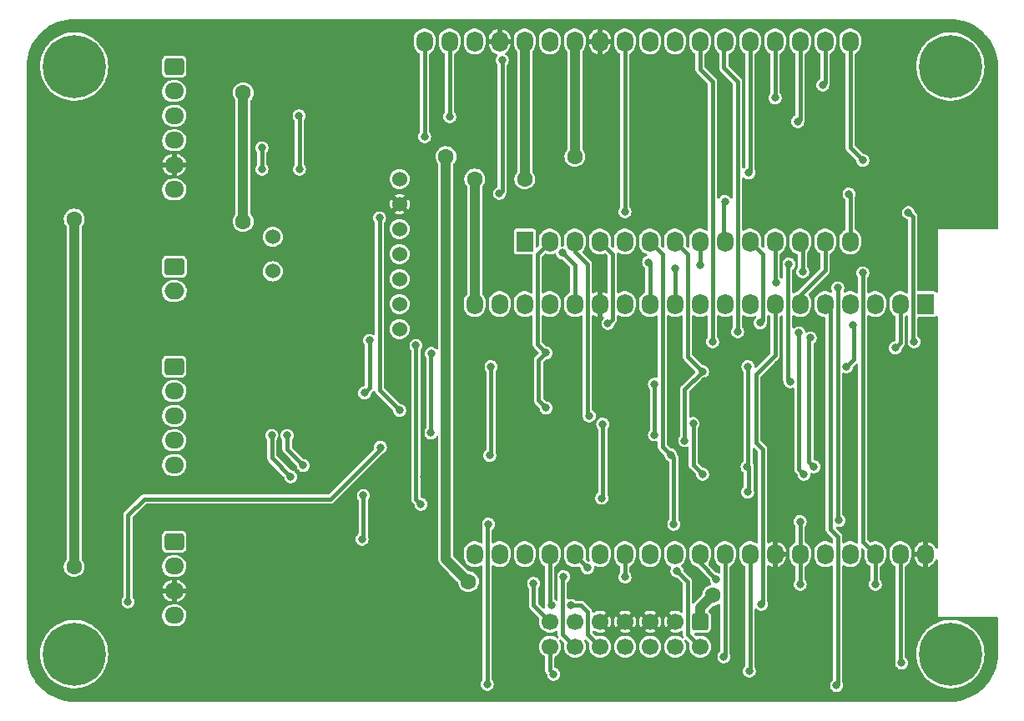
<source format=gbl>
G04 #@! TF.GenerationSoftware,KiCad,Pcbnew,(6.0.9)*
G04 #@! TF.CreationDate,2022-12-10T14:55:33+01:00*
G04 #@! TF.ProjectId,IoT12 Control Board,496f5431-3220-4436-9f6e-74726f6c2042,V2.2*
G04 #@! TF.SameCoordinates,Original*
G04 #@! TF.FileFunction,Copper,L2,Bot*
G04 #@! TF.FilePolarity,Positive*
%FSLAX46Y46*%
G04 Gerber Fmt 4.6, Leading zero omitted, Abs format (unit mm)*
G04 Created by KiCad (PCBNEW (6.0.9)) date 2022-12-10 14:55:33*
%MOMM*%
%LPD*%
G01*
G04 APERTURE LIST*
G04 Aperture macros list*
%AMRoundRect*
0 Rectangle with rounded corners*
0 $1 Rounding radius*
0 $2 $3 $4 $5 $6 $7 $8 $9 X,Y pos of 4 corners*
0 Add a 4 corners polygon primitive as box body*
4,1,4,$2,$3,$4,$5,$6,$7,$8,$9,$2,$3,0*
0 Add four circle primitives for the rounded corners*
1,1,$1+$1,$2,$3*
1,1,$1+$1,$4,$5*
1,1,$1+$1,$6,$7*
1,1,$1+$1,$8,$9*
0 Add four rect primitives between the rounded corners*
20,1,$1+$1,$2,$3,$4,$5,0*
20,1,$1+$1,$4,$5,$6,$7,0*
20,1,$1+$1,$6,$7,$8,$9,0*
20,1,$1+$1,$8,$9,$2,$3,0*%
G04 Aperture macros list end*
G04 #@! TA.AperFunction,ComponentPad*
%ADD10C,1.524000*%
G04 #@! TD*
G04 #@! TA.AperFunction,ComponentPad*
%ADD11C,0.800000*%
G04 #@! TD*
G04 #@! TA.AperFunction,ComponentPad*
%ADD12C,6.400000*%
G04 #@! TD*
G04 #@! TA.AperFunction,ComponentPad*
%ADD13R,1.700000X2.100000*%
G04 #@! TD*
G04 #@! TA.AperFunction,ComponentPad*
%ADD14O,1.700000X2.100000*%
G04 #@! TD*
G04 #@! TA.AperFunction,ComponentPad*
%ADD15RoundRect,0.250000X-0.725000X0.600000X-0.725000X-0.600000X0.725000X-0.600000X0.725000X0.600000X0*%
G04 #@! TD*
G04 #@! TA.AperFunction,ComponentPad*
%ADD16O,1.950000X1.700000*%
G04 #@! TD*
G04 #@! TA.AperFunction,ComponentPad*
%ADD17RoundRect,0.250000X-0.750000X0.600000X-0.750000X-0.600000X0.750000X-0.600000X0.750000X0.600000X0*%
G04 #@! TD*
G04 #@! TA.AperFunction,ComponentPad*
%ADD18O,2.000000X1.700000*%
G04 #@! TD*
G04 #@! TA.AperFunction,ComponentPad*
%ADD19RoundRect,0.250000X-0.600000X0.600000X-0.600000X-0.600000X0.600000X-0.600000X0.600000X0.600000X0*%
G04 #@! TD*
G04 #@! TA.AperFunction,ComponentPad*
%ADD20C,1.700000*%
G04 #@! TD*
G04 #@! TA.AperFunction,ViaPad*
%ADD21C,0.800000*%
G04 #@! TD*
G04 #@! TA.AperFunction,ViaPad*
%ADD22C,1.600000*%
G04 #@! TD*
G04 #@! TA.AperFunction,Conductor*
%ADD23C,0.440000*%
G04 #@! TD*
G04 #@! TA.AperFunction,Conductor*
%ADD24C,1.000000*%
G04 #@! TD*
G04 #@! TA.AperFunction,Conductor*
%ADD25C,0.250000*%
G04 #@! TD*
G04 APERTURE END LIST*
D10*
X134620000Y-93980000D03*
X134620000Y-91440000D03*
X134620000Y-88900000D03*
X134620000Y-86360000D03*
X134620000Y-83820000D03*
X134620000Y-81280000D03*
X134620000Y-78740000D03*
X121750000Y-88110000D03*
X121750000Y-84610000D03*
D11*
X192197056Y-125302944D03*
D12*
X190500000Y-127000000D03*
D11*
X192900000Y-127000000D03*
X188100000Y-127000000D03*
X190500000Y-124600000D03*
X190500000Y-129400000D03*
X188802944Y-125302944D03*
X192197056Y-128697056D03*
X188802944Y-128697056D03*
X192197056Y-69007056D03*
X188802944Y-69007056D03*
X188100000Y-67310000D03*
X190500000Y-64910000D03*
X190500000Y-69710000D03*
X188802944Y-65612944D03*
X192900000Y-67310000D03*
D12*
X190500000Y-67310000D03*
D11*
X192197056Y-65612944D03*
X101600000Y-129400000D03*
X103297056Y-125302944D03*
X99902944Y-128697056D03*
X99902944Y-125302944D03*
X103297056Y-128697056D03*
X99200000Y-127000000D03*
X101600000Y-124600000D03*
D12*
X101600000Y-127000000D03*
D11*
X104000000Y-127000000D03*
X101600000Y-64910000D03*
X103297056Y-69007056D03*
X99200000Y-67310000D03*
X99902944Y-69007056D03*
X104000000Y-67310000D03*
X101600000Y-69710000D03*
D12*
X101600000Y-67310000D03*
D11*
X99902944Y-65612944D03*
X103297056Y-65612944D03*
D13*
X187960000Y-91440000D03*
D14*
X185420000Y-91440000D03*
X182880000Y-91440000D03*
X180340000Y-91440000D03*
X177800000Y-91440000D03*
X175260000Y-91440000D03*
X172720000Y-91440000D03*
X170180000Y-91440000D03*
X167640000Y-91440000D03*
X165100000Y-91440000D03*
X162560000Y-91440000D03*
X160020000Y-91440000D03*
X157480000Y-91440000D03*
X154940000Y-91440000D03*
X152400000Y-91440000D03*
X149860000Y-91440000D03*
X147320000Y-91440000D03*
X144780000Y-91440000D03*
X142240000Y-91440000D03*
X142240000Y-116840000D03*
X144780000Y-116840000D03*
X147320000Y-116840000D03*
X149860000Y-116840000D03*
X152400000Y-116840000D03*
X154940000Y-116840000D03*
X157480000Y-116840000D03*
X160020000Y-116840000D03*
X162560000Y-116840000D03*
X165100000Y-116840000D03*
X167640000Y-116840000D03*
X170180000Y-116840000D03*
X172720000Y-116840000D03*
X175260000Y-116840000D03*
X177800000Y-116840000D03*
X180340000Y-116840000D03*
X182880000Y-116840000D03*
X185420000Y-116840000D03*
X187960000Y-116840000D03*
D15*
X111760000Y-97790000D03*
D16*
X111760000Y-100290000D03*
X111760000Y-102790000D03*
X111760000Y-105290000D03*
X111760000Y-107790000D03*
D17*
X111760000Y-87630000D03*
D18*
X111760000Y-90130000D03*
D13*
X147320000Y-85090000D03*
D14*
X149860000Y-85090000D03*
X152400000Y-85090000D03*
X154940000Y-85090000D03*
X157480000Y-85090000D03*
X160020000Y-85090000D03*
X162560000Y-85090000D03*
X165100000Y-85090000D03*
X167640000Y-85090000D03*
X170180000Y-85090000D03*
X172720000Y-85090000D03*
X175260000Y-85090000D03*
X177800000Y-85090000D03*
X180340000Y-85090000D03*
X180340000Y-64770000D03*
X177800000Y-64770000D03*
X175260000Y-64770000D03*
X172720000Y-64770000D03*
X170180000Y-64770000D03*
X167640000Y-64770000D03*
X165100000Y-64770000D03*
X162560000Y-64770000D03*
X160020000Y-64770000D03*
X157480000Y-64770000D03*
X154940000Y-64770000D03*
X152400000Y-64770000D03*
X149860000Y-64770000D03*
X147320000Y-64770000D03*
X144780000Y-64770000D03*
X142240000Y-64770000D03*
X139700000Y-64770000D03*
X137160000Y-64770000D03*
D15*
X111760000Y-67310000D03*
D16*
X111760000Y-69810000D03*
X111760000Y-72310000D03*
X111760000Y-74810000D03*
X111760000Y-77310000D03*
X111760000Y-79810000D03*
D19*
X165100000Y-123707500D03*
D20*
X165100000Y-126247500D03*
X162560000Y-123707500D03*
X162560000Y-126247500D03*
X160020000Y-123707500D03*
X160020000Y-126247500D03*
X157480000Y-123707500D03*
X157480000Y-126247500D03*
X154940000Y-123707500D03*
X154940000Y-126247500D03*
X152400000Y-123707500D03*
X152400000Y-126247500D03*
X149860000Y-123707500D03*
X149860000Y-126247500D03*
D15*
X111760000Y-115570000D03*
D16*
X111760000Y-118070000D03*
X111760000Y-120570000D03*
X111760000Y-123070000D03*
D21*
X171323000Y-71501000D03*
X145923000Y-72263000D03*
X192659000Y-72898000D03*
X185420000Y-88900000D03*
X184785000Y-69342000D03*
X178181000Y-76835000D03*
X127000000Y-116205000D03*
X165227000Y-110109000D03*
X168910000Y-119253000D03*
X137922000Y-94488000D03*
X162218727Y-101010999D03*
X159131000Y-128397000D03*
X121031000Y-118872000D03*
X149733000Y-106934000D03*
X141351000Y-94488000D03*
X142240000Y-105537000D03*
X140843000Y-80010000D03*
X180467000Y-112268000D03*
X115062000Y-84455000D03*
X116078000Y-68580000D03*
X173455000Y-108331000D03*
X149606000Y-109220000D03*
X162433000Y-103505000D03*
X145415000Y-122809000D03*
X138430000Y-70669500D03*
X173101000Y-121539000D03*
X162504475Y-105338525D03*
X172720000Y-126111000D03*
X176276000Y-93472000D03*
X149098000Y-78994000D03*
X179070000Y-66675000D03*
X158369000Y-106807000D03*
X181991000Y-71628000D03*
X167513000Y-70739000D03*
X156494500Y-95758000D03*
X180213000Y-125857000D03*
X180340000Y-99441000D03*
D22*
X127635000Y-104775000D03*
D21*
X182626000Y-108077000D03*
X128524000Y-70739000D03*
X161544000Y-108839000D03*
X188722000Y-88900000D03*
X184277000Y-77343000D03*
X173990000Y-71501000D03*
X149987000Y-75184000D03*
X172968475Y-97557475D03*
X187833000Y-106426000D03*
X143891000Y-83947000D03*
X117483525Y-73778475D03*
X173101000Y-79121000D03*
D22*
X125857000Y-109855000D03*
X121285000Y-102870000D03*
X136398000Y-115824000D03*
D21*
X125095000Y-113030000D03*
X145796000Y-118999000D03*
X171704000Y-102616000D03*
X188214000Y-76581000D03*
X115189000Y-102489000D03*
X131064000Y-119634000D03*
D22*
X129540000Y-102870000D03*
D21*
X149606000Y-94234000D03*
X183134000Y-94742000D03*
X117094000Y-89662000D03*
X156337000Y-129032000D03*
X117094000Y-86868000D03*
X109728000Y-116713000D03*
X181483000Y-129540000D03*
X188341000Y-94742000D03*
X165327000Y-96139000D03*
X131572000Y-92710000D03*
X134747000Y-96520000D03*
X126111000Y-98425000D03*
X165531238Y-105105999D03*
X155067000Y-70739000D03*
X129032000Y-68129500D03*
X141732000Y-97409000D03*
D22*
X123698000Y-102870000D03*
D21*
X176657000Y-114808000D03*
D22*
X129540000Y-104775000D03*
D21*
X129667000Y-75946000D03*
X172974000Y-114173000D03*
X140843000Y-83820000D03*
X125095000Y-121285000D03*
D22*
X118364000Y-65532000D03*
D21*
X167115328Y-102812500D03*
X172566000Y-100711000D03*
X180594000Y-120396000D03*
X157988000Y-100838000D03*
X147574000Y-94488000D03*
X144907000Y-109220000D03*
X190373000Y-83185000D03*
X177038000Y-73279000D03*
X184785000Y-100076000D03*
X128524000Y-73660000D03*
X131318000Y-122682000D03*
X171704000Y-105283000D03*
D22*
X127635000Y-102870000D03*
D21*
X115316000Y-107950000D03*
X146912000Y-104140000D03*
X170053000Y-114173000D03*
D22*
X131543969Y-109270500D03*
D21*
X126365000Y-119380000D03*
X130355500Y-96774000D03*
X122562975Y-73667975D03*
D22*
X115570000Y-128270000D03*
D21*
X137922000Y-80137000D03*
D22*
X122809000Y-65532000D03*
D21*
X161290000Y-127508000D03*
X137090500Y-108966000D03*
X130302000Y-116332000D03*
X136906000Y-120269000D03*
X124206000Y-84328000D03*
X162179000Y-70739000D03*
X169935744Y-96355871D03*
X136525000Y-84328000D03*
X167594537Y-94312390D03*
X118618000Y-110109000D03*
X168910000Y-125857000D03*
X152527000Y-94234000D03*
X155829000Y-82423000D03*
X186055000Y-80137000D03*
X171450000Y-129032000D03*
X130048000Y-82677000D03*
X165532852Y-99281370D03*
X167640000Y-78867000D03*
X177165000Y-119634000D03*
X142240000Y-75184000D03*
X157480000Y-94361000D03*
X121539000Y-121666000D03*
D22*
X142240000Y-78740000D03*
X147320000Y-78740000D03*
X118745000Y-69977000D03*
X101600000Y-118110000D03*
X118745000Y-83058000D03*
X101600000Y-82804000D03*
D21*
X150241000Y-129032000D03*
X178943000Y-130175000D03*
X171323000Y-121920000D03*
X162538841Y-87826500D03*
X172847000Y-89281000D03*
X175260000Y-119888000D03*
X179070000Y-89789000D03*
X179197000Y-113411000D03*
X175260000Y-113538000D03*
X181610000Y-88265000D03*
X182879999Y-119888001D03*
X175514000Y-88138000D03*
X157480000Y-119164999D03*
X151257000Y-119126000D03*
X151130000Y-86233000D03*
X155126750Y-111145000D03*
X155221000Y-103632000D03*
X157480000Y-82042000D03*
X186817000Y-95250000D03*
X186234757Y-82153624D03*
X130937000Y-110871000D03*
X130810000Y-115316000D03*
X132588000Y-82677000D03*
X134620000Y-102235000D03*
X167640000Y-81026000D03*
X153670000Y-118237000D03*
X162752441Y-118536610D03*
X160470500Y-104718625D03*
X160470500Y-99571275D03*
X121650000Y-104775000D03*
X123571000Y-108966000D03*
X123206000Y-104775000D03*
X143764000Y-106807000D03*
X143891000Y-97790000D03*
X124841000Y-107823000D03*
X165100000Y-87503000D03*
X174244000Y-99314000D03*
X174117000Y-87376000D03*
X149479000Y-101981000D03*
X137841015Y-96450500D03*
X149479000Y-96393000D03*
X137795000Y-104521000D03*
X143637001Y-113791999D03*
X162115500Y-106743500D03*
X162433000Y-113792000D03*
X143510000Y-130048000D03*
X175133000Y-94361000D03*
X168910000Y-94234000D03*
X175641000Y-108712000D03*
X176657000Y-107950000D03*
X166370000Y-95250000D03*
X176276000Y-94869000D03*
X159886620Y-87186999D03*
X153861995Y-102800500D03*
X164400500Y-103574500D03*
X165354000Y-108712000D03*
X165354000Y-98298000D03*
X163540000Y-105319000D03*
X148209000Y-119804500D03*
X166751000Y-119380000D03*
X136271000Y-95631000D03*
X171196000Y-93345000D03*
X136779000Y-111760000D03*
X184912000Y-95885000D03*
X150008750Y-122025250D03*
X152019000Y-122047000D03*
D22*
X141605000Y-119634000D03*
X139319000Y-76454000D03*
D21*
X169953000Y-97790000D03*
D22*
X152400000Y-76454000D03*
D21*
X169868500Y-107969748D03*
X169926255Y-110538202D03*
X139319000Y-98044000D03*
D22*
X166370000Y-121031000D03*
D21*
X179959000Y-97790000D03*
X180594000Y-93599000D03*
X167513000Y-127254000D03*
X170104339Y-128708500D03*
X185547000Y-127889000D03*
X155757525Y-93400525D03*
X131064000Y-100457000D03*
X131572000Y-95123000D03*
X177546000Y-69185500D03*
X139700000Y-72390000D03*
X124413000Y-72310000D03*
X124460000Y-77724000D03*
X120650000Y-75565000D03*
X120650000Y-77724000D03*
X137160000Y-74422000D03*
X132675206Y-105987500D03*
X107061000Y-121666000D03*
X145034000Y-66675000D03*
X144742721Y-80206500D03*
X180213000Y-80264000D03*
X175006000Y-72898000D03*
X172720000Y-70485000D03*
X170053000Y-78105000D03*
X181610889Y-76835000D03*
D23*
X163830000Y-96774000D02*
X165354000Y-98298000D01*
X162560000Y-85090000D02*
X163830000Y-86360000D01*
X163540000Y-100112000D02*
X165354000Y-98298000D01*
X163540000Y-105319000D02*
X163540000Y-100112000D01*
X163830000Y-86360000D02*
X163830000Y-96774000D01*
X164400500Y-107758500D02*
X165354000Y-108712000D01*
X164400500Y-103574500D02*
X164400500Y-107758500D01*
X161290000Y-105918000D02*
X162115500Y-106743500D01*
X162433000Y-113792000D02*
X162433000Y-107061000D01*
X162433000Y-107061000D02*
X162115500Y-106743500D01*
X161290000Y-86360000D02*
X161290000Y-105918000D01*
X160020000Y-85090000D02*
X161290000Y-86360000D01*
D24*
X101600000Y-118110000D02*
X101600000Y-82804000D01*
X142240000Y-91440000D02*
X142240000Y-78740000D01*
X147320000Y-64770000D02*
X147320000Y-78740000D01*
X118745000Y-72517000D02*
X118745000Y-83058000D01*
X118745000Y-72517000D02*
X118745000Y-69977000D01*
D23*
X179070000Y-130048000D02*
X178943000Y-130175000D01*
X149860000Y-126247500D02*
X149860000Y-128651000D01*
X179070000Y-115062000D02*
X179070000Y-130048000D01*
X149860000Y-128651000D02*
X150241000Y-129032000D01*
X178308000Y-91948000D02*
X178308000Y-114300000D01*
X178308000Y-114300000D02*
X179070000Y-115062000D01*
X177800000Y-91440000D02*
X178308000Y-91948000D01*
X171450000Y-106187949D02*
X171450000Y-121793000D01*
X170757500Y-105495449D02*
X171450000Y-106187949D01*
X170757500Y-98609500D02*
X170757500Y-105495449D01*
X171450000Y-121793000D02*
X171323000Y-121920000D01*
X172720000Y-96647000D02*
X170757500Y-98609500D01*
X172720000Y-91440000D02*
X172720000Y-96647000D01*
X175260000Y-91440000D02*
X175260000Y-90551000D01*
X175260000Y-90551000D02*
X177800000Y-88011000D01*
X177800000Y-88011000D02*
X177800000Y-85090000D01*
X162560000Y-87847659D02*
X162538841Y-87826500D01*
X162560000Y-91440000D02*
X162560000Y-87847659D01*
X179070000Y-113284000D02*
X179197000Y-113411000D01*
X175260000Y-113538000D02*
X175260000Y-116840000D01*
X172720000Y-89154000D02*
X172847000Y-89281000D01*
X175260000Y-116840000D02*
X175260000Y-119888000D01*
X172720000Y-85090000D02*
X172720000Y-89154000D01*
X179070000Y-89789000D02*
X179070000Y-113284000D01*
X182880000Y-116840000D02*
X182879999Y-119888001D01*
X181610000Y-115570000D02*
X181610000Y-88265000D01*
X175514000Y-85344000D02*
X175260000Y-85090000D01*
X182880000Y-116840000D02*
X181610000Y-115570000D01*
X175514000Y-88138000D02*
X175514000Y-85344000D01*
X151257000Y-119126000D02*
X151130000Y-119253000D01*
X151130000Y-119253000D02*
X151130000Y-124977500D01*
X151130000Y-124977500D02*
X152400000Y-126247500D01*
X157480000Y-116840000D02*
X157480000Y-119164999D01*
X152400000Y-87503000D02*
X151130000Y-86233000D01*
X152400000Y-91440000D02*
X152400000Y-87503000D01*
X155221000Y-111050750D02*
X155126750Y-111145000D01*
X155221000Y-103632000D02*
X155221000Y-111050750D01*
X186690000Y-95123000D02*
X186690000Y-82608867D01*
X186690000Y-82608867D02*
X186234757Y-82153624D01*
X157480000Y-64770000D02*
X157480000Y-82042000D01*
X186817000Y-95250000D02*
X186690000Y-95123000D01*
X130937000Y-115189000D02*
X130810000Y-115316000D01*
X130937000Y-110871000D02*
X130937000Y-115189000D01*
X167513000Y-82804000D02*
X167513000Y-81153000D01*
X167640000Y-85090000D02*
X167513000Y-84963000D01*
X132588000Y-100203000D02*
X134620000Y-102235000D01*
X167513000Y-84963000D02*
X167513000Y-82804000D01*
X132588000Y-82677000D02*
X132588000Y-100203000D01*
X167513000Y-81153000D02*
X167640000Y-81026000D01*
X165100000Y-126247500D02*
X163830000Y-124977500D01*
X152400000Y-116840000D02*
X152400000Y-116967000D01*
X163830000Y-119614169D02*
X162752441Y-118536610D01*
X152400000Y-116967000D02*
X153670000Y-118237000D01*
X163830000Y-124977500D02*
X163830000Y-119614169D01*
X160470500Y-99571275D02*
X160470500Y-104718625D01*
X121650000Y-104775000D02*
X121650000Y-107045000D01*
X121650000Y-107045000D02*
X123571000Y-108966000D01*
X123206000Y-106188000D02*
X124841000Y-107823000D01*
X123206000Y-104775000D02*
X123206000Y-106188000D01*
X143891000Y-106680000D02*
X143764000Y-106807000D01*
X143891000Y-97790000D02*
X143891000Y-106680000D01*
X173990000Y-99060000D02*
X174244000Y-99314000D01*
X174117000Y-87376000D02*
X173990000Y-87503000D01*
X173990000Y-87503000D02*
X173990000Y-99060000D01*
X165100000Y-85090000D02*
X165100000Y-87503000D01*
X137795000Y-96496515D02*
X137841015Y-96450500D01*
X148717000Y-97155000D02*
X148717000Y-101219000D01*
X148717000Y-101219000D02*
X149479000Y-101981000D01*
X149479000Y-96393000D02*
X148717000Y-97155000D01*
X149860000Y-85090000D02*
X148590000Y-86360000D01*
X137795000Y-104521000D02*
X137795000Y-96496515D01*
X148590000Y-86360000D02*
X148590000Y-95504000D01*
X148590000Y-95504000D02*
X149479000Y-96393000D01*
X143510000Y-113919000D02*
X143637001Y-113791999D01*
X143510000Y-130048000D02*
X143510000Y-113919000D01*
X167513000Y-64897000D02*
X167513000Y-67437000D01*
X175133000Y-108204000D02*
X175641000Y-108712000D01*
X168910000Y-68834000D02*
X168910000Y-94234000D01*
X167513000Y-67437000D02*
X168910000Y-68834000D01*
X167640000Y-64770000D02*
X167513000Y-64897000D01*
X175133000Y-94361000D02*
X175133000Y-108204000D01*
X176657000Y-107950000D02*
X176149000Y-107442000D01*
X165100000Y-64770000D02*
X165100000Y-67564000D01*
X165100000Y-67564000D02*
X166370000Y-68834000D01*
X176149000Y-107442000D02*
X176149000Y-94996000D01*
X176149000Y-94996000D02*
X176276000Y-94869000D01*
X166370000Y-68834000D02*
X166370000Y-95250000D01*
X160020000Y-87320379D02*
X159886620Y-87186999D01*
X160020000Y-91440000D02*
X160020000Y-87320379D01*
X153670000Y-87376000D02*
X153670000Y-102608505D01*
X152400000Y-86106000D02*
X153670000Y-87376000D01*
X153670000Y-102608505D02*
X153861995Y-102800500D01*
X152400000Y-85090000D02*
X152400000Y-86106000D01*
X148209000Y-122056500D02*
X148209000Y-119804500D01*
X149860000Y-123707500D02*
X148209000Y-122056500D01*
X165100000Y-117729000D02*
X166751000Y-119380000D01*
X165100000Y-116840000D02*
X165100000Y-117729000D01*
X171450000Y-93091000D02*
X171196000Y-93345000D01*
X171450000Y-86360000D02*
X171450000Y-93091000D01*
X136271000Y-95631000D02*
X136271000Y-111252000D01*
X170180000Y-85090000D02*
X171450000Y-86360000D01*
X136271000Y-111252000D02*
X136779000Y-111760000D01*
X185420000Y-95377000D02*
X184912000Y-95885000D01*
X185420000Y-91440000D02*
X185420000Y-95377000D01*
X149860000Y-116840000D02*
X149860000Y-121876500D01*
X149860000Y-121876500D02*
X150008750Y-122025250D01*
X153670000Y-124977500D02*
X153670000Y-122682000D01*
X154940000Y-126247500D02*
X153670000Y-124977500D01*
X153035000Y-122047000D02*
X152019000Y-122047000D01*
X153670000Y-122682000D02*
X153035000Y-122047000D01*
D24*
X165100000Y-123707500D02*
X165100000Y-122301000D01*
D25*
X170026000Y-108023000D02*
X169972748Y-107969748D01*
D23*
X180721000Y-97028000D02*
X179959000Y-97790000D01*
X169953000Y-107885248D02*
X169868500Y-107969748D01*
D24*
X139319000Y-98044000D02*
X139319000Y-117348000D01*
X152400000Y-76454000D02*
X152400000Y-64770000D01*
D23*
X170026000Y-108023000D02*
X170026000Y-110438457D01*
D25*
X169972748Y-107969748D02*
X169868500Y-107969748D01*
D24*
X139319000Y-117348000D02*
X141605000Y-119634000D01*
D23*
X169953000Y-97790000D02*
X169953000Y-107885248D01*
X170026000Y-110438457D02*
X169926255Y-110538202D01*
D24*
X139319000Y-76454000D02*
X139319000Y-98044000D01*
D23*
X180594000Y-93599000D02*
X180721000Y-93726000D01*
X180721000Y-93726000D02*
X180721000Y-97028000D01*
D24*
X165100000Y-122301000D02*
X166370000Y-121031000D01*
D23*
X167640000Y-127127000D02*
X167513000Y-127254000D01*
X167640000Y-116840000D02*
X167640000Y-127127000D01*
X170180000Y-128632839D02*
X170104339Y-128708500D01*
X170180000Y-116840000D02*
X170180000Y-128632839D01*
X185420000Y-116840000D02*
X185420000Y-127762000D01*
X185420000Y-127762000D02*
X185547000Y-127889000D01*
X131572000Y-95123000D02*
X131572000Y-99949000D01*
X131572000Y-99949000D02*
X131064000Y-100457000D01*
X154940000Y-85090000D02*
X156210000Y-86360000D01*
X156210000Y-92948050D02*
X155757525Y-93400525D01*
X156210000Y-86360000D02*
X156210000Y-92948050D01*
X177800000Y-68931500D02*
X177800000Y-64770000D01*
X177546000Y-69185500D02*
X177800000Y-68931500D01*
X124460000Y-77724000D02*
X124460000Y-72357000D01*
X124460000Y-72357000D02*
X124413000Y-72310000D01*
X139700000Y-72390000D02*
X139700000Y-64770000D01*
X120650000Y-77724000D02*
X120650000Y-75565000D01*
X137160000Y-64770000D02*
X137160000Y-74422000D01*
X132675206Y-106154294D02*
X132675206Y-105987500D01*
X107061000Y-112903000D02*
X108712000Y-111252000D01*
X127577500Y-111252000D02*
X132675206Y-106154294D01*
X108712000Y-111252000D02*
X127577500Y-111252000D01*
X107061000Y-121666000D02*
X107061000Y-112903000D01*
X180340000Y-80391000D02*
X180340000Y-85090000D01*
X145034000Y-66675000D02*
X145034000Y-79915221D01*
X180213000Y-80264000D02*
X180340000Y-80391000D01*
X145034000Y-79915221D02*
X144742721Y-80206500D01*
X175260000Y-64770000D02*
X175260000Y-72644000D01*
X175260000Y-72644000D02*
X175006000Y-72898000D01*
X172720000Y-70485000D02*
X172720000Y-64770000D01*
X170180000Y-64770000D02*
X170180000Y-77978000D01*
X170180000Y-77978000D02*
X170053000Y-78105000D01*
X180340000Y-75564111D02*
X181610889Y-76835000D01*
X180340000Y-64770000D02*
X180340000Y-75564111D01*
G04 #@! TA.AperFunction,Conductor*
G36*
X190487103Y-62486921D02*
G01*
X190500000Y-62489486D01*
X190512170Y-62487065D01*
X190522599Y-62487065D01*
X190535735Y-62486060D01*
X190858600Y-62500156D01*
X190915075Y-62502622D01*
X190926023Y-62503580D01*
X191332496Y-62557093D01*
X191343301Y-62558999D01*
X191743566Y-62647736D01*
X191754176Y-62650579D01*
X192145175Y-62773860D01*
X192155488Y-62777613D01*
X192534277Y-62934513D01*
X192544221Y-62939151D01*
X192846931Y-63096731D01*
X192907867Y-63128452D01*
X192917387Y-63133948D01*
X193263148Y-63354223D01*
X193272152Y-63360527D01*
X193404135Y-63461801D01*
X193479354Y-63519518D01*
X193597413Y-63610108D01*
X193605830Y-63617172D01*
X193901046Y-63887686D01*
X193908088Y-63894139D01*
X193915857Y-63901908D01*
X194145591Y-64152619D01*
X194192826Y-64204167D01*
X194199889Y-64212584D01*
X194231623Y-64253940D01*
X194449473Y-64537848D01*
X194455777Y-64546852D01*
X194676052Y-64892613D01*
X194681547Y-64902132D01*
X194847624Y-65221162D01*
X194870845Y-65265770D01*
X194875487Y-65275723D01*
X195032384Y-65654504D01*
X195036140Y-65664825D01*
X195156167Y-66045503D01*
X195159421Y-66055823D01*
X195162264Y-66066434D01*
X195251001Y-66466699D01*
X195252907Y-66477504D01*
X195300382Y-66838115D01*
X195306420Y-66883976D01*
X195307378Y-66894926D01*
X195323940Y-67274265D01*
X195322935Y-67287401D01*
X195322935Y-67297830D01*
X195320514Y-67310000D01*
X195322935Y-67322170D01*
X195323079Y-67322894D01*
X195325500Y-67347476D01*
X195325500Y-83694000D01*
X195305498Y-83762121D01*
X195251842Y-83808614D01*
X195199500Y-83820000D01*
X189230000Y-83820000D01*
X189230000Y-90145121D01*
X189209998Y-90213242D01*
X189156342Y-90259735D01*
X189086068Y-90269839D01*
X189021488Y-90240345D01*
X189003485Y-90219940D01*
X189000377Y-90216832D01*
X188993484Y-90206516D01*
X188909301Y-90150266D01*
X188835067Y-90135500D01*
X188756876Y-90135500D01*
X187290500Y-90135501D01*
X187222379Y-90115499D01*
X187175886Y-90061843D01*
X187164500Y-90009501D01*
X187164500Y-82676128D01*
X187165736Y-82665063D01*
X187165134Y-82665015D01*
X187165854Y-82656069D01*
X187167835Y-82647313D01*
X187164742Y-82597457D01*
X187164500Y-82589655D01*
X187164500Y-82574798D01*
X187163164Y-82565466D01*
X187162133Y-82555404D01*
X187159975Y-82520613D01*
X187159975Y-82520611D01*
X187159419Y-82511655D01*
X187156372Y-82503215D01*
X187155063Y-82496894D01*
X187153200Y-82489420D01*
X187151384Y-82483210D01*
X187150111Y-82474321D01*
X187131960Y-82434402D01*
X187128148Y-82425037D01*
X187113266Y-82383813D01*
X187107971Y-82376564D01*
X187104930Y-82370845D01*
X187101040Y-82364189D01*
X187097568Y-82358760D01*
X187093854Y-82350592D01*
X187087998Y-82343796D01*
X187087995Y-82343791D01*
X187065235Y-82317376D01*
X187058950Y-82309461D01*
X187054534Y-82303416D01*
X187054531Y-82303412D01*
X187051658Y-82299480D01*
X187041635Y-82289457D01*
X187035277Y-82282610D01*
X187010993Y-82254427D01*
X187005132Y-82247625D01*
X186997597Y-82242741D01*
X186990835Y-82236842D01*
X186990908Y-82236758D01*
X186980579Y-82228401D01*
X186923213Y-82171035D01*
X186889187Y-82108723D01*
X186887221Y-82097077D01*
X186882690Y-82059634D01*
X186875033Y-81996357D01*
X186819037Y-81848170D01*
X186774466Y-81783319D01*
X186733612Y-81723875D01*
X186733611Y-81723873D01*
X186729310Y-81717616D01*
X186611032Y-81612235D01*
X186603646Y-81608324D01*
X186477745Y-81541663D01*
X186477746Y-81541663D01*
X186471031Y-81538108D01*
X186317390Y-81499516D01*
X186309791Y-81499476D01*
X186309790Y-81499476D01*
X186243938Y-81499131D01*
X186158978Y-81498686D01*
X186151598Y-81500458D01*
X186151596Y-81500458D01*
X186012320Y-81533895D01*
X186012317Y-81533896D01*
X186004941Y-81535667D01*
X185864171Y-81608324D01*
X185744796Y-81712462D01*
X185653707Y-81842068D01*
X185596163Y-81989661D01*
X185595171Y-81997194D01*
X185595171Y-81997195D01*
X185576807Y-82136689D01*
X185575486Y-82146720D01*
X185582751Y-82212524D01*
X185591971Y-82296032D01*
X185592870Y-82304177D01*
X185595480Y-82311308D01*
X185595480Y-82311310D01*
X185626024Y-82394775D01*
X185647310Y-82452943D01*
X185651546Y-82459246D01*
X185651546Y-82459247D01*
X185728865Y-82574309D01*
X185735665Y-82584429D01*
X185741284Y-82589542D01*
X185741285Y-82589543D01*
X185837400Y-82677000D01*
X185852833Y-82691043D01*
X185992050Y-82766632D01*
X186054750Y-82783081D01*
X186121474Y-82800586D01*
X186182289Y-82837220D01*
X186213644Y-82900917D01*
X186215500Y-82922462D01*
X186215500Y-90205730D01*
X186195498Y-90273851D01*
X186141842Y-90320344D01*
X186071568Y-90330448D01*
X186026405Y-90314794D01*
X185959540Y-90276112D01*
X185881874Y-90231181D01*
X185682778Y-90162043D01*
X185676845Y-90161183D01*
X185676842Y-90161182D01*
X185480140Y-90132662D01*
X185480137Y-90132662D01*
X185474200Y-90131801D01*
X185263667Y-90141545D01*
X185257843Y-90142949D01*
X185257840Y-90142949D01*
X185064607Y-90189518D01*
X185064605Y-90189519D01*
X185058774Y-90190924D01*
X185053316Y-90193406D01*
X185053312Y-90193407D01*
X184950079Y-90240345D01*
X184866916Y-90278157D01*
X184695014Y-90400096D01*
X184549272Y-90552340D01*
X184546021Y-90557375D01*
X184440839Y-90720274D01*
X184434948Y-90729397D01*
X184356166Y-90924878D01*
X184334432Y-91036171D01*
X184328525Y-91066422D01*
X184315771Y-91131729D01*
X184315500Y-91137270D01*
X184315500Y-91692659D01*
X184330493Y-91849806D01*
X184332183Y-91855566D01*
X184332183Y-91855567D01*
X184359663Y-91949236D01*
X184389823Y-92052042D01*
X184392573Y-92057381D01*
X184443180Y-92155640D01*
X184486324Y-92239410D01*
X184490028Y-92244125D01*
X184612808Y-92400432D01*
X184612812Y-92400436D01*
X184616514Y-92405149D01*
X184621044Y-92409080D01*
X184621045Y-92409081D01*
X184771165Y-92539350D01*
X184771170Y-92539354D01*
X184775696Y-92543281D01*
X184785537Y-92548974D01*
X184882595Y-92605124D01*
X184931544Y-92656550D01*
X184945500Y-92714188D01*
X184945500Y-95106075D01*
X184925498Y-95174196D01*
X184871842Y-95220689D01*
X184838170Y-95230072D01*
X184836221Y-95230062D01*
X184828832Y-95231836D01*
X184689563Y-95265271D01*
X184689560Y-95265272D01*
X184682184Y-95267043D01*
X184541414Y-95339700D01*
X184422039Y-95443838D01*
X184330950Y-95573444D01*
X184328190Y-95580524D01*
X184280862Y-95701914D01*
X184273406Y-95721037D01*
X184272414Y-95728570D01*
X184272414Y-95728571D01*
X184253752Y-95870329D01*
X184252729Y-95878096D01*
X184259737Y-95941571D01*
X184267905Y-96015552D01*
X184270113Y-96035553D01*
X184272723Y-96042684D01*
X184272723Y-96042686D01*
X184305674Y-96132728D01*
X184324553Y-96184319D01*
X184328789Y-96190622D01*
X184328789Y-96190623D01*
X184404912Y-96303905D01*
X184412908Y-96315805D01*
X184418527Y-96320918D01*
X184418528Y-96320919D01*
X184517407Y-96410891D01*
X184530076Y-96422419D01*
X184669293Y-96498008D01*
X184822522Y-96538207D01*
X184906477Y-96539526D01*
X184973319Y-96540576D01*
X184973322Y-96540576D01*
X184980916Y-96540695D01*
X185135332Y-96505329D01*
X185216896Y-96464307D01*
X185270072Y-96437563D01*
X185270075Y-96437561D01*
X185276855Y-96434151D01*
X185282626Y-96429222D01*
X185282629Y-96429220D01*
X185391536Y-96336204D01*
X185391536Y-96336203D01*
X185397314Y-96331269D01*
X185489755Y-96202624D01*
X185548842Y-96055641D01*
X185561991Y-95963251D01*
X185565559Y-95938179D01*
X185594960Y-95873556D01*
X185601207Y-95866837D01*
X185707958Y-95760086D01*
X185716658Y-95753135D01*
X185716266Y-95752674D01*
X185723103Y-95746855D01*
X185730695Y-95742065D01*
X185742613Y-95728571D01*
X185763767Y-95704618D01*
X185769113Y-95698931D01*
X185779612Y-95688432D01*
X185785267Y-95680887D01*
X185791649Y-95673048D01*
X185814728Y-95646916D01*
X185814728Y-95646915D01*
X185820668Y-95640190D01*
X185824483Y-95632065D01*
X185828041Y-95626648D01*
X185832007Y-95620049D01*
X185835105Y-95614389D01*
X185840486Y-95607210D01*
X185846094Y-95592252D01*
X185855879Y-95566149D01*
X185859800Y-95556842D01*
X185878432Y-95517157D01*
X185879813Y-95508287D01*
X185881706Y-95502095D01*
X185883654Y-95494670D01*
X185885044Y-95488348D01*
X185888196Y-95479940D01*
X185891445Y-95436223D01*
X185892598Y-95426180D01*
X185893751Y-95418771D01*
X185894500Y-95413961D01*
X185894500Y-95399785D01*
X185894846Y-95390448D01*
X185897603Y-95353344D01*
X185898268Y-95344396D01*
X185896395Y-95335620D01*
X185895784Y-95326664D01*
X185895894Y-95326656D01*
X185894500Y-95313446D01*
X185894500Y-92718697D01*
X185914502Y-92650576D01*
X185963118Y-92608519D01*
X185962426Y-92607315D01*
X185967628Y-92604324D01*
X185973084Y-92601843D01*
X186016600Y-92570975D01*
X186083735Y-92547877D01*
X186152699Y-92564741D01*
X186201599Y-92616213D01*
X186215500Y-92673745D01*
X186215500Y-94967202D01*
X186206893Y-95012972D01*
X186178406Y-95086037D01*
X186177414Y-95093570D01*
X186177414Y-95093571D01*
X186159290Y-95231241D01*
X186157729Y-95243096D01*
X186164835Y-95307455D01*
X186168395Y-95339700D01*
X186175113Y-95400553D01*
X186177723Y-95407684D01*
X186177723Y-95407686D01*
X186219994Y-95523197D01*
X186229553Y-95549319D01*
X186233789Y-95555622D01*
X186233789Y-95555623D01*
X186312696Y-95673048D01*
X186317908Y-95680805D01*
X186323527Y-95685918D01*
X186323528Y-95685919D01*
X186428064Y-95781039D01*
X186435076Y-95787419D01*
X186574293Y-95863008D01*
X186727522Y-95903207D01*
X186811477Y-95904526D01*
X186878319Y-95905576D01*
X186878322Y-95905576D01*
X186885916Y-95905695D01*
X187040332Y-95870329D01*
X187133621Y-95823410D01*
X187175072Y-95802563D01*
X187175075Y-95802561D01*
X187181855Y-95799151D01*
X187187626Y-95794222D01*
X187187629Y-95794220D01*
X187296536Y-95701204D01*
X187296536Y-95701203D01*
X187302314Y-95696269D01*
X187394755Y-95567624D01*
X187453842Y-95420641D01*
X187467205Y-95326744D01*
X187475581Y-95267891D01*
X187475581Y-95267888D01*
X187476162Y-95263807D01*
X187476307Y-95250000D01*
X187457276Y-95092733D01*
X187401280Y-94944546D01*
X187363500Y-94889576D01*
X187315855Y-94820251D01*
X187315854Y-94820249D01*
X187311553Y-94813992D01*
X187304007Y-94807269D01*
X187206681Y-94720555D01*
X187169125Y-94660304D01*
X187164500Y-94626478D01*
X187164500Y-92870500D01*
X187184502Y-92802379D01*
X187238158Y-92755886D01*
X187290500Y-92744500D01*
X188756851Y-92744499D01*
X188835066Y-92744499D01*
X188872513Y-92737051D01*
X188897126Y-92732156D01*
X188897128Y-92732155D01*
X188909301Y-92729734D01*
X188919621Y-92722839D01*
X188919622Y-92722838D01*
X188983168Y-92680377D01*
X188993484Y-92673484D01*
X189000377Y-92663168D01*
X189009154Y-92654391D01*
X189010350Y-92655587D01*
X189053712Y-92619349D01*
X189124155Y-92610501D01*
X189188199Y-92641142D01*
X189225510Y-92701544D01*
X189230000Y-92734879D01*
X189230000Y-116176136D01*
X189209998Y-116244257D01*
X189156342Y-116290750D01*
X189086068Y-116300854D01*
X189021488Y-116271360D01*
X188990453Y-116227763D01*
X188989711Y-116228145D01*
X188987058Y-116222994D01*
X188987011Y-116222928D01*
X188986966Y-116222814D01*
X188896000Y-116046193D01*
X188889550Y-116036147D01*
X188766829Y-115879914D01*
X188758592Y-115871265D01*
X188608543Y-115741060D01*
X188598817Y-115734123D01*
X188426861Y-115634643D01*
X188415997Y-115629669D01*
X188228322Y-115564497D01*
X188228043Y-115564429D01*
X188217993Y-115565862D01*
X188214000Y-115579431D01*
X188214000Y-118096288D01*
X188217973Y-118109819D01*
X188227399Y-118111174D01*
X188315229Y-118090007D01*
X188326524Y-118086118D01*
X188507379Y-118003888D01*
X188517721Y-117997941D01*
X188679772Y-117882990D01*
X188688800Y-117875197D01*
X188826189Y-117731679D01*
X188833585Y-117722314D01*
X188941354Y-117555410D01*
X188946850Y-117544806D01*
X188987134Y-117444848D01*
X189031149Y-117389142D01*
X189098294Y-117366075D01*
X189167251Y-117382972D01*
X189216126Y-117434467D01*
X189230000Y-117491946D01*
X189230000Y-123190000D01*
X195199500Y-123190000D01*
X195267621Y-123210002D01*
X195314114Y-123263658D01*
X195325500Y-123316000D01*
X195325500Y-126962524D01*
X195323079Y-126987103D01*
X195320514Y-127000000D01*
X195322935Y-127012170D01*
X195322935Y-127022599D01*
X195323940Y-127035735D01*
X195307378Y-127415074D01*
X195306420Y-127426023D01*
X195258988Y-127786309D01*
X195252908Y-127832488D01*
X195251001Y-127843301D01*
X195169086Y-128212798D01*
X195162266Y-128243560D01*
X195159421Y-128254176D01*
X195051648Y-128595992D01*
X195036143Y-128645167D01*
X195032387Y-128655488D01*
X194880548Y-129022060D01*
X194875491Y-129034268D01*
X194870849Y-129044221D01*
X194688495Y-129394521D01*
X194681548Y-129407867D01*
X194676052Y-129417387D01*
X194455777Y-129763148D01*
X194449473Y-129772152D01*
X194363932Y-129883631D01*
X194222995Y-130067305D01*
X194199892Y-130097413D01*
X194192828Y-130105830D01*
X193949115Y-130371798D01*
X193915861Y-130408088D01*
X193908092Y-130415857D01*
X193683924Y-130621269D01*
X193605833Y-130692826D01*
X193597413Y-130699892D01*
X193272152Y-130949473D01*
X193263148Y-130955777D01*
X192917387Y-131176052D01*
X192907868Y-131181547D01*
X192544221Y-131370849D01*
X192534277Y-131375487D01*
X192155488Y-131532387D01*
X192145175Y-131536140D01*
X191754177Y-131659421D01*
X191743566Y-131662264D01*
X191343301Y-131751001D01*
X191332496Y-131752907D01*
X190926024Y-131806420D01*
X190915075Y-131807378D01*
X190858600Y-131809844D01*
X190535735Y-131823940D01*
X190522599Y-131822935D01*
X190512170Y-131822935D01*
X190500000Y-131820514D01*
X190487103Y-131823079D01*
X190462524Y-131825500D01*
X101637476Y-131825500D01*
X101612897Y-131823079D01*
X101600000Y-131820514D01*
X101587830Y-131822935D01*
X101577401Y-131822935D01*
X101564265Y-131823940D01*
X101241400Y-131809844D01*
X101184925Y-131807378D01*
X101173976Y-131806420D01*
X100767504Y-131752907D01*
X100756699Y-131751001D01*
X100356434Y-131662264D01*
X100345823Y-131659421D01*
X99954825Y-131536140D01*
X99944512Y-131532387D01*
X99565723Y-131375487D01*
X99555779Y-131370849D01*
X99192132Y-131181547D01*
X99182613Y-131176052D01*
X98836852Y-130955777D01*
X98827848Y-130949473D01*
X98502587Y-130699892D01*
X98494167Y-130692826D01*
X98416076Y-130621269D01*
X98191908Y-130415857D01*
X98184139Y-130408088D01*
X98150886Y-130371798D01*
X97907172Y-130105830D01*
X97900108Y-130097413D01*
X97877006Y-130067305D01*
X97736068Y-129883631D01*
X97650527Y-129772152D01*
X97644223Y-129763148D01*
X97423948Y-129417387D01*
X97418452Y-129407867D01*
X97411505Y-129394521D01*
X97229151Y-129044221D01*
X97224509Y-129034268D01*
X97219453Y-129022060D01*
X97067613Y-128655488D01*
X97063857Y-128645167D01*
X97048353Y-128595992D01*
X96940579Y-128254176D01*
X96937734Y-128243560D01*
X96930914Y-128212798D01*
X96848999Y-127843301D01*
X96847092Y-127832488D01*
X96841013Y-127786309D01*
X96793580Y-127426023D01*
X96792622Y-127415074D01*
X96776060Y-127035735D01*
X96777065Y-127022599D01*
X96777065Y-127012170D01*
X96779486Y-127000000D01*
X96777084Y-126987924D01*
X98140447Y-126987924D01*
X98140619Y-126991319D01*
X98140619Y-126991320D01*
X98149391Y-127164472D01*
X98159378Y-127361624D01*
X98159915Y-127364979D01*
X98159916Y-127364985D01*
X98193014Y-127571624D01*
X98218557Y-127731094D01*
X98317293Y-128092011D01*
X98454430Y-128440154D01*
X98456016Y-128443174D01*
X98456016Y-128443175D01*
X98485002Y-128498385D01*
X98628365Y-128771450D01*
X98630262Y-128774274D01*
X98630265Y-128774278D01*
X98790170Y-129012242D01*
X98837061Y-129082024D01*
X98839256Y-129084630D01*
X98839260Y-129084636D01*
X98927721Y-129189686D01*
X99078079Y-129368241D01*
X99348598Y-129626755D01*
X99645455Y-129854541D01*
X99965176Y-130048935D01*
X100304021Y-130207661D01*
X100307239Y-130208763D01*
X100307242Y-130208764D01*
X100654803Y-130327761D01*
X100654811Y-130327763D01*
X100658026Y-130328864D01*
X101023051Y-130411126D01*
X101110200Y-130421056D01*
X101391442Y-130453100D01*
X101391450Y-130453100D01*
X101394825Y-130453485D01*
X101398229Y-130453503D01*
X101398232Y-130453503D01*
X101601556Y-130454567D01*
X101768999Y-130455444D01*
X101772385Y-130455094D01*
X101772387Y-130455094D01*
X102137805Y-130417332D01*
X102137814Y-130417331D01*
X102141197Y-130416981D01*
X102144530Y-130416267D01*
X102144533Y-130416266D01*
X102324820Y-130377616D01*
X102507063Y-130338546D01*
X102862318Y-130221056D01*
X103202807Y-130065887D01*
X103420477Y-129936644D01*
X103521601Y-129876601D01*
X103521606Y-129876598D01*
X103524546Y-129874852D01*
X103530311Y-129870524D01*
X103699458Y-129743524D01*
X103823771Y-129650187D01*
X104096983Y-129394521D01*
X104340985Y-129110842D01*
X104367580Y-129072146D01*
X104550992Y-128805280D01*
X104550997Y-128805273D01*
X104552922Y-128802471D01*
X104554534Y-128799477D01*
X104554539Y-128799469D01*
X104694098Y-128540279D01*
X104730316Y-128473015D01*
X104845919Y-128188319D01*
X104869811Y-128129480D01*
X104869813Y-128129475D01*
X104871091Y-128126327D01*
X104973601Y-127766463D01*
X105011254Y-127546185D01*
X105036075Y-127400981D01*
X105036075Y-127400979D01*
X105036647Y-127397634D01*
X105038850Y-127361624D01*
X105054590Y-127104273D01*
X105059490Y-127024152D01*
X105059574Y-127000000D01*
X105039339Y-126626368D01*
X104978870Y-126257107D01*
X104878875Y-125896537D01*
X104875627Y-125888373D01*
X104741783Y-125552039D01*
X104741779Y-125552031D01*
X104740523Y-125548874D01*
X104730345Y-125529650D01*
X104646561Y-125371411D01*
X104565434Y-125218188D01*
X104563534Y-125215382D01*
X104563530Y-125215375D01*
X104364462Y-124921354D01*
X104355654Y-124908345D01*
X104113639Y-124622970D01*
X103842219Y-124365402D01*
X103839512Y-124363340D01*
X103839504Y-124363333D01*
X103547281Y-124140720D01*
X103544569Y-124138654D01*
X103267977Y-123971802D01*
X103227100Y-123947143D01*
X103227096Y-123947141D01*
X103224172Y-123945377D01*
X103221082Y-123943943D01*
X103221077Y-123943940D01*
X102887871Y-123789272D01*
X102887869Y-123789271D01*
X102884775Y-123787835D01*
X102881540Y-123786740D01*
X102881535Y-123786738D01*
X102533583Y-123668963D01*
X102530348Y-123667868D01*
X102165038Y-123586881D01*
X102032294Y-123572226D01*
X101796500Y-123546193D01*
X101796495Y-123546193D01*
X101793119Y-123545820D01*
X101789720Y-123545814D01*
X101789719Y-123545814D01*
X101612987Y-123545506D01*
X101418940Y-123545167D01*
X101280079Y-123560007D01*
X101050263Y-123584567D01*
X101050257Y-123584568D01*
X101046879Y-123584929D01*
X100681289Y-123664641D01*
X100326446Y-123783369D01*
X99986501Y-123939727D01*
X99983567Y-123941483D01*
X99983565Y-123941484D01*
X99932907Y-123971802D01*
X99665431Y-124131883D01*
X99366991Y-124357591D01*
X99364509Y-124359930D01*
X99364503Y-124359935D01*
X99113598Y-124596377D01*
X99094674Y-124614210D01*
X99092462Y-124616800D01*
X99092461Y-124616801D01*
X98891412Y-124852199D01*
X98851664Y-124898738D01*
X98849736Y-124901565D01*
X98849734Y-124901567D01*
X98644262Y-125202778D01*
X98640804Y-125207847D01*
X98639197Y-125210857D01*
X98639195Y-125210860D01*
X98549920Y-125378057D01*
X98464561Y-125537921D01*
X98463288Y-125541089D01*
X98463287Y-125541090D01*
X98339112Y-125849987D01*
X98324997Y-125885098D01*
X98223744Y-126245317D01*
X98223182Y-126248674D01*
X98223182Y-126248675D01*
X98179131Y-126511914D01*
X98161986Y-126614365D01*
X98140447Y-126987924D01*
X96777084Y-126987924D01*
X96776921Y-126987103D01*
X96774500Y-126962524D01*
X96774500Y-123015800D01*
X110526801Y-123015800D01*
X110536545Y-123226333D01*
X110585924Y-123431226D01*
X110673157Y-123623084D01*
X110795096Y-123794986D01*
X110947340Y-123940728D01*
X110952375Y-123943979D01*
X111119360Y-124051800D01*
X111119363Y-124051801D01*
X111124397Y-124055052D01*
X111319878Y-124133834D01*
X111417986Y-124152993D01*
X111522283Y-124173361D01*
X111522286Y-124173361D01*
X111526729Y-124174229D01*
X111532270Y-124174500D01*
X111937659Y-124174500D01*
X112094806Y-124159507D01*
X112297042Y-124100177D01*
X112380304Y-124057294D01*
X112479079Y-124006422D01*
X112479082Y-124006420D01*
X112484410Y-124003676D01*
X112535328Y-123963679D01*
X112645432Y-123877192D01*
X112645436Y-123877188D01*
X112650149Y-123873486D01*
X112714674Y-123799128D01*
X112784350Y-123718835D01*
X112784354Y-123718830D01*
X112788281Y-123714304D01*
X112893819Y-123531874D01*
X112962957Y-123332778D01*
X112980759Y-123210002D01*
X112992338Y-123130140D01*
X112992338Y-123130137D01*
X112993199Y-123124200D01*
X112983455Y-122913667D01*
X112974991Y-122878544D01*
X112935482Y-122714607D01*
X112935481Y-122714605D01*
X112934076Y-122708774D01*
X112925007Y-122688826D01*
X112870982Y-122570006D01*
X112846843Y-122516916D01*
X112724904Y-122345014D01*
X112612723Y-122237624D01*
X112576990Y-122203417D01*
X112572660Y-122199272D01*
X112428354Y-122106095D01*
X112400640Y-122088200D01*
X112400637Y-122088199D01*
X112395603Y-122084948D01*
X112200122Y-122006166D01*
X112048575Y-121976571D01*
X111997717Y-121966639D01*
X111997714Y-121966639D01*
X111993271Y-121965771D01*
X111987730Y-121965500D01*
X111582341Y-121965500D01*
X111425194Y-121980493D01*
X111419434Y-121982183D01*
X111419433Y-121982183D01*
X111303784Y-122016111D01*
X111222958Y-122039823D01*
X111168453Y-122067895D01*
X111040921Y-122133578D01*
X111040918Y-122133580D01*
X111035590Y-122136324D01*
X111030875Y-122140028D01*
X110874568Y-122262808D01*
X110874564Y-122262812D01*
X110869851Y-122266514D01*
X110865920Y-122271044D01*
X110865919Y-122271045D01*
X110735650Y-122421165D01*
X110735646Y-122421170D01*
X110731719Y-122425696D01*
X110626181Y-122608126D01*
X110557043Y-122807222D01*
X110556183Y-122813155D01*
X110556182Y-122813158D01*
X110529374Y-122998052D01*
X110526801Y-123015800D01*
X96774500Y-123015800D01*
X96774500Y-121659096D01*
X106401729Y-121659096D01*
X106409597Y-121730363D01*
X106418143Y-121807765D01*
X106419113Y-121816553D01*
X106421723Y-121823684D01*
X106421723Y-121823686D01*
X106465536Y-121943410D01*
X106473553Y-121965319D01*
X106477789Y-121971622D01*
X106477789Y-121971623D01*
X106556126Y-122088200D01*
X106561908Y-122096805D01*
X106567527Y-122101918D01*
X106567528Y-122101919D01*
X106576373Y-122109967D01*
X106679076Y-122203419D01*
X106818293Y-122279008D01*
X106971522Y-122319207D01*
X107055477Y-122320526D01*
X107122319Y-122321576D01*
X107122322Y-122321576D01*
X107129916Y-122321695D01*
X107284332Y-122286329D01*
X107381172Y-122237624D01*
X107419072Y-122218563D01*
X107419075Y-122218561D01*
X107425855Y-122215151D01*
X107431626Y-122210222D01*
X107431629Y-122210220D01*
X107540536Y-122117204D01*
X107540536Y-122117203D01*
X107546314Y-122112269D01*
X107638755Y-121983624D01*
X107697842Y-121836641D01*
X107711440Y-121741096D01*
X107719581Y-121683891D01*
X107719581Y-121683888D01*
X107720162Y-121679807D01*
X107720307Y-121666000D01*
X107701276Y-121508733D01*
X107645280Y-121360546D01*
X107557660Y-121233057D01*
X107535500Y-121161691D01*
X107535500Y-120837399D01*
X110563826Y-120837399D01*
X110584993Y-120925229D01*
X110588882Y-120936524D01*
X110671112Y-121117379D01*
X110677059Y-121127721D01*
X110792010Y-121289772D01*
X110799803Y-121298800D01*
X110943321Y-121436189D01*
X110952686Y-121443585D01*
X111119590Y-121551354D01*
X111130194Y-121556850D01*
X111314452Y-121631108D01*
X111325911Y-121634502D01*
X111488218Y-121666198D01*
X111501168Y-121664994D01*
X111506000Y-121649943D01*
X111506000Y-121648599D01*
X112014000Y-121648599D01*
X112018251Y-121663077D01*
X112030512Y-121665139D01*
X112088735Y-121659584D01*
X112100471Y-121657324D01*
X112291091Y-121601402D01*
X112302194Y-121596961D01*
X112478807Y-121506000D01*
X112488853Y-121499550D01*
X112645086Y-121376829D01*
X112653735Y-121368592D01*
X112783940Y-121218543D01*
X112790877Y-121208817D01*
X112890357Y-121036861D01*
X112895331Y-121025997D01*
X112960503Y-120838322D01*
X112960571Y-120838043D01*
X112959138Y-120827993D01*
X112945569Y-120824000D01*
X112032115Y-120824000D01*
X112016876Y-120828475D01*
X112015671Y-120829865D01*
X112014000Y-120837548D01*
X112014000Y-121648599D01*
X111506000Y-121648599D01*
X111506000Y-120842115D01*
X111501525Y-120826876D01*
X111500135Y-120825671D01*
X111492452Y-120824000D01*
X110578712Y-120824000D01*
X110565181Y-120827973D01*
X110563826Y-120837399D01*
X107535500Y-120837399D01*
X107535500Y-120301957D01*
X110559429Y-120301957D01*
X110560862Y-120312007D01*
X110574431Y-120316000D01*
X111487885Y-120316000D01*
X111503124Y-120311525D01*
X111504329Y-120310135D01*
X111506000Y-120302452D01*
X111506000Y-120297885D01*
X112014000Y-120297885D01*
X112018475Y-120313124D01*
X112019865Y-120314329D01*
X112027548Y-120316000D01*
X112941288Y-120316000D01*
X112954819Y-120312027D01*
X112956174Y-120302601D01*
X112935007Y-120214771D01*
X112931118Y-120203476D01*
X112848888Y-120022621D01*
X112842941Y-120012279D01*
X112727990Y-119850228D01*
X112720197Y-119841200D01*
X112576679Y-119703811D01*
X112567314Y-119696415D01*
X112400410Y-119588646D01*
X112389806Y-119583150D01*
X112205548Y-119508892D01*
X112194089Y-119505498D01*
X112031782Y-119473802D01*
X112018832Y-119475006D01*
X112014000Y-119490057D01*
X112014000Y-120297885D01*
X111506000Y-120297885D01*
X111506000Y-119491401D01*
X111501749Y-119476923D01*
X111489488Y-119474861D01*
X111431265Y-119480416D01*
X111419529Y-119482676D01*
X111228909Y-119538598D01*
X111217806Y-119543039D01*
X111041193Y-119634000D01*
X111031147Y-119640450D01*
X110874914Y-119763171D01*
X110866265Y-119771408D01*
X110736060Y-119921457D01*
X110729123Y-119931183D01*
X110629643Y-120103139D01*
X110624669Y-120114003D01*
X110559497Y-120301678D01*
X110559429Y-120301957D01*
X107535500Y-120301957D01*
X107535500Y-118015800D01*
X110526801Y-118015800D01*
X110536545Y-118226333D01*
X110549988Y-118282115D01*
X110571807Y-118372647D01*
X110585924Y-118431226D01*
X110588406Y-118436684D01*
X110588407Y-118436688D01*
X110622433Y-118511524D01*
X110673157Y-118623084D01*
X110795096Y-118794986D01*
X110947340Y-118940728D01*
X110952375Y-118943979D01*
X111119360Y-119051800D01*
X111119363Y-119051801D01*
X111124397Y-119055052D01*
X111319878Y-119133834D01*
X111451342Y-119159507D01*
X111522283Y-119173361D01*
X111522286Y-119173361D01*
X111526729Y-119174229D01*
X111532270Y-119174500D01*
X111937659Y-119174500D01*
X112094806Y-119159507D01*
X112115269Y-119153504D01*
X112291278Y-119101868D01*
X112297042Y-119100177D01*
X112380304Y-119057294D01*
X112479079Y-119006422D01*
X112479082Y-119006420D01*
X112484410Y-119003676D01*
X112560408Y-118943979D01*
X112645432Y-118877192D01*
X112645436Y-118877188D01*
X112650149Y-118873486D01*
X112661398Y-118860523D01*
X112784350Y-118718835D01*
X112784354Y-118718830D01*
X112788281Y-118714304D01*
X112893819Y-118531874D01*
X112962957Y-118332778D01*
X112967525Y-118301278D01*
X112992338Y-118130140D01*
X112992338Y-118130137D01*
X112993199Y-118124200D01*
X112983455Y-117913667D01*
X112981991Y-117907589D01*
X112935482Y-117714607D01*
X112935481Y-117714605D01*
X112934076Y-117708774D01*
X112929383Y-117698451D01*
X112864345Y-117555410D01*
X112846843Y-117516916D01*
X112724904Y-117345014D01*
X112572660Y-117199272D01*
X112493673Y-117148271D01*
X112400640Y-117088200D01*
X112400637Y-117088199D01*
X112395603Y-117084948D01*
X112200122Y-117006166D01*
X112065739Y-116979923D01*
X111997717Y-116966639D01*
X111997714Y-116966639D01*
X111993271Y-116965771D01*
X111987730Y-116965500D01*
X111582341Y-116965500D01*
X111425194Y-116980493D01*
X111419434Y-116982183D01*
X111419433Y-116982183D01*
X111341600Y-117005017D01*
X111222958Y-117039823D01*
X111217619Y-117042573D01*
X111040921Y-117133578D01*
X111040918Y-117133580D01*
X111035590Y-117136324D01*
X111030875Y-117140028D01*
X110874568Y-117262808D01*
X110874564Y-117262812D01*
X110869851Y-117266514D01*
X110865920Y-117271044D01*
X110865919Y-117271045D01*
X110735650Y-117421165D01*
X110735646Y-117421170D01*
X110731719Y-117425696D01*
X110626181Y-117608126D01*
X110557043Y-117807222D01*
X110556183Y-117813155D01*
X110556182Y-117813158D01*
X110527662Y-118009860D01*
X110526801Y-118015800D01*
X107535500Y-118015800D01*
X107535500Y-116217756D01*
X110530500Y-116217756D01*
X110530869Y-116221152D01*
X110530869Y-116221153D01*
X110531883Y-116230482D01*
X110537202Y-116279448D01*
X110539974Y-116286841D01*
X110539974Y-116286843D01*
X110548489Y-116309556D01*
X110587929Y-116414764D01*
X110593309Y-116421943D01*
X110593311Y-116421946D01*
X110646596Y-116493044D01*
X110674596Y-116530404D01*
X110681776Y-116535785D01*
X110783054Y-116611689D01*
X110783057Y-116611691D01*
X110790236Y-116617071D01*
X110879954Y-116650704D01*
X110918157Y-116665026D01*
X110918159Y-116665026D01*
X110925552Y-116667798D01*
X110933402Y-116668651D01*
X110933403Y-116668651D01*
X110983847Y-116674131D01*
X110987244Y-116674500D01*
X112532756Y-116674500D01*
X112536153Y-116674131D01*
X112586597Y-116668651D01*
X112586598Y-116668651D01*
X112594448Y-116667798D01*
X112601841Y-116665026D01*
X112601843Y-116665026D01*
X112640046Y-116650704D01*
X112729764Y-116617071D01*
X112736943Y-116611691D01*
X112736946Y-116611689D01*
X112838224Y-116535785D01*
X112845404Y-116530404D01*
X112873404Y-116493044D01*
X112926689Y-116421946D01*
X112926691Y-116421943D01*
X112932071Y-116414764D01*
X112971511Y-116309556D01*
X112980026Y-116286843D01*
X112980026Y-116286841D01*
X112982798Y-116279448D01*
X112988118Y-116230482D01*
X112989131Y-116221153D01*
X112989131Y-116221152D01*
X112989500Y-116217756D01*
X112989500Y-115309096D01*
X130150729Y-115309096D01*
X130168113Y-115466553D01*
X130170723Y-115473684D01*
X130170723Y-115473686D01*
X130215827Y-115596938D01*
X130222553Y-115615319D01*
X130226789Y-115621622D01*
X130226789Y-115621623D01*
X130300607Y-115731475D01*
X130310908Y-115746805D01*
X130316527Y-115751918D01*
X130316528Y-115751919D01*
X130327903Y-115762269D01*
X130428076Y-115853419D01*
X130567293Y-115929008D01*
X130720522Y-115969207D01*
X130804477Y-115970526D01*
X130871319Y-115971576D01*
X130871322Y-115971576D01*
X130878916Y-115971695D01*
X131033332Y-115936329D01*
X131155569Y-115874851D01*
X131168072Y-115868563D01*
X131168075Y-115868561D01*
X131174855Y-115865151D01*
X131180626Y-115860222D01*
X131180629Y-115860220D01*
X131289536Y-115767204D01*
X131289536Y-115767203D01*
X131295314Y-115762269D01*
X131387755Y-115633624D01*
X131446842Y-115486641D01*
X131469162Y-115329807D01*
X131469307Y-115316000D01*
X131450276Y-115158733D01*
X131419634Y-115077641D01*
X131411500Y-115033105D01*
X131411500Y-111372893D01*
X131435178Y-111299367D01*
X131489576Y-111223664D01*
X131514755Y-111188624D01*
X131573842Y-111041641D01*
X131593043Y-110906723D01*
X131595581Y-110888891D01*
X131595581Y-110888888D01*
X131596162Y-110884807D01*
X131596231Y-110878265D01*
X131596264Y-110875134D01*
X131596264Y-110875128D01*
X131596307Y-110871000D01*
X131577276Y-110713733D01*
X131521280Y-110565546D01*
X131431553Y-110434992D01*
X131313275Y-110329611D01*
X131305889Y-110325700D01*
X131179988Y-110259039D01*
X131179989Y-110259039D01*
X131173274Y-110255484D01*
X131019633Y-110216892D01*
X131012034Y-110216852D01*
X131012033Y-110216852D01*
X130946181Y-110216507D01*
X130861221Y-110216062D01*
X130853841Y-110217834D01*
X130853839Y-110217834D01*
X130714563Y-110251271D01*
X130714560Y-110251272D01*
X130707184Y-110253043D01*
X130566414Y-110325700D01*
X130447039Y-110429838D01*
X130355950Y-110559444D01*
X130353190Y-110566524D01*
X130301600Y-110698846D01*
X130298406Y-110707037D01*
X130297414Y-110714570D01*
X130297414Y-110714571D01*
X130278818Y-110855826D01*
X130277729Y-110864096D01*
X130282099Y-110903677D01*
X130292212Y-110995273D01*
X130295113Y-111021553D01*
X130297723Y-111028684D01*
X130297723Y-111028686D01*
X130346835Y-111162891D01*
X130349553Y-111170319D01*
X130353789Y-111176622D01*
X130353789Y-111176623D01*
X130437908Y-111301805D01*
X130436207Y-111302948D01*
X130461251Y-111358062D01*
X130462500Y-111375758D01*
X130462500Y-114693271D01*
X130442498Y-114761392D01*
X130419330Y-114788220D01*
X130374185Y-114827603D01*
X130320039Y-114874838D01*
X130228950Y-115004444D01*
X130171406Y-115152037D01*
X130170414Y-115159570D01*
X130170414Y-115159571D01*
X130162243Y-115221640D01*
X130150729Y-115309096D01*
X112989500Y-115309096D01*
X112989500Y-114922244D01*
X112982798Y-114860552D01*
X112932071Y-114725236D01*
X112926691Y-114718057D01*
X112926689Y-114718054D01*
X112850785Y-114616776D01*
X112845404Y-114609596D01*
X112786001Y-114565076D01*
X112736946Y-114528311D01*
X112736943Y-114528309D01*
X112729764Y-114522929D01*
X112640046Y-114489296D01*
X112601843Y-114474974D01*
X112601841Y-114474974D01*
X112594448Y-114472202D01*
X112586598Y-114471349D01*
X112586597Y-114471349D01*
X112536153Y-114465869D01*
X112536152Y-114465869D01*
X112532756Y-114465500D01*
X110987244Y-114465500D01*
X110983848Y-114465869D01*
X110983847Y-114465869D01*
X110933403Y-114471349D01*
X110933402Y-114471349D01*
X110925552Y-114472202D01*
X110918159Y-114474974D01*
X110918157Y-114474974D01*
X110879954Y-114489296D01*
X110790236Y-114522929D01*
X110783057Y-114528309D01*
X110783054Y-114528311D01*
X110733999Y-114565076D01*
X110674596Y-114609596D01*
X110669215Y-114616776D01*
X110593311Y-114718054D01*
X110593309Y-114718057D01*
X110587929Y-114725236D01*
X110537202Y-114860552D01*
X110530500Y-114922244D01*
X110530500Y-116217756D01*
X107535500Y-116217756D01*
X107535500Y-113151735D01*
X107555502Y-113083614D01*
X107572405Y-113062640D01*
X108871639Y-111763405D01*
X108933951Y-111729380D01*
X108960734Y-111726500D01*
X127510246Y-111726500D01*
X127521305Y-111727736D01*
X127521354Y-111727133D01*
X127530298Y-111727853D01*
X127539055Y-111729834D01*
X127588895Y-111726742D01*
X127596697Y-111726500D01*
X127611569Y-111726500D01*
X127620918Y-111725161D01*
X127630967Y-111724132D01*
X127665752Y-111721974D01*
X127665753Y-111721974D01*
X127674712Y-111721418D01*
X127683152Y-111718371D01*
X127689516Y-111717053D01*
X127696957Y-111715197D01*
X127703159Y-111713383D01*
X127712046Y-111712111D01*
X127720217Y-111708396D01*
X127720220Y-111708395D01*
X127751971Y-111693959D01*
X127761335Y-111690147D01*
X127794115Y-111678313D01*
X127794117Y-111678312D01*
X127802554Y-111675266D01*
X127809798Y-111669975D01*
X127815503Y-111666941D01*
X127822178Y-111663040D01*
X127827607Y-111659568D01*
X127835775Y-111655854D01*
X127842571Y-111649998D01*
X127842576Y-111649995D01*
X127868991Y-111627235D01*
X127876906Y-111620950D01*
X127882951Y-111616534D01*
X127882955Y-111616531D01*
X127886887Y-111613658D01*
X127896910Y-111603635D01*
X127903757Y-111597277D01*
X127931940Y-111572993D01*
X127938742Y-111567132D01*
X127943626Y-111559597D01*
X127949525Y-111552835D01*
X127949609Y-111552908D01*
X127957966Y-111542579D01*
X132872473Y-106628072D01*
X132904954Y-106604602D01*
X132926486Y-106593773D01*
X132955598Y-106579131D01*
X133033278Y-106540063D01*
X133033281Y-106540061D01*
X133040061Y-106536651D01*
X133045832Y-106531722D01*
X133045835Y-106531720D01*
X133154742Y-106438704D01*
X133154742Y-106438703D01*
X133160520Y-106433769D01*
X133252961Y-106305124D01*
X133312048Y-106158141D01*
X133332421Y-106014986D01*
X133333787Y-106005391D01*
X133333787Y-106005388D01*
X133334368Y-106001307D01*
X133334513Y-105987500D01*
X133332964Y-105974695D01*
X133328889Y-105941024D01*
X133315482Y-105830233D01*
X133259486Y-105682046D01*
X133234295Y-105645393D01*
X133174061Y-105557751D01*
X133174060Y-105557749D01*
X133169759Y-105551492D01*
X133051481Y-105446111D01*
X133044095Y-105442200D01*
X132918194Y-105375539D01*
X132918195Y-105375539D01*
X132911480Y-105371984D01*
X132757839Y-105333392D01*
X132750240Y-105333352D01*
X132750239Y-105333352D01*
X132684387Y-105333007D01*
X132599427Y-105332562D01*
X132592047Y-105334334D01*
X132592045Y-105334334D01*
X132452769Y-105367771D01*
X132452766Y-105367772D01*
X132445390Y-105369543D01*
X132304620Y-105442200D01*
X132185245Y-105546338D01*
X132094156Y-105675944D01*
X132036612Y-105823537D01*
X132035620Y-105831070D01*
X132035620Y-105831071D01*
X132017024Y-105972326D01*
X132015935Y-105980596D01*
X132021391Y-106030016D01*
X132025395Y-106066282D01*
X132012989Y-106136187D01*
X131989251Y-106169204D01*
X127417860Y-110740595D01*
X127355548Y-110774621D01*
X127328765Y-110777500D01*
X108779261Y-110777500D01*
X108768196Y-110776264D01*
X108768148Y-110776866D01*
X108759202Y-110776146D01*
X108750446Y-110774165D01*
X108700590Y-110777258D01*
X108692788Y-110777500D01*
X108677931Y-110777500D01*
X108673492Y-110778136D01*
X108673487Y-110778136D01*
X108668599Y-110778836D01*
X108658543Y-110779866D01*
X108642512Y-110780861D01*
X108623747Y-110782025D01*
X108623745Y-110782025D01*
X108614789Y-110782581D01*
X108606351Y-110785627D01*
X108600006Y-110786941D01*
X108592535Y-110788804D01*
X108586334Y-110790617D01*
X108577454Y-110791889D01*
X108569286Y-110795603D01*
X108569285Y-110795603D01*
X108537535Y-110810039D01*
X108528192Y-110813843D01*
X108486946Y-110828733D01*
X108479704Y-110834024D01*
X108474006Y-110837053D01*
X108467345Y-110840946D01*
X108461895Y-110844432D01*
X108453725Y-110848146D01*
X108446927Y-110854003D01*
X108446926Y-110854004D01*
X108420514Y-110876762D01*
X108412602Y-110883044D01*
X108402613Y-110890342D01*
X108392590Y-110900365D01*
X108385744Y-110906722D01*
X108350758Y-110936868D01*
X108345874Y-110944403D01*
X108339975Y-110951165D01*
X108339891Y-110951092D01*
X108331534Y-110961421D01*
X106773038Y-112519917D01*
X106764341Y-112526867D01*
X106764733Y-112527327D01*
X106757897Y-112533145D01*
X106750305Y-112537935D01*
X106744363Y-112544663D01*
X106717240Y-112575374D01*
X106711894Y-112581061D01*
X106701387Y-112591568D01*
X106695721Y-112599128D01*
X106689345Y-112606959D01*
X106660332Y-112639810D01*
X106656517Y-112647937D01*
X106652953Y-112653362D01*
X106649001Y-112659939D01*
X106645897Y-112665609D01*
X106640514Y-112672791D01*
X106637363Y-112681195D01*
X106637363Y-112681196D01*
X106625122Y-112713850D01*
X106621201Y-112723155D01*
X106602568Y-112762843D01*
X106601187Y-112771713D01*
X106599294Y-112777905D01*
X106597342Y-112785344D01*
X106595954Y-112791658D01*
X106592804Y-112800060D01*
X106592139Y-112809006D01*
X106592139Y-112809007D01*
X106589555Y-112843782D01*
X106588402Y-112853827D01*
X106586500Y-112866039D01*
X106586500Y-112880206D01*
X106586154Y-112889544D01*
X106582731Y-112935605D01*
X106584604Y-112944381D01*
X106585215Y-112953338D01*
X106585105Y-112953345D01*
X106586500Y-112966561D01*
X106586500Y-121162990D01*
X106563587Y-121235441D01*
X106479950Y-121354444D01*
X106464960Y-121392892D01*
X106429493Y-121483861D01*
X106422406Y-121502037D01*
X106421414Y-121509570D01*
X106421414Y-121509571D01*
X106403111Y-121648599D01*
X106401729Y-121659096D01*
X96774500Y-121659096D01*
X96774500Y-118095206D01*
X100540501Y-118095206D01*
X100542211Y-118115571D01*
X100553911Y-118254891D01*
X100557806Y-118301278D01*
X100614807Y-118500066D01*
X100617625Y-118505548D01*
X100617626Y-118505552D01*
X100706514Y-118678509D01*
X100706517Y-118678513D01*
X100709334Y-118683995D01*
X100837786Y-118846061D01*
X100842479Y-118850055D01*
X100842480Y-118850056D01*
X100986386Y-118972529D01*
X100995271Y-118980091D01*
X101175789Y-119080980D01*
X101372466Y-119144884D01*
X101577809Y-119169370D01*
X101583944Y-119168898D01*
X101583946Y-119168898D01*
X101777856Y-119153977D01*
X101777860Y-119153976D01*
X101783998Y-119153504D01*
X101983178Y-119097892D01*
X101988682Y-119095112D01*
X101988684Y-119095111D01*
X102162262Y-119007431D01*
X102162264Y-119007430D01*
X102167763Y-119004652D01*
X102330722Y-118877334D01*
X102334750Y-118872668D01*
X102334751Y-118872667D01*
X102461819Y-118725457D01*
X102461820Y-118725455D01*
X102465848Y-118720789D01*
X102521353Y-118623084D01*
X102564950Y-118546340D01*
X102564952Y-118546336D01*
X102567995Y-118540979D01*
X102616660Y-118394686D01*
X102631325Y-118350601D01*
X102631326Y-118350598D01*
X102633270Y-118344753D01*
X102659189Y-118139586D01*
X102659602Y-118110000D01*
X102639422Y-117904189D01*
X102579651Y-117706217D01*
X102482565Y-117523625D01*
X102406932Y-117430889D01*
X102382857Y-117401370D01*
X102355303Y-117335939D01*
X102354500Y-117321735D01*
X102354500Y-107735800D01*
X110526801Y-107735800D01*
X110536545Y-107946333D01*
X110557371Y-108032749D01*
X110582969Y-108138963D01*
X110585924Y-108151226D01*
X110588406Y-108156684D01*
X110588407Y-108156688D01*
X110595152Y-108171522D01*
X110673157Y-108343084D01*
X110734573Y-108429664D01*
X110789550Y-108507167D01*
X110795096Y-108514986D01*
X110947340Y-108660728D01*
X110952375Y-108663979D01*
X111119360Y-108771800D01*
X111119363Y-108771801D01*
X111124397Y-108775052D01*
X111319878Y-108853834D01*
X111428852Y-108875115D01*
X111522283Y-108893361D01*
X111522286Y-108893361D01*
X111526729Y-108894229D01*
X111532270Y-108894500D01*
X111937659Y-108894500D01*
X112094806Y-108879507D01*
X112128283Y-108869686D01*
X112291278Y-108821868D01*
X112297042Y-108820177D01*
X112380304Y-108777294D01*
X112479079Y-108726422D01*
X112479082Y-108726420D01*
X112484410Y-108723676D01*
X112535328Y-108683679D01*
X112645432Y-108597192D01*
X112645436Y-108597188D01*
X112650149Y-108593486D01*
X112665301Y-108576025D01*
X112784350Y-108438835D01*
X112784354Y-108438830D01*
X112788281Y-108434304D01*
X112893819Y-108251874D01*
X112962957Y-108052778D01*
X112965179Y-108037457D01*
X112992338Y-107850140D01*
X112992338Y-107850137D01*
X112993199Y-107844200D01*
X112983455Y-107633667D01*
X112981972Y-107627511D01*
X112935482Y-107434607D01*
X112935481Y-107434605D01*
X112934076Y-107428774D01*
X112930091Y-107420008D01*
X112877015Y-107303275D01*
X112846843Y-107236916D01*
X112724904Y-107065014D01*
X112572660Y-106919272D01*
X112521910Y-106886503D01*
X112400640Y-106808200D01*
X112400637Y-106808199D01*
X112395603Y-106804948D01*
X112200122Y-106726166D01*
X112065739Y-106699923D01*
X111997717Y-106686639D01*
X111997714Y-106686639D01*
X111993271Y-106685771D01*
X111987730Y-106685500D01*
X111582341Y-106685500D01*
X111425194Y-106700493D01*
X111419434Y-106702183D01*
X111419433Y-106702183D01*
X111253118Y-106750975D01*
X111222958Y-106759823D01*
X111167053Y-106788616D01*
X111040921Y-106853578D01*
X111040918Y-106853580D01*
X111035590Y-106856324D01*
X110987559Y-106894053D01*
X110874568Y-106982808D01*
X110874564Y-106982812D01*
X110869851Y-106986514D01*
X110865920Y-106991044D01*
X110865919Y-106991045D01*
X110735650Y-107141165D01*
X110735646Y-107141170D01*
X110731719Y-107145696D01*
X110626181Y-107328126D01*
X110557043Y-107527222D01*
X110556183Y-107533155D01*
X110556182Y-107533158D01*
X110533261Y-107691246D01*
X110526801Y-107735800D01*
X102354500Y-107735800D01*
X102354500Y-105235800D01*
X110526801Y-105235800D01*
X110536545Y-105446333D01*
X110542058Y-105469209D01*
X110579513Y-105624623D01*
X110585924Y-105651226D01*
X110588406Y-105656684D01*
X110588407Y-105656688D01*
X110606303Y-105696047D01*
X110673157Y-105843084D01*
X110737149Y-105933296D01*
X110788901Y-106006252D01*
X110795096Y-106014986D01*
X110883584Y-106099695D01*
X110935669Y-106149555D01*
X110947340Y-106160728D01*
X110952375Y-106163979D01*
X111119360Y-106271800D01*
X111119363Y-106271801D01*
X111124397Y-106275052D01*
X111319878Y-106353834D01*
X111442688Y-106377817D01*
X111522283Y-106393361D01*
X111522286Y-106393361D01*
X111526729Y-106394229D01*
X111532270Y-106394500D01*
X111937659Y-106394500D01*
X112094806Y-106379507D01*
X112120958Y-106371835D01*
X112291278Y-106321868D01*
X112297042Y-106320177D01*
X112382328Y-106276252D01*
X112479079Y-106226422D01*
X112479082Y-106226420D01*
X112484410Y-106223676D01*
X112544754Y-106176275D01*
X112645432Y-106097192D01*
X112645436Y-106097188D01*
X112650149Y-106093486D01*
X112668305Y-106072563D01*
X112784350Y-105938835D01*
X112784354Y-105938830D01*
X112788281Y-105934304D01*
X112893819Y-105751874D01*
X112962957Y-105552778D01*
X112976577Y-105458845D01*
X112992338Y-105350140D01*
X112992338Y-105350137D01*
X112993199Y-105344200D01*
X112983455Y-105133667D01*
X112970672Y-105080623D01*
X112935482Y-104934607D01*
X112935481Y-104934605D01*
X112934076Y-104928774D01*
X112910223Y-104876311D01*
X112872293Y-104792891D01*
X112861020Y-104768096D01*
X120990729Y-104768096D01*
X120995707Y-104813185D01*
X121004016Y-104888441D01*
X121008113Y-104925553D01*
X121010723Y-104932684D01*
X121010723Y-104932686D01*
X121054865Y-105053309D01*
X121062553Y-105074319D01*
X121066789Y-105080622D01*
X121066789Y-105080623D01*
X121150908Y-105205805D01*
X121149207Y-105206948D01*
X121174251Y-105262062D01*
X121175500Y-105279758D01*
X121175500Y-106977746D01*
X121174264Y-106988805D01*
X121174867Y-106988854D01*
X121174147Y-106997798D01*
X121172166Y-107006555D01*
X121173430Y-107026931D01*
X121175258Y-107056395D01*
X121175500Y-107064197D01*
X121175500Y-107079069D01*
X121176135Y-107083500D01*
X121176838Y-107088409D01*
X121177868Y-107098467D01*
X121179874Y-107130798D01*
X121180582Y-107142212D01*
X121183629Y-107150652D01*
X121184947Y-107157016D01*
X121186803Y-107164457D01*
X121188617Y-107170659D01*
X121189889Y-107179546D01*
X121193604Y-107187717D01*
X121193605Y-107187720D01*
X121208041Y-107219471D01*
X121211853Y-107228835D01*
X121215092Y-107237805D01*
X121226734Y-107270054D01*
X121232025Y-107277298D01*
X121235059Y-107283003D01*
X121238960Y-107289678D01*
X121242432Y-107295107D01*
X121246146Y-107303275D01*
X121252002Y-107310071D01*
X121252005Y-107310076D01*
X121274765Y-107336491D01*
X121281050Y-107344406D01*
X121285466Y-107350451D01*
X121285469Y-107350455D01*
X121288342Y-107354387D01*
X121298365Y-107364410D01*
X121304722Y-107371256D01*
X121334868Y-107406242D01*
X121342403Y-107411126D01*
X121349165Y-107417025D01*
X121349092Y-107417109D01*
X121359421Y-107425466D01*
X122882759Y-108948803D01*
X122916784Y-109011115D01*
X122918902Y-109024066D01*
X122929113Y-109116553D01*
X122931723Y-109123684D01*
X122931723Y-109123686D01*
X122975865Y-109244309D01*
X122983553Y-109265319D01*
X122987789Y-109271622D01*
X122987789Y-109271623D01*
X123024957Y-109326934D01*
X123071908Y-109396805D01*
X123077527Y-109401918D01*
X123077528Y-109401919D01*
X123088903Y-109412269D01*
X123189076Y-109503419D01*
X123328293Y-109579008D01*
X123481522Y-109619207D01*
X123565477Y-109620526D01*
X123632319Y-109621576D01*
X123632322Y-109621576D01*
X123639916Y-109621695D01*
X123794332Y-109586329D01*
X123864742Y-109550917D01*
X123929072Y-109518563D01*
X123929075Y-109518561D01*
X123935855Y-109515151D01*
X123941626Y-109510222D01*
X123941629Y-109510220D01*
X124050536Y-109417204D01*
X124050536Y-109417203D01*
X124056314Y-109412269D01*
X124148755Y-109283624D01*
X124207842Y-109136641D01*
X124223072Y-109029624D01*
X124229581Y-108983891D01*
X124229581Y-108983888D01*
X124230162Y-108979807D01*
X124230307Y-108966000D01*
X124211276Y-108808733D01*
X124155280Y-108660546D01*
X124117500Y-108605576D01*
X124069855Y-108536251D01*
X124069854Y-108536249D01*
X124065553Y-108529992D01*
X124058166Y-108523410D01*
X124005319Y-108476326D01*
X123947275Y-108424611D01*
X123926572Y-108413649D01*
X123838883Y-108367220D01*
X123807274Y-108350484D01*
X123653633Y-108311892D01*
X123646033Y-108311852D01*
X123646032Y-108311852D01*
X123639389Y-108311817D01*
X123571375Y-108291457D01*
X123550958Y-108274914D01*
X122161405Y-106885360D01*
X122127379Y-106823048D01*
X122124500Y-106796265D01*
X122124500Y-105276893D01*
X122148178Y-105203367D01*
X122169046Y-105174326D01*
X122227755Y-105092624D01*
X122286842Y-104945641D01*
X122303702Y-104827169D01*
X122327280Y-104775344D01*
X122327276Y-104775335D01*
X122529270Y-104775335D01*
X122553684Y-104831095D01*
X122560016Y-104888441D01*
X122564113Y-104925553D01*
X122566723Y-104932684D01*
X122566723Y-104932686D01*
X122610865Y-105053309D01*
X122618553Y-105074319D01*
X122622789Y-105080622D01*
X122622789Y-105080623D01*
X122706908Y-105205805D01*
X122705207Y-105206948D01*
X122730251Y-105262062D01*
X122731500Y-105279758D01*
X122731500Y-106120746D01*
X122730264Y-106131805D01*
X122730867Y-106131854D01*
X122730147Y-106140798D01*
X122728166Y-106149555D01*
X122728722Y-106158515D01*
X122731258Y-106199395D01*
X122731500Y-106207197D01*
X122731500Y-106222069D01*
X122732838Y-106231409D01*
X122733868Y-106241467D01*
X122736582Y-106285212D01*
X122739629Y-106293652D01*
X122740947Y-106300016D01*
X122742803Y-106307457D01*
X122744617Y-106313659D01*
X122745889Y-106322546D01*
X122749604Y-106330717D01*
X122749605Y-106330720D01*
X122764041Y-106362471D01*
X122767853Y-106371835D01*
X122776036Y-106394500D01*
X122782734Y-106413054D01*
X122788025Y-106420298D01*
X122791059Y-106426003D01*
X122794960Y-106432678D01*
X122798432Y-106438107D01*
X122802146Y-106446275D01*
X122808002Y-106453071D01*
X122808005Y-106453076D01*
X122830765Y-106479491D01*
X122837050Y-106487406D01*
X122841466Y-106493451D01*
X122841469Y-106493455D01*
X122844342Y-106497387D01*
X122854365Y-106507410D01*
X122860722Y-106514256D01*
X122890868Y-106549242D01*
X122898403Y-106554126D01*
X122905165Y-106560025D01*
X122905092Y-106560109D01*
X122915421Y-106568466D01*
X123534676Y-107187720D01*
X124152759Y-107805803D01*
X124186784Y-107868115D01*
X124188903Y-107881072D01*
X124197931Y-107962844D01*
X124199113Y-107973553D01*
X124201723Y-107980684D01*
X124201723Y-107980686D01*
X124250185Y-108113115D01*
X124253553Y-108122319D01*
X124257789Y-108128622D01*
X124257789Y-108128623D01*
X124336802Y-108246206D01*
X124341908Y-108253805D01*
X124347527Y-108258918D01*
X124347528Y-108258919D01*
X124452064Y-108354039D01*
X124459076Y-108360419D01*
X124598293Y-108436008D01*
X124751522Y-108476207D01*
X124835477Y-108477526D01*
X124902319Y-108478576D01*
X124902322Y-108478576D01*
X124909916Y-108478695D01*
X125064332Y-108443329D01*
X125148089Y-108401204D01*
X125199072Y-108375563D01*
X125199075Y-108375561D01*
X125205855Y-108372151D01*
X125211626Y-108367222D01*
X125211629Y-108367220D01*
X125320536Y-108274204D01*
X125320536Y-108274203D01*
X125326314Y-108269269D01*
X125418755Y-108140624D01*
X125477842Y-107993641D01*
X125492158Y-107893046D01*
X125499581Y-107840891D01*
X125499581Y-107840888D01*
X125500162Y-107836807D01*
X125500307Y-107823000D01*
X125499136Y-107813319D01*
X125491641Y-107751387D01*
X125481276Y-107665733D01*
X125425280Y-107517546D01*
X125418748Y-107508042D01*
X125339855Y-107393251D01*
X125339854Y-107393249D01*
X125335553Y-107386992D01*
X125217275Y-107281611D01*
X125077274Y-107207484D01*
X124923633Y-107168892D01*
X124916033Y-107168852D01*
X124916032Y-107168852D01*
X124909389Y-107168817D01*
X124841375Y-107148457D01*
X124820958Y-107131914D01*
X123717405Y-106028360D01*
X123683379Y-105966048D01*
X123680500Y-105939265D01*
X123680500Y-105276893D01*
X123704178Y-105203367D01*
X123725046Y-105174326D01*
X123783755Y-105092624D01*
X123842842Y-104945641D01*
X123850828Y-104889526D01*
X123864581Y-104792891D01*
X123864581Y-104792888D01*
X123865162Y-104788807D01*
X123865307Y-104775000D01*
X123846276Y-104617733D01*
X123790280Y-104469546D01*
X123755728Y-104419272D01*
X123704855Y-104345251D01*
X123704854Y-104345249D01*
X123700553Y-104338992D01*
X123582275Y-104233611D01*
X123574889Y-104229700D01*
X123448988Y-104163039D01*
X123448989Y-104163039D01*
X123442274Y-104159484D01*
X123288633Y-104120892D01*
X123281034Y-104120852D01*
X123281033Y-104120852D01*
X123215181Y-104120507D01*
X123130221Y-104120062D01*
X123122841Y-104121834D01*
X123122839Y-104121834D01*
X122983563Y-104155271D01*
X122983560Y-104155272D01*
X122976184Y-104157043D01*
X122835414Y-104229700D01*
X122716039Y-104333838D01*
X122624950Y-104463444D01*
X122614189Y-104491045D01*
X122583445Y-104569900D01*
X122567406Y-104611037D01*
X122555143Y-104704190D01*
X122552770Y-104722212D01*
X122529270Y-104775335D01*
X122327276Y-104775335D01*
X122302761Y-104720903D01*
X122293660Y-104645696D01*
X122290276Y-104617733D01*
X122234280Y-104469546D01*
X122199728Y-104419272D01*
X122148855Y-104345251D01*
X122148854Y-104345249D01*
X122144553Y-104338992D01*
X122026275Y-104233611D01*
X122018889Y-104229700D01*
X121892988Y-104163039D01*
X121892989Y-104163039D01*
X121886274Y-104159484D01*
X121732633Y-104120892D01*
X121725034Y-104120852D01*
X121725033Y-104120852D01*
X121659181Y-104120507D01*
X121574221Y-104120062D01*
X121566841Y-104121834D01*
X121566839Y-104121834D01*
X121427563Y-104155271D01*
X121427560Y-104155272D01*
X121420184Y-104157043D01*
X121279414Y-104229700D01*
X121160039Y-104333838D01*
X121068950Y-104463444D01*
X121058189Y-104491045D01*
X121027445Y-104569900D01*
X121011406Y-104611037D01*
X121010414Y-104618570D01*
X121010414Y-104618571D01*
X120994116Y-104742371D01*
X120990729Y-104768096D01*
X112861020Y-104768096D01*
X112846843Y-104736916D01*
X112724904Y-104565014D01*
X112572660Y-104419272D01*
X112465310Y-104349957D01*
X112400640Y-104308200D01*
X112400637Y-104308199D01*
X112395603Y-104304948D01*
X112200122Y-104226166D01*
X112034744Y-104193870D01*
X111997717Y-104186639D01*
X111997714Y-104186639D01*
X111993271Y-104185771D01*
X111987730Y-104185500D01*
X111582341Y-104185500D01*
X111425194Y-104200493D01*
X111419434Y-104202183D01*
X111419433Y-104202183D01*
X111330041Y-104228408D01*
X111222958Y-104259823D01*
X111188708Y-104277463D01*
X111040921Y-104353578D01*
X111040918Y-104353580D01*
X111035590Y-104356324D01*
X111030875Y-104360028D01*
X110874568Y-104482808D01*
X110874564Y-104482812D01*
X110869851Y-104486514D01*
X110865920Y-104491044D01*
X110865919Y-104491045D01*
X110735650Y-104641165D01*
X110735646Y-104641170D01*
X110731719Y-104645696D01*
X110626181Y-104828126D01*
X110557043Y-105027222D01*
X110556183Y-105033155D01*
X110556182Y-105033158D01*
X110527662Y-105229860D01*
X110526801Y-105235800D01*
X102354500Y-105235800D01*
X102354500Y-102735800D01*
X110526801Y-102735800D01*
X110536545Y-102946333D01*
X110553451Y-103016484D01*
X110584364Y-103144751D01*
X110585924Y-103151226D01*
X110588406Y-103156684D01*
X110588407Y-103156688D01*
X110603981Y-103190941D01*
X110673157Y-103343084D01*
X110795096Y-103514986D01*
X110902251Y-103617565D01*
X110936020Y-103649891D01*
X110947340Y-103660728D01*
X110952375Y-103663979D01*
X111119360Y-103771800D01*
X111119363Y-103771801D01*
X111124397Y-103775052D01*
X111319878Y-103853834D01*
X111442688Y-103877817D01*
X111522283Y-103893361D01*
X111522286Y-103893361D01*
X111526729Y-103894229D01*
X111532270Y-103894500D01*
X111937659Y-103894500D01*
X112094806Y-103879507D01*
X112297042Y-103820177D01*
X112380304Y-103777294D01*
X112479079Y-103726422D01*
X112479082Y-103726420D01*
X112484410Y-103723676D01*
X112560408Y-103663979D01*
X112645432Y-103597192D01*
X112645436Y-103597188D01*
X112650149Y-103593486D01*
X112663037Y-103578634D01*
X112784350Y-103438835D01*
X112784354Y-103438830D01*
X112788281Y-103434304D01*
X112893819Y-103251874D01*
X112962957Y-103052778D01*
X112968220Y-103016484D01*
X112992338Y-102850140D01*
X112992338Y-102850137D01*
X112993199Y-102844200D01*
X112983455Y-102633667D01*
X112982018Y-102627702D01*
X112935482Y-102434607D01*
X112935481Y-102434605D01*
X112934076Y-102428774D01*
X112926766Y-102412695D01*
X112871693Y-102291571D01*
X112846843Y-102236916D01*
X112733926Y-102077733D01*
X112728370Y-102069900D01*
X112728369Y-102069899D01*
X112724904Y-102065014D01*
X112572660Y-101919272D01*
X112470918Y-101853578D01*
X112400640Y-101808200D01*
X112400637Y-101808199D01*
X112395603Y-101804948D01*
X112200122Y-101726166D01*
X112059292Y-101698664D01*
X111997717Y-101686639D01*
X111997714Y-101686639D01*
X111993271Y-101685771D01*
X111987730Y-101685500D01*
X111582341Y-101685500D01*
X111425194Y-101700493D01*
X111222958Y-101759823D01*
X111217619Y-101762573D01*
X111040921Y-101853578D01*
X111040918Y-101853580D01*
X111035590Y-101856324D01*
X111030875Y-101860028D01*
X110874568Y-101982808D01*
X110874564Y-101982812D01*
X110869851Y-101986514D01*
X110865920Y-101991044D01*
X110865919Y-101991045D01*
X110735650Y-102141165D01*
X110735646Y-102141170D01*
X110731719Y-102145696D01*
X110626181Y-102328126D01*
X110557043Y-102527222D01*
X110556183Y-102533155D01*
X110556182Y-102533158D01*
X110533992Y-102686204D01*
X110526801Y-102735800D01*
X102354500Y-102735800D01*
X102354500Y-100235800D01*
X110526801Y-100235800D01*
X110536545Y-100446333D01*
X110585924Y-100651226D01*
X110673157Y-100843084D01*
X110795096Y-101014986D01*
X110947340Y-101160728D01*
X110952375Y-101163979D01*
X111119360Y-101271800D01*
X111119363Y-101271801D01*
X111124397Y-101275052D01*
X111319878Y-101353834D01*
X111442688Y-101377817D01*
X111522283Y-101393361D01*
X111522286Y-101393361D01*
X111526729Y-101394229D01*
X111532270Y-101394500D01*
X111937659Y-101394500D01*
X112094806Y-101379507D01*
X112183299Y-101353546D01*
X112291278Y-101321868D01*
X112297042Y-101320177D01*
X112380304Y-101277294D01*
X112479079Y-101226422D01*
X112479082Y-101226420D01*
X112484410Y-101223676D01*
X112561902Y-101162805D01*
X112645432Y-101097192D01*
X112645436Y-101097188D01*
X112650149Y-101093486D01*
X112662699Y-101079024D01*
X112784350Y-100938835D01*
X112784354Y-100938830D01*
X112788281Y-100934304D01*
X112893819Y-100751874D01*
X112962957Y-100552778D01*
X112966368Y-100529257D01*
X112977845Y-100450096D01*
X130404729Y-100450096D01*
X130411606Y-100512387D01*
X130419454Y-100583466D01*
X130422113Y-100607553D01*
X130424723Y-100614684D01*
X130424723Y-100614686D01*
X130440094Y-100656688D01*
X130476553Y-100756319D01*
X130480789Y-100762622D01*
X130480789Y-100762623D01*
X130538141Y-100847971D01*
X130564908Y-100887805D01*
X130570527Y-100892918D01*
X130570528Y-100892919D01*
X130655531Y-100970265D01*
X130682076Y-100994419D01*
X130821293Y-101070008D01*
X130974522Y-101110207D01*
X131058477Y-101111526D01*
X131125319Y-101112576D01*
X131125322Y-101112576D01*
X131132916Y-101112695D01*
X131287332Y-101077329D01*
X131396438Y-101022455D01*
X131422072Y-101009563D01*
X131422075Y-101009561D01*
X131428855Y-101006151D01*
X131434626Y-101001222D01*
X131434629Y-101001220D01*
X131543536Y-100908204D01*
X131543536Y-100908203D01*
X131549314Y-100903269D01*
X131641755Y-100774624D01*
X131700842Y-100627641D01*
X131708330Y-100575025D01*
X131717559Y-100510179D01*
X131746960Y-100445556D01*
X131753207Y-100438837D01*
X131859958Y-100332086D01*
X131868658Y-100325135D01*
X131868266Y-100324674D01*
X131875103Y-100318855D01*
X131882695Y-100314065D01*
X131894613Y-100300571D01*
X131911488Y-100281463D01*
X131971573Y-100243645D01*
X132042567Y-100244315D01*
X132101928Y-100283261D01*
X132126693Y-100329190D01*
X132127889Y-100337546D01*
X132131603Y-100345715D01*
X132131604Y-100345718D01*
X132146041Y-100377471D01*
X132149853Y-100386835D01*
X132164734Y-100428054D01*
X132170025Y-100435298D01*
X132173059Y-100441003D01*
X132176960Y-100447678D01*
X132180432Y-100453107D01*
X132184146Y-100461275D01*
X132190002Y-100468071D01*
X132190005Y-100468076D01*
X132212765Y-100494491D01*
X132219050Y-100502406D01*
X132223466Y-100508451D01*
X132223469Y-100508455D01*
X132226342Y-100512387D01*
X132236365Y-100522410D01*
X132242722Y-100529256D01*
X132272868Y-100564242D01*
X132280403Y-100569126D01*
X132287165Y-100575025D01*
X132287092Y-100575109D01*
X132297421Y-100583466D01*
X133931759Y-102217804D01*
X133965785Y-102280116D01*
X133967903Y-102293072D01*
X133976479Y-102370751D01*
X133978113Y-102385553D01*
X133980723Y-102392684D01*
X133980723Y-102392686D01*
X134024865Y-102513309D01*
X134032553Y-102534319D01*
X134036789Y-102540622D01*
X134036789Y-102540623D01*
X134114940Y-102656923D01*
X134120908Y-102665805D01*
X134126527Y-102670918D01*
X134126528Y-102670919D01*
X134228261Y-102763488D01*
X134238076Y-102772419D01*
X134377293Y-102848008D01*
X134530522Y-102888207D01*
X134614477Y-102889526D01*
X134681319Y-102890576D01*
X134681322Y-102890576D01*
X134688916Y-102890695D01*
X134843332Y-102855329D01*
X134944129Y-102804634D01*
X134978072Y-102787563D01*
X134978075Y-102787561D01*
X134984855Y-102784151D01*
X134990626Y-102779222D01*
X134990629Y-102779220D01*
X135099536Y-102686204D01*
X135099536Y-102686203D01*
X135105314Y-102681269D01*
X135197755Y-102552624D01*
X135256842Y-102405641D01*
X135272072Y-102298624D01*
X135278581Y-102252891D01*
X135278581Y-102252888D01*
X135279162Y-102248807D01*
X135279307Y-102235000D01*
X135260276Y-102077733D01*
X135204280Y-101929546D01*
X135126676Y-101816631D01*
X135118855Y-101805251D01*
X135118854Y-101805249D01*
X135114553Y-101798992D01*
X134996275Y-101693611D01*
X134975572Y-101682649D01*
X134862988Y-101623039D01*
X134862989Y-101623039D01*
X134856274Y-101619484D01*
X134702633Y-101580892D01*
X134695033Y-101580852D01*
X134695032Y-101580852D01*
X134688390Y-101580817D01*
X134620376Y-101560457D01*
X134599959Y-101543914D01*
X133099405Y-100043360D01*
X133065379Y-99981048D01*
X133062500Y-99954265D01*
X133062500Y-95624096D01*
X135611729Y-95624096D01*
X135629113Y-95781553D01*
X135631723Y-95788684D01*
X135631723Y-95788686D01*
X135676187Y-95910189D01*
X135683553Y-95930319D01*
X135687789Y-95936622D01*
X135687789Y-95936623D01*
X135771908Y-96061805D01*
X135770207Y-96062948D01*
X135795251Y-96118062D01*
X135796500Y-96135758D01*
X135796500Y-111184746D01*
X135795264Y-111195805D01*
X135795867Y-111195854D01*
X135795147Y-111204798D01*
X135793166Y-111213555D01*
X135793722Y-111222515D01*
X135796258Y-111263395D01*
X135796500Y-111271197D01*
X135796500Y-111286069D01*
X135797135Y-111290500D01*
X135797838Y-111295409D01*
X135798868Y-111305467D01*
X135801582Y-111349212D01*
X135804629Y-111357652D01*
X135805947Y-111364016D01*
X135807803Y-111371457D01*
X135809617Y-111377659D01*
X135810889Y-111386546D01*
X135814604Y-111394717D01*
X135814605Y-111394720D01*
X135829041Y-111426471D01*
X135832853Y-111435835D01*
X135842525Y-111462624D01*
X135847734Y-111477054D01*
X135853025Y-111484298D01*
X135856059Y-111490003D01*
X135859960Y-111496678D01*
X135863432Y-111502107D01*
X135867146Y-111510275D01*
X135873002Y-111517071D01*
X135873005Y-111517076D01*
X135895765Y-111543491D01*
X135902050Y-111551406D01*
X135906466Y-111557451D01*
X135906469Y-111557455D01*
X135909342Y-111561387D01*
X135919365Y-111571410D01*
X135925722Y-111578256D01*
X135955868Y-111613242D01*
X135963403Y-111618126D01*
X135970165Y-111624025D01*
X135970092Y-111624109D01*
X135980421Y-111632466D01*
X136090759Y-111742804D01*
X136124785Y-111805116D01*
X136126902Y-111818065D01*
X136137113Y-111910553D01*
X136191553Y-112059319D01*
X136279908Y-112190805D01*
X136285527Y-112195918D01*
X136285528Y-112195919D01*
X136296903Y-112206269D01*
X136397076Y-112297419D01*
X136536293Y-112373008D01*
X136689522Y-112413207D01*
X136773477Y-112414526D01*
X136840319Y-112415576D01*
X136840322Y-112415576D01*
X136847916Y-112415695D01*
X137002332Y-112380329D01*
X137072742Y-112344917D01*
X137137072Y-112312563D01*
X137137075Y-112312561D01*
X137143855Y-112309151D01*
X137149626Y-112304222D01*
X137149629Y-112304220D01*
X137258536Y-112211204D01*
X137258536Y-112211203D01*
X137264314Y-112206269D01*
X137356755Y-112077624D01*
X137415842Y-111930641D01*
X137421965Y-111887615D01*
X137437581Y-111777891D01*
X137437581Y-111777888D01*
X137438162Y-111773807D01*
X137438307Y-111760000D01*
X137419276Y-111602733D01*
X137363280Y-111454546D01*
X137273553Y-111323992D01*
X137249640Y-111302686D01*
X137235962Y-111290500D01*
X137155275Y-111218611D01*
X137015274Y-111144484D01*
X136861633Y-111105892D01*
X136855239Y-111105859D01*
X136790633Y-111077683D01*
X136751230Y-111018623D01*
X136745500Y-110981057D01*
X136745500Y-104514096D01*
X137135729Y-104514096D01*
X137141351Y-104565014D01*
X137150832Y-104650889D01*
X137153113Y-104671553D01*
X137155723Y-104678684D01*
X137155723Y-104678686D01*
X137192482Y-104779134D01*
X137207553Y-104820319D01*
X137211789Y-104826622D01*
X137211789Y-104826623D01*
X137286709Y-104938115D01*
X137295908Y-104951805D01*
X137301527Y-104956918D01*
X137301528Y-104956919D01*
X137357055Y-105007444D01*
X137413076Y-105058419D01*
X137552293Y-105134008D01*
X137705522Y-105174207D01*
X137789477Y-105175526D01*
X137856319Y-105176576D01*
X137856322Y-105176576D01*
X137863916Y-105176695D01*
X138018332Y-105141329D01*
X138115172Y-105092624D01*
X138153072Y-105073563D01*
X138153075Y-105073561D01*
X138159855Y-105070151D01*
X138165626Y-105065222D01*
X138165629Y-105065220D01*
X138274536Y-104972204D01*
X138274536Y-104972203D01*
X138280314Y-104967269D01*
X138336180Y-104889524D01*
X138392172Y-104845878D01*
X138462875Y-104839432D01*
X138525840Y-104872235D01*
X138561074Y-104933871D01*
X138564500Y-104963052D01*
X138564500Y-117281235D01*
X138563067Y-117300184D01*
X138559826Y-117321489D01*
X138560419Y-117328780D01*
X138560419Y-117328783D01*
X138564085Y-117373848D01*
X138564500Y-117384063D01*
X138564500Y-117392053D01*
X138564925Y-117395697D01*
X138567771Y-117420113D01*
X138568204Y-117424487D01*
X138570865Y-117457194D01*
X138574090Y-117496847D01*
X138576345Y-117503809D01*
X138577518Y-117509677D01*
X138578890Y-117515484D01*
X138579738Y-117522754D01*
X138604532Y-117591060D01*
X138605940Y-117595163D01*
X138628312Y-117664222D01*
X138632109Y-117670479D01*
X138634602Y-117675926D01*
X138637270Y-117681254D01*
X138639768Y-117688134D01*
X138668317Y-117731679D01*
X138679568Y-117748839D01*
X138681915Y-117752559D01*
X138711649Y-117801558D01*
X138719583Y-117814633D01*
X138723295Y-117818836D01*
X138726949Y-117822974D01*
X138726924Y-117822996D01*
X138729624Y-117826041D01*
X138732220Y-117829146D01*
X138736234Y-117835268D01*
X138787016Y-117883374D01*
X138792126Y-117888215D01*
X138794568Y-117890593D01*
X139669135Y-118765159D01*
X140514942Y-119610966D01*
X140548967Y-119673278D01*
X140551405Y-119689517D01*
X140562290Y-119819136D01*
X140562806Y-119825278D01*
X140619807Y-120024066D01*
X140622625Y-120029548D01*
X140622626Y-120029552D01*
X140711514Y-120202509D01*
X140711517Y-120202513D01*
X140714334Y-120207995D01*
X140842786Y-120370061D01*
X140847479Y-120374055D01*
X140847480Y-120374056D01*
X140992393Y-120497386D01*
X141000271Y-120504091D01*
X141180789Y-120604980D01*
X141377466Y-120668884D01*
X141582809Y-120693370D01*
X141588944Y-120692898D01*
X141588946Y-120692898D01*
X141782856Y-120677977D01*
X141782860Y-120677976D01*
X141788998Y-120677504D01*
X141988178Y-120621892D01*
X141993682Y-120619112D01*
X141993684Y-120619111D01*
X142167262Y-120531431D01*
X142167264Y-120531430D01*
X142172763Y-120528652D01*
X142335722Y-120401334D01*
X142339748Y-120396670D01*
X142339751Y-120396667D01*
X142466819Y-120249457D01*
X142466820Y-120249455D01*
X142470848Y-120244789D01*
X142544539Y-120115071D01*
X142569950Y-120070340D01*
X142569952Y-120070336D01*
X142572995Y-120064979D01*
X142617503Y-119931183D01*
X142636325Y-119874601D01*
X142636326Y-119874598D01*
X142638270Y-119868753D01*
X142664189Y-119663586D01*
X142664602Y-119634000D01*
X142644422Y-119428189D01*
X142584651Y-119230217D01*
X142516407Y-119101868D01*
X142490459Y-119053067D01*
X142490457Y-119053064D01*
X142487565Y-119047625D01*
X142483674Y-119042855D01*
X142483672Y-119042851D01*
X142360758Y-118892143D01*
X142360755Y-118892140D01*
X142356863Y-118887368D01*
X142344734Y-118877334D01*
X142202271Y-118759478D01*
X142202266Y-118759475D01*
X142197522Y-118755550D01*
X142192103Y-118752620D01*
X142192100Y-118752618D01*
X142021032Y-118660122D01*
X142021027Y-118660120D01*
X142015612Y-118657192D01*
X141818063Y-118596040D01*
X141811940Y-118595397D01*
X141811938Y-118595396D01*
X141709321Y-118584611D01*
X141656827Y-118579094D01*
X141591171Y-118552081D01*
X141580903Y-118542879D01*
X140130683Y-117092659D01*
X141135500Y-117092659D01*
X141150493Y-117249806D01*
X141209823Y-117452042D01*
X141230375Y-117491946D01*
X141290212Y-117608126D01*
X141306324Y-117639410D01*
X141325814Y-117664222D01*
X141432808Y-117800432D01*
X141432812Y-117800436D01*
X141436514Y-117805149D01*
X141441044Y-117809080D01*
X141441045Y-117809081D01*
X141591165Y-117939350D01*
X141591170Y-117939354D01*
X141595696Y-117943281D01*
X141778126Y-118048819D01*
X141977222Y-118117957D01*
X141983155Y-118118817D01*
X141983158Y-118118818D01*
X142179860Y-118147338D01*
X142179863Y-118147338D01*
X142185800Y-118148199D01*
X142396333Y-118138455D01*
X142402157Y-118137051D01*
X142402160Y-118137051D01*
X142595393Y-118090482D01*
X142595395Y-118090481D01*
X142601226Y-118089076D01*
X142606684Y-118086594D01*
X142606688Y-118086593D01*
X142721294Y-118034484D01*
X142793084Y-118001843D01*
X142836600Y-117970975D01*
X142903735Y-117947877D01*
X142972699Y-117964741D01*
X143021599Y-118016213D01*
X143035500Y-118073745D01*
X143035500Y-129544990D01*
X143012587Y-129617441D01*
X143003971Y-129629700D01*
X142928950Y-129736444D01*
X142926190Y-129743524D01*
X142883713Y-129852472D01*
X142871406Y-129884037D01*
X142870414Y-129891570D01*
X142870414Y-129891571D01*
X142853805Y-130017733D01*
X142850729Y-130041096D01*
X142853466Y-130065887D01*
X142866582Y-130184682D01*
X142868113Y-130198553D01*
X142870723Y-130205684D01*
X142870723Y-130205686D01*
X142919343Y-130338546D01*
X142922553Y-130347319D01*
X142926789Y-130353622D01*
X142926789Y-130353623D01*
X143003100Y-130467185D01*
X143010908Y-130478805D01*
X143016527Y-130483918D01*
X143016528Y-130483919D01*
X143026095Y-130492624D01*
X143128076Y-130585419D01*
X143267293Y-130661008D01*
X143420522Y-130701207D01*
X143504477Y-130702526D01*
X143571319Y-130703576D01*
X143571322Y-130703576D01*
X143578916Y-130703695D01*
X143733332Y-130668329D01*
X143817089Y-130626204D01*
X143868072Y-130600563D01*
X143868075Y-130600561D01*
X143874855Y-130597151D01*
X143880626Y-130592222D01*
X143880629Y-130592220D01*
X143989536Y-130499204D01*
X143989536Y-130499203D01*
X143995314Y-130494269D01*
X144087755Y-130365624D01*
X144146842Y-130218641D01*
X144169162Y-130061807D01*
X144169307Y-130048000D01*
X144150276Y-129890733D01*
X144094280Y-129742546D01*
X144006660Y-129615057D01*
X143984500Y-129543691D01*
X143984500Y-119797596D01*
X147549729Y-119797596D01*
X147553982Y-119836120D01*
X147564859Y-119934633D01*
X147567113Y-119955053D01*
X147569723Y-119962184D01*
X147569723Y-119962186D01*
X147609302Y-120070340D01*
X147621553Y-120103819D01*
X147625789Y-120110122D01*
X147625789Y-120110123D01*
X147709908Y-120235305D01*
X147708207Y-120236448D01*
X147733251Y-120291562D01*
X147734500Y-120309258D01*
X147734500Y-121989246D01*
X147733264Y-122000305D01*
X147733867Y-122000354D01*
X147733147Y-122009298D01*
X147731166Y-122018055D01*
X147732687Y-122042573D01*
X147734258Y-122067895D01*
X147734500Y-122075697D01*
X147734500Y-122090569D01*
X147735135Y-122095000D01*
X147735838Y-122099909D01*
X147736868Y-122109967D01*
X147738333Y-122133578D01*
X147739582Y-122153712D01*
X147742629Y-122162152D01*
X147743947Y-122168516D01*
X147745803Y-122175957D01*
X147747617Y-122182159D01*
X147748889Y-122191046D01*
X147752604Y-122199217D01*
X147752605Y-122199220D01*
X147767041Y-122230971D01*
X147770853Y-122240335D01*
X147785734Y-122281554D01*
X147791025Y-122288798D01*
X147794059Y-122294503D01*
X147797960Y-122301178D01*
X147801432Y-122306607D01*
X147805146Y-122314775D01*
X147811002Y-122321571D01*
X147811005Y-122321576D01*
X147833765Y-122347991D01*
X147840050Y-122355906D01*
X147844466Y-122361951D01*
X147844469Y-122361955D01*
X147847342Y-122365887D01*
X147857365Y-122375910D01*
X147863722Y-122382756D01*
X147893868Y-122417742D01*
X147901403Y-122422626D01*
X147908165Y-122428525D01*
X147908092Y-122428609D01*
X147918418Y-122436963D01*
X148360000Y-122878544D01*
X148764644Y-123283188D01*
X148798669Y-123345501D01*
X148795882Y-123409647D01*
X148789182Y-123431226D01*
X148775007Y-123476878D01*
X148751148Y-123678464D01*
X148764424Y-123881022D01*
X148765845Y-123886618D01*
X148765846Y-123886623D01*
X148809192Y-124057294D01*
X148814392Y-124077769D01*
X148816809Y-124083012D01*
X148896841Y-124256616D01*
X148899377Y-124262116D01*
X148902710Y-124266832D01*
X149008801Y-124416948D01*
X149016533Y-124427889D01*
X149161938Y-124569535D01*
X149330720Y-124682312D01*
X149336023Y-124684590D01*
X149336026Y-124684592D01*
X149510811Y-124759685D01*
X149517228Y-124762442D01*
X149590244Y-124778964D01*
X149709579Y-124805967D01*
X149709584Y-124805968D01*
X149715216Y-124807242D01*
X149720987Y-124807469D01*
X149720989Y-124807469D01*
X149780756Y-124809817D01*
X149918053Y-124815212D01*
X150018499Y-124800648D01*
X150113231Y-124786913D01*
X150113236Y-124786912D01*
X150118945Y-124786084D01*
X150124409Y-124784229D01*
X150124414Y-124784228D01*
X150305693Y-124722692D01*
X150305698Y-124722690D01*
X150311165Y-124720834D01*
X150317019Y-124717556D01*
X150444110Y-124646381D01*
X150467934Y-124633039D01*
X150537142Y-124617205D01*
X150603924Y-124641302D01*
X150647077Y-124697679D01*
X150655500Y-124742973D01*
X150655500Y-124910246D01*
X150654264Y-124921305D01*
X150654867Y-124921354D01*
X150654147Y-124930298D01*
X150652166Y-124939055D01*
X150652722Y-124948015D01*
X150655258Y-124988895D01*
X150655500Y-124996697D01*
X150655500Y-125011569D01*
X150656135Y-125016000D01*
X150656838Y-125020909D01*
X150657868Y-125030967D01*
X150660582Y-125074712D01*
X150663629Y-125083152D01*
X150664947Y-125089516D01*
X150666803Y-125096957D01*
X150668617Y-125103159D01*
X150669889Y-125112046D01*
X150673604Y-125120217D01*
X150673605Y-125120220D01*
X150688041Y-125151971D01*
X150691853Y-125161335D01*
X150697171Y-125176064D01*
X150705185Y-125198263D01*
X150706734Y-125202554D01*
X150706115Y-125202778D01*
X150719057Y-125265626D01*
X150693509Y-125331867D01*
X150636205Y-125373779D01*
X150565337Y-125378057D01*
X150526251Y-125361804D01*
X150368464Y-125262248D01*
X150363581Y-125259167D01*
X150175039Y-125183946D01*
X150169379Y-125182820D01*
X150169375Y-125182819D01*
X149981613Y-125145471D01*
X149981610Y-125145471D01*
X149975946Y-125144344D01*
X149970171Y-125144268D01*
X149970167Y-125144268D01*
X149868793Y-125142941D01*
X149772971Y-125141687D01*
X149767274Y-125142666D01*
X149767273Y-125142666D01*
X149713122Y-125151971D01*
X149572910Y-125176064D01*
X149382463Y-125246324D01*
X149208010Y-125350112D01*
X149203670Y-125353918D01*
X149203666Y-125353921D01*
X149059733Y-125480148D01*
X149055392Y-125483955D01*
X148929720Y-125643369D01*
X148927031Y-125648480D01*
X148927029Y-125648483D01*
X148879128Y-125739527D01*
X148835203Y-125823015D01*
X148775007Y-126016878D01*
X148751148Y-126218464D01*
X148764424Y-126421022D01*
X148765845Y-126426618D01*
X148765846Y-126426623D01*
X148786119Y-126506445D01*
X148814392Y-126617769D01*
X148816809Y-126623012D01*
X148896959Y-126796871D01*
X148899377Y-126802116D01*
X149016533Y-126967889D01*
X149161938Y-127109535D01*
X149166742Y-127112745D01*
X149329502Y-127221498D01*
X149375030Y-127275975D01*
X149385500Y-127326263D01*
X149385500Y-128583746D01*
X149384264Y-128594805D01*
X149384867Y-128594854D01*
X149384147Y-128603798D01*
X149382166Y-128612555D01*
X149382722Y-128621515D01*
X149385258Y-128662395D01*
X149385500Y-128670197D01*
X149385500Y-128685069D01*
X149386838Y-128694409D01*
X149387868Y-128704467D01*
X149390026Y-128739252D01*
X149390582Y-128748212D01*
X149393629Y-128756652D01*
X149394947Y-128763016D01*
X149396803Y-128770457D01*
X149398617Y-128776659D01*
X149399889Y-128785546D01*
X149403604Y-128793717D01*
X149403605Y-128793720D01*
X149418041Y-128825471D01*
X149421853Y-128834835D01*
X149427871Y-128851503D01*
X149436734Y-128876054D01*
X149442025Y-128883298D01*
X149445059Y-128889003D01*
X149448960Y-128895678D01*
X149452432Y-128901107D01*
X149456146Y-128909275D01*
X149462002Y-128916071D01*
X149462005Y-128916076D01*
X149484765Y-128942491D01*
X149491050Y-128950406D01*
X149495466Y-128956451D01*
X149495469Y-128956455D01*
X149498342Y-128960387D01*
X149508365Y-128970410D01*
X149514722Y-128977256D01*
X149544868Y-129012242D01*
X149548213Y-129014410D01*
X149585047Y-129072146D01*
X149589271Y-129093412D01*
X149592890Y-129126192D01*
X149596046Y-129154769D01*
X149599113Y-129182553D01*
X149601723Y-129189684D01*
X149601723Y-129189686D01*
X149650668Y-129323434D01*
X149653553Y-129331319D01*
X149657789Y-129337622D01*
X149657789Y-129337623D01*
X149678364Y-129368241D01*
X149741908Y-129462805D01*
X149747527Y-129467918D01*
X149747528Y-129467919D01*
X149758903Y-129478269D01*
X149859076Y-129569419D01*
X149998293Y-129645008D01*
X150151522Y-129685207D01*
X150235477Y-129686526D01*
X150302319Y-129687576D01*
X150302322Y-129687576D01*
X150309916Y-129687695D01*
X150464332Y-129652329D01*
X150554782Y-129606838D01*
X150599072Y-129584563D01*
X150599075Y-129584561D01*
X150605855Y-129581151D01*
X150611626Y-129576222D01*
X150611629Y-129576220D01*
X150720536Y-129483204D01*
X150720536Y-129483203D01*
X150726314Y-129478269D01*
X150818755Y-129349624D01*
X150877842Y-129202641D01*
X150890538Y-129113430D01*
X150899581Y-129049891D01*
X150899581Y-129049888D01*
X150900162Y-129045807D01*
X150900307Y-129032000D01*
X150898743Y-129019071D01*
X150896102Y-128997254D01*
X150881276Y-128874733D01*
X150825280Y-128726546D01*
X150808132Y-128701596D01*
X150739855Y-128602251D01*
X150739854Y-128602249D01*
X150735553Y-128595992D01*
X150617275Y-128490611D01*
X150477274Y-128416484D01*
X150469912Y-128414635D01*
X150469910Y-128414634D01*
X150448588Y-128409279D01*
X150429804Y-128404561D01*
X150368610Y-128368567D01*
X150336588Y-128305202D01*
X150334500Y-128282357D01*
X150334500Y-127321615D01*
X150354502Y-127253494D01*
X150398934Y-127211681D01*
X150488276Y-127161647D01*
X150550934Y-127109535D01*
X150639913Y-127035531D01*
X150644345Y-127031845D01*
X150675723Y-126994117D01*
X150770453Y-126880218D01*
X150770455Y-126880215D01*
X150774147Y-126875776D01*
X150833845Y-126769177D01*
X150870510Y-126703708D01*
X150870511Y-126703706D01*
X150873334Y-126698665D01*
X150875190Y-126693198D01*
X150875192Y-126693193D01*
X150936728Y-126511914D01*
X150936729Y-126511909D01*
X150938584Y-126506445D01*
X150939412Y-126500736D01*
X150939413Y-126500731D01*
X150967179Y-126309227D01*
X150967712Y-126305553D01*
X150969232Y-126247500D01*
X150950658Y-126045359D01*
X150949090Y-126039799D01*
X150897125Y-125855546D01*
X150897124Y-125855544D01*
X150895557Y-125849987D01*
X150884978Y-125828533D01*
X150809004Y-125674474D01*
X150796814Y-125604532D01*
X150824373Y-125539102D01*
X150882932Y-125498959D01*
X150953897Y-125496848D01*
X151011105Y-125529650D01*
X151304644Y-125823188D01*
X151338669Y-125885501D01*
X151335882Y-125949647D01*
X151316721Y-126011358D01*
X151315007Y-126016878D01*
X151291148Y-126218464D01*
X151304424Y-126421022D01*
X151305845Y-126426618D01*
X151305846Y-126426623D01*
X151326119Y-126506445D01*
X151354392Y-126617769D01*
X151356809Y-126623012D01*
X151436959Y-126796871D01*
X151439377Y-126802116D01*
X151556533Y-126967889D01*
X151701938Y-127109535D01*
X151870720Y-127222312D01*
X151876023Y-127224590D01*
X151876026Y-127224592D01*
X151986118Y-127271891D01*
X152057228Y-127302442D01*
X152130244Y-127318964D01*
X152249579Y-127345967D01*
X152249584Y-127345968D01*
X152255216Y-127347242D01*
X152260987Y-127347469D01*
X152260989Y-127347469D01*
X152320756Y-127349817D01*
X152458053Y-127355212D01*
X152558499Y-127340648D01*
X152653231Y-127326913D01*
X152653236Y-127326912D01*
X152658945Y-127326084D01*
X152664409Y-127324229D01*
X152664414Y-127324228D01*
X152845693Y-127262692D01*
X152845698Y-127262690D01*
X152851165Y-127260834D01*
X152862215Y-127254646D01*
X152938934Y-127211681D01*
X153028276Y-127161647D01*
X153090934Y-127109535D01*
X153179913Y-127035531D01*
X153184345Y-127031845D01*
X153215723Y-126994117D01*
X153310453Y-126880218D01*
X153310455Y-126880215D01*
X153314147Y-126875776D01*
X153373845Y-126769177D01*
X153410510Y-126703708D01*
X153410511Y-126703706D01*
X153413334Y-126698665D01*
X153415190Y-126693198D01*
X153415192Y-126693193D01*
X153476728Y-126511914D01*
X153476729Y-126511909D01*
X153478584Y-126506445D01*
X153479412Y-126500736D01*
X153479413Y-126500731D01*
X153507179Y-126309227D01*
X153507712Y-126305553D01*
X153509232Y-126247500D01*
X153490658Y-126045359D01*
X153489090Y-126039799D01*
X153437125Y-125855546D01*
X153437124Y-125855544D01*
X153435557Y-125849987D01*
X153424978Y-125828533D01*
X153349004Y-125674474D01*
X153336814Y-125604532D01*
X153364373Y-125539102D01*
X153422932Y-125498959D01*
X153493897Y-125496848D01*
X153551105Y-125529650D01*
X153844644Y-125823188D01*
X153878669Y-125885501D01*
X153875882Y-125949647D01*
X153856721Y-126011358D01*
X153855007Y-126016878D01*
X153831148Y-126218464D01*
X153844424Y-126421022D01*
X153845845Y-126426618D01*
X153845846Y-126426623D01*
X153866119Y-126506445D01*
X153894392Y-126617769D01*
X153896809Y-126623012D01*
X153976959Y-126796871D01*
X153979377Y-126802116D01*
X154096533Y-126967889D01*
X154241938Y-127109535D01*
X154410720Y-127222312D01*
X154416023Y-127224590D01*
X154416026Y-127224592D01*
X154526118Y-127271891D01*
X154597228Y-127302442D01*
X154670244Y-127318964D01*
X154789579Y-127345967D01*
X154789584Y-127345968D01*
X154795216Y-127347242D01*
X154800987Y-127347469D01*
X154800989Y-127347469D01*
X154860756Y-127349817D01*
X154998053Y-127355212D01*
X155098499Y-127340648D01*
X155193231Y-127326913D01*
X155193236Y-127326912D01*
X155198945Y-127326084D01*
X155204409Y-127324229D01*
X155204414Y-127324228D01*
X155385693Y-127262692D01*
X155385698Y-127262690D01*
X155391165Y-127260834D01*
X155402215Y-127254646D01*
X155478934Y-127211681D01*
X155568276Y-127161647D01*
X155630934Y-127109535D01*
X155719913Y-127035531D01*
X155724345Y-127031845D01*
X155755723Y-126994117D01*
X155850453Y-126880218D01*
X155850455Y-126880215D01*
X155854147Y-126875776D01*
X155913845Y-126769177D01*
X155950510Y-126703708D01*
X155950511Y-126703706D01*
X155953334Y-126698665D01*
X155955190Y-126693198D01*
X155955192Y-126693193D01*
X156016728Y-126511914D01*
X156016729Y-126511909D01*
X156018584Y-126506445D01*
X156019412Y-126500736D01*
X156019413Y-126500731D01*
X156047179Y-126309227D01*
X156047712Y-126305553D01*
X156049232Y-126247500D01*
X156046564Y-126218464D01*
X156371148Y-126218464D01*
X156384424Y-126421022D01*
X156385845Y-126426618D01*
X156385846Y-126426623D01*
X156406119Y-126506445D01*
X156434392Y-126617769D01*
X156436809Y-126623012D01*
X156516959Y-126796871D01*
X156519377Y-126802116D01*
X156636533Y-126967889D01*
X156781938Y-127109535D01*
X156950720Y-127222312D01*
X156956023Y-127224590D01*
X156956026Y-127224592D01*
X157066118Y-127271891D01*
X157137228Y-127302442D01*
X157210244Y-127318964D01*
X157329579Y-127345967D01*
X157329584Y-127345968D01*
X157335216Y-127347242D01*
X157340987Y-127347469D01*
X157340989Y-127347469D01*
X157400756Y-127349817D01*
X157538053Y-127355212D01*
X157638499Y-127340648D01*
X157733231Y-127326913D01*
X157733236Y-127326912D01*
X157738945Y-127326084D01*
X157744409Y-127324229D01*
X157744414Y-127324228D01*
X157925693Y-127262692D01*
X157925698Y-127262690D01*
X157931165Y-127260834D01*
X157942215Y-127254646D01*
X158018934Y-127211681D01*
X158108276Y-127161647D01*
X158170934Y-127109535D01*
X158259913Y-127035531D01*
X158264345Y-127031845D01*
X158295723Y-126994117D01*
X158390453Y-126880218D01*
X158390455Y-126880215D01*
X158394147Y-126875776D01*
X158453845Y-126769177D01*
X158490510Y-126703708D01*
X158490511Y-126703706D01*
X158493334Y-126698665D01*
X158495190Y-126693198D01*
X158495192Y-126693193D01*
X158556728Y-126511914D01*
X158556729Y-126511909D01*
X158558584Y-126506445D01*
X158559412Y-126500736D01*
X158559413Y-126500731D01*
X158587179Y-126309227D01*
X158587712Y-126305553D01*
X158589232Y-126247500D01*
X158586564Y-126218464D01*
X158911148Y-126218464D01*
X158924424Y-126421022D01*
X158925845Y-126426618D01*
X158925846Y-126426623D01*
X158946119Y-126506445D01*
X158974392Y-126617769D01*
X158976809Y-126623012D01*
X159056959Y-126796871D01*
X159059377Y-126802116D01*
X159176533Y-126967889D01*
X159321938Y-127109535D01*
X159490720Y-127222312D01*
X159496023Y-127224590D01*
X159496026Y-127224592D01*
X159606118Y-127271891D01*
X159677228Y-127302442D01*
X159750244Y-127318964D01*
X159869579Y-127345967D01*
X159869584Y-127345968D01*
X159875216Y-127347242D01*
X159880987Y-127347469D01*
X159880989Y-127347469D01*
X159940756Y-127349817D01*
X160078053Y-127355212D01*
X160178499Y-127340648D01*
X160273231Y-127326913D01*
X160273236Y-127326912D01*
X160278945Y-127326084D01*
X160284409Y-127324229D01*
X160284414Y-127324228D01*
X160465693Y-127262692D01*
X160465698Y-127262690D01*
X160471165Y-127260834D01*
X160482215Y-127254646D01*
X160558934Y-127211681D01*
X160648276Y-127161647D01*
X160710934Y-127109535D01*
X160799913Y-127035531D01*
X160804345Y-127031845D01*
X160835723Y-126994117D01*
X160930453Y-126880218D01*
X160930455Y-126880215D01*
X160934147Y-126875776D01*
X160993845Y-126769177D01*
X161030510Y-126703708D01*
X161030511Y-126703706D01*
X161033334Y-126698665D01*
X161035190Y-126693198D01*
X161035192Y-126693193D01*
X161096728Y-126511914D01*
X161096729Y-126511909D01*
X161098584Y-126506445D01*
X161099412Y-126500736D01*
X161099413Y-126500731D01*
X161127179Y-126309227D01*
X161127712Y-126305553D01*
X161129232Y-126247500D01*
X161126564Y-126218464D01*
X161451148Y-126218464D01*
X161464424Y-126421022D01*
X161465845Y-126426618D01*
X161465846Y-126426623D01*
X161486119Y-126506445D01*
X161514392Y-126617769D01*
X161516809Y-126623012D01*
X161596959Y-126796871D01*
X161599377Y-126802116D01*
X161716533Y-126967889D01*
X161861938Y-127109535D01*
X162030720Y-127222312D01*
X162036023Y-127224590D01*
X162036026Y-127224592D01*
X162146118Y-127271891D01*
X162217228Y-127302442D01*
X162290244Y-127318964D01*
X162409579Y-127345967D01*
X162409584Y-127345968D01*
X162415216Y-127347242D01*
X162420987Y-127347469D01*
X162420989Y-127347469D01*
X162480756Y-127349817D01*
X162618053Y-127355212D01*
X162718499Y-127340648D01*
X162813231Y-127326913D01*
X162813236Y-127326912D01*
X162818945Y-127326084D01*
X162824409Y-127324229D01*
X162824414Y-127324228D01*
X163005693Y-127262692D01*
X163005698Y-127262690D01*
X163011165Y-127260834D01*
X163022215Y-127254646D01*
X163098934Y-127211681D01*
X163188276Y-127161647D01*
X163250934Y-127109535D01*
X163339913Y-127035531D01*
X163344345Y-127031845D01*
X163375723Y-126994117D01*
X163470453Y-126880218D01*
X163470455Y-126880215D01*
X163474147Y-126875776D01*
X163533845Y-126769177D01*
X163570510Y-126703708D01*
X163570511Y-126703706D01*
X163573334Y-126698665D01*
X163575190Y-126693198D01*
X163575192Y-126693193D01*
X163636728Y-126511914D01*
X163636729Y-126511909D01*
X163638584Y-126506445D01*
X163639412Y-126500736D01*
X163639413Y-126500731D01*
X163667179Y-126309227D01*
X163667712Y-126305553D01*
X163669232Y-126247500D01*
X163650658Y-126045359D01*
X163649090Y-126039799D01*
X163597125Y-125855546D01*
X163597124Y-125855544D01*
X163595557Y-125849987D01*
X163584978Y-125828533D01*
X163509004Y-125674474D01*
X163496814Y-125604532D01*
X163524373Y-125539102D01*
X163582932Y-125498959D01*
X163653897Y-125496848D01*
X163711105Y-125529650D01*
X164004644Y-125823188D01*
X164038669Y-125885501D01*
X164035882Y-125949647D01*
X164016721Y-126011358D01*
X164015007Y-126016878D01*
X163991148Y-126218464D01*
X164004424Y-126421022D01*
X164005845Y-126426618D01*
X164005846Y-126426623D01*
X164026119Y-126506445D01*
X164054392Y-126617769D01*
X164056809Y-126623012D01*
X164136959Y-126796871D01*
X164139377Y-126802116D01*
X164256533Y-126967889D01*
X164401938Y-127109535D01*
X164570720Y-127222312D01*
X164576023Y-127224590D01*
X164576026Y-127224592D01*
X164686118Y-127271891D01*
X164757228Y-127302442D01*
X164830244Y-127318964D01*
X164949579Y-127345967D01*
X164949584Y-127345968D01*
X164955216Y-127347242D01*
X164960987Y-127347469D01*
X164960989Y-127347469D01*
X165020756Y-127349817D01*
X165158053Y-127355212D01*
X165258499Y-127340648D01*
X165353231Y-127326913D01*
X165353236Y-127326912D01*
X165358945Y-127326084D01*
X165364409Y-127324229D01*
X165364414Y-127324228D01*
X165545693Y-127262692D01*
X165545698Y-127262690D01*
X165551165Y-127260834D01*
X165562215Y-127254646D01*
X165638934Y-127211681D01*
X165728276Y-127161647D01*
X165790934Y-127109535D01*
X165879913Y-127035531D01*
X165884345Y-127031845D01*
X165915723Y-126994117D01*
X166010453Y-126880218D01*
X166010455Y-126880215D01*
X166014147Y-126875776D01*
X166073845Y-126769177D01*
X166110510Y-126703708D01*
X166110511Y-126703706D01*
X166113334Y-126698665D01*
X166115190Y-126693198D01*
X166115192Y-126693193D01*
X166176728Y-126511914D01*
X166176729Y-126511909D01*
X166178584Y-126506445D01*
X166179412Y-126500736D01*
X166179413Y-126500731D01*
X166207179Y-126309227D01*
X166207712Y-126305553D01*
X166209232Y-126247500D01*
X166190658Y-126045359D01*
X166189090Y-126039799D01*
X166137125Y-125855546D01*
X166137124Y-125855544D01*
X166135557Y-125849987D01*
X166124978Y-125828533D01*
X166048331Y-125673109D01*
X166045776Y-125667928D01*
X165924320Y-125505279D01*
X165775258Y-125367487D01*
X165770375Y-125364406D01*
X165770371Y-125364403D01*
X165608464Y-125262248D01*
X165603581Y-125259167D01*
X165415039Y-125183946D01*
X165409379Y-125182820D01*
X165409375Y-125182819D01*
X165221613Y-125145471D01*
X165221610Y-125145471D01*
X165215946Y-125144344D01*
X165210171Y-125144268D01*
X165210167Y-125144268D01*
X165108793Y-125142941D01*
X165012971Y-125141687D01*
X165007274Y-125142666D01*
X165007273Y-125142666D01*
X164970003Y-125149070D01*
X164812910Y-125176064D01*
X164807496Y-125178061D01*
X164807490Y-125178063D01*
X164805813Y-125178682D01*
X164804967Y-125178739D01*
X164801908Y-125179559D01*
X164801747Y-125178958D01*
X164734980Y-125183493D01*
X164673109Y-125149564D01*
X164550640Y-125027095D01*
X164516614Y-124964783D01*
X164521679Y-124893968D01*
X164564226Y-124837132D01*
X164630746Y-124812321D01*
X164639735Y-124812000D01*
X165747756Y-124812000D01*
X165751153Y-124811631D01*
X165801597Y-124806151D01*
X165801598Y-124806151D01*
X165809448Y-124805298D01*
X165816841Y-124802526D01*
X165816843Y-124802526D01*
X165866960Y-124783738D01*
X165944764Y-124754571D01*
X165951943Y-124749191D01*
X165951946Y-124749189D01*
X166053224Y-124673285D01*
X166060404Y-124667904D01*
X166095072Y-124621647D01*
X166141689Y-124559446D01*
X166141691Y-124559443D01*
X166147071Y-124552264D01*
X166192184Y-124431924D01*
X166195026Y-124424343D01*
X166195026Y-124424341D01*
X166197798Y-124416948D01*
X166204500Y-124355256D01*
X166204500Y-123059744D01*
X166197798Y-122998052D01*
X166147071Y-122862736D01*
X166141691Y-122855557D01*
X166141689Y-122855554D01*
X166065785Y-122754276D01*
X166060404Y-122747096D01*
X165982651Y-122688824D01*
X165940137Y-122631967D01*
X165935111Y-122561148D01*
X165969121Y-122498904D01*
X166347184Y-122120840D01*
X166409497Y-122086815D01*
X166426611Y-122084306D01*
X166454759Y-122082140D01*
X166547856Y-122074977D01*
X166547860Y-122074976D01*
X166553998Y-122074504D01*
X166753178Y-122018892D01*
X166758682Y-122016112D01*
X166758684Y-122016111D01*
X166932262Y-121928431D01*
X166932264Y-121928430D01*
X166937763Y-121925652D01*
X166961927Y-121906773D01*
X167027922Y-121880596D01*
X167097592Y-121894254D01*
X167148819Y-121943410D01*
X167165500Y-122006063D01*
X167165500Y-126631271D01*
X167145498Y-126699392D01*
X167122330Y-126726220D01*
X167077185Y-126765603D01*
X167023039Y-126812838D01*
X166931950Y-126942444D01*
X166874406Y-127090037D01*
X166873414Y-127097570D01*
X166873414Y-127097571D01*
X166856692Y-127224592D01*
X166853729Y-127247096D01*
X166859980Y-127303717D01*
X166869975Y-127394241D01*
X166871113Y-127404553D01*
X166873723Y-127411684D01*
X166873723Y-127411686D01*
X166886991Y-127447941D01*
X166925553Y-127553319D01*
X166929789Y-127559622D01*
X166929789Y-127559623D01*
X166977011Y-127629896D01*
X167013908Y-127684805D01*
X167019527Y-127689918D01*
X167019528Y-127689919D01*
X167107252Y-127769741D01*
X167131076Y-127791419D01*
X167270293Y-127867008D01*
X167423522Y-127907207D01*
X167507477Y-127908526D01*
X167574319Y-127909576D01*
X167574322Y-127909576D01*
X167581916Y-127909695D01*
X167736332Y-127874329D01*
X167808686Y-127837939D01*
X167871072Y-127806563D01*
X167871075Y-127806561D01*
X167877855Y-127803151D01*
X167883626Y-127798222D01*
X167883629Y-127798220D01*
X167992536Y-127705204D01*
X167992536Y-127705203D01*
X167998314Y-127700269D01*
X168090755Y-127571624D01*
X168149842Y-127424641D01*
X168159105Y-127359555D01*
X168171581Y-127271891D01*
X168171581Y-127271888D01*
X168172162Y-127267807D01*
X168172307Y-127254000D01*
X168153276Y-127096733D01*
X168122634Y-127015641D01*
X168114500Y-126971105D01*
X168114500Y-118118697D01*
X168134502Y-118050576D01*
X168183118Y-118008519D01*
X168182426Y-118007315D01*
X168187628Y-118004324D01*
X168193084Y-118001843D01*
X168364986Y-117879904D01*
X168486892Y-117752559D01*
X168506583Y-117731990D01*
X168510728Y-117727660D01*
X168564666Y-117644125D01*
X168621800Y-117555640D01*
X168621804Y-117555633D01*
X168625052Y-117550603D01*
X168703834Y-117355122D01*
X168744229Y-117148271D01*
X168744500Y-117142730D01*
X168744500Y-116587341D01*
X168729507Y-116430194D01*
X168670177Y-116227958D01*
X168616939Y-116124590D01*
X168576422Y-116045921D01*
X168576420Y-116045918D01*
X168573676Y-116040590D01*
X168501198Y-115948321D01*
X168447192Y-115879568D01*
X168447188Y-115879564D01*
X168443486Y-115874851D01*
X168432308Y-115865151D01*
X168288835Y-115740650D01*
X168288830Y-115740646D01*
X168284304Y-115736719D01*
X168101874Y-115631181D01*
X167902778Y-115562043D01*
X167896845Y-115561183D01*
X167896842Y-115561182D01*
X167700140Y-115532662D01*
X167700137Y-115532662D01*
X167694200Y-115531801D01*
X167483667Y-115541545D01*
X167477843Y-115542949D01*
X167477840Y-115542949D01*
X167284607Y-115589518D01*
X167284605Y-115589519D01*
X167278774Y-115590924D01*
X167273316Y-115593406D01*
X167273312Y-115593407D01*
X167171282Y-115639798D01*
X167086916Y-115678157D01*
X166915014Y-115800096D01*
X166769272Y-115952340D01*
X166766021Y-115957375D01*
X166708848Y-116045921D01*
X166654948Y-116129397D01*
X166576166Y-116324878D01*
X166535771Y-116531729D01*
X166535500Y-116537270D01*
X166535500Y-117092659D01*
X166550493Y-117249806D01*
X166609823Y-117452042D01*
X166630375Y-117491946D01*
X166690212Y-117608126D01*
X166706324Y-117639410D01*
X166725814Y-117664222D01*
X166832808Y-117800432D01*
X166832812Y-117800436D01*
X166836514Y-117805149D01*
X166841044Y-117809080D01*
X166841045Y-117809081D01*
X166991165Y-117939350D01*
X166991170Y-117939354D01*
X166995696Y-117943281D01*
X167005537Y-117948974D01*
X167102595Y-118005124D01*
X167151544Y-118056550D01*
X167165500Y-118114188D01*
X167165500Y-118650545D01*
X167145498Y-118718666D01*
X167091842Y-118765159D01*
X167021568Y-118775263D01*
X166994344Y-118768175D01*
X166993984Y-118768037D01*
X166987274Y-118764484D01*
X166833633Y-118725892D01*
X166826033Y-118725852D01*
X166826032Y-118725852D01*
X166819390Y-118725817D01*
X166751376Y-118705457D01*
X166730959Y-118688914D01*
X165959582Y-117917537D01*
X165925556Y-117855225D01*
X165930621Y-117784410D01*
X165957657Y-117741314D01*
X165970728Y-117727660D01*
X165979157Y-117714607D01*
X166081800Y-117555640D01*
X166081804Y-117555633D01*
X166085052Y-117550603D01*
X166163834Y-117355122D01*
X166204229Y-117148271D01*
X166204500Y-117142730D01*
X166204500Y-116587341D01*
X166189507Y-116430194D01*
X166130177Y-116227958D01*
X166076939Y-116124590D01*
X166036422Y-116045921D01*
X166036420Y-116045918D01*
X166033676Y-116040590D01*
X165961198Y-115948321D01*
X165907192Y-115879568D01*
X165907188Y-115879564D01*
X165903486Y-115874851D01*
X165892308Y-115865151D01*
X165748835Y-115740650D01*
X165748830Y-115740646D01*
X165744304Y-115736719D01*
X165561874Y-115631181D01*
X165362778Y-115562043D01*
X165356845Y-115561183D01*
X165356842Y-115561182D01*
X165160140Y-115532662D01*
X165160137Y-115532662D01*
X165154200Y-115531801D01*
X164943667Y-115541545D01*
X164937843Y-115542949D01*
X164937840Y-115542949D01*
X164744607Y-115589518D01*
X164744605Y-115589519D01*
X164738774Y-115590924D01*
X164733316Y-115593406D01*
X164733312Y-115593407D01*
X164631282Y-115639798D01*
X164546916Y-115678157D01*
X164375014Y-115800096D01*
X164229272Y-115952340D01*
X164226021Y-115957375D01*
X164168848Y-116045921D01*
X164114948Y-116129397D01*
X164036166Y-116324878D01*
X163995771Y-116531729D01*
X163995500Y-116537270D01*
X163995500Y-117092659D01*
X164010493Y-117249806D01*
X164069823Y-117452042D01*
X164090375Y-117491946D01*
X164150212Y-117608126D01*
X164166324Y-117639410D01*
X164185814Y-117664222D01*
X164292808Y-117800432D01*
X164292812Y-117800436D01*
X164296514Y-117805149D01*
X164301044Y-117809080D01*
X164301045Y-117809081D01*
X164451165Y-117939350D01*
X164451170Y-117939354D01*
X164455696Y-117943281D01*
X164638126Y-118048819D01*
X164643798Y-118050788D01*
X164643803Y-118050791D01*
X164780325Y-118098200D01*
X164828087Y-118128132D01*
X166062759Y-119362803D01*
X166096784Y-119425115D01*
X166098902Y-119438066D01*
X166100440Y-119451992D01*
X166106722Y-119508892D01*
X166109113Y-119530553D01*
X166111723Y-119537684D01*
X166111723Y-119537686D01*
X166160259Y-119670317D01*
X166163553Y-119679319D01*
X166167788Y-119685622D01*
X166167792Y-119685629D01*
X166243585Y-119798420D01*
X166264978Y-119866117D01*
X166246374Y-119934633D01*
X166193681Y-119982214D01*
X166171284Y-119989604D01*
X166171450Y-119990166D01*
X165973066Y-120048554D01*
X165967601Y-120051411D01*
X165795261Y-120141508D01*
X165795257Y-120141511D01*
X165789801Y-120144363D01*
X165628635Y-120273943D01*
X165495708Y-120432360D01*
X165396082Y-120613578D01*
X165333553Y-120810696D01*
X165332867Y-120816813D01*
X165332866Y-120816817D01*
X165314501Y-120980545D01*
X165287030Y-121046012D01*
X165278381Y-121055595D01*
X164613700Y-121720276D01*
X164599287Y-121732663D01*
X164581929Y-121745437D01*
X164577186Y-121751020D01*
X164547911Y-121785479D01*
X164540981Y-121792995D01*
X164535338Y-121798638D01*
X164533066Y-121801509D01*
X164533064Y-121801512D01*
X164529315Y-121806251D01*
X164471363Y-121847264D01*
X164400437Y-121850435D01*
X164339056Y-121814757D01*
X164306708Y-121751558D01*
X164304500Y-121728074D01*
X164304500Y-119681430D01*
X164305736Y-119670365D01*
X164305134Y-119670317D01*
X164305854Y-119661371D01*
X164307835Y-119652615D01*
X164304742Y-119602759D01*
X164304500Y-119594957D01*
X164304500Y-119580100D01*
X164303164Y-119570768D01*
X164302133Y-119560706D01*
X164299975Y-119525916D01*
X164299975Y-119525914D01*
X164299419Y-119516958D01*
X164296373Y-119508520D01*
X164295059Y-119502175D01*
X164293196Y-119494704D01*
X164291383Y-119488503D01*
X164290111Y-119479623D01*
X164278943Y-119455059D01*
X164271961Y-119439704D01*
X164268157Y-119430361D01*
X164253267Y-119389115D01*
X164247971Y-119381866D01*
X164244946Y-119376176D01*
X164241047Y-119369503D01*
X164237570Y-119364065D01*
X164233854Y-119355894D01*
X164205238Y-119322683D01*
X164198951Y-119314765D01*
X164194536Y-119308722D01*
X164194534Y-119308719D01*
X164191658Y-119304783D01*
X164181641Y-119294766D01*
X164175283Y-119287919D01*
X164150990Y-119259725D01*
X164150988Y-119259723D01*
X164145132Y-119252927D01*
X164137603Y-119248047D01*
X164130834Y-119242142D01*
X164130906Y-119242059D01*
X164120578Y-119233703D01*
X163440896Y-118554020D01*
X163406871Y-118491708D01*
X163404905Y-118480062D01*
X163403916Y-118471892D01*
X163392717Y-118379343D01*
X163336721Y-118231156D01*
X163285752Y-118156995D01*
X163251296Y-118106861D01*
X163251295Y-118106859D01*
X163246994Y-118100602D01*
X163241325Y-118095552D01*
X163236298Y-118089849D01*
X163238044Y-118088310D01*
X163206537Y-118037773D01*
X163207512Y-117966783D01*
X163246712Y-117907589D01*
X163255010Y-117901168D01*
X163280095Y-117883374D01*
X163280100Y-117883370D01*
X163284986Y-117879904D01*
X163406892Y-117752559D01*
X163426583Y-117731990D01*
X163430728Y-117727660D01*
X163484666Y-117644125D01*
X163541800Y-117555640D01*
X163541804Y-117555633D01*
X163545052Y-117550603D01*
X163623834Y-117355122D01*
X163664229Y-117148271D01*
X163664500Y-117142730D01*
X163664500Y-116587341D01*
X163649507Y-116430194D01*
X163590177Y-116227958D01*
X163536939Y-116124590D01*
X163496422Y-116045921D01*
X163496420Y-116045918D01*
X163493676Y-116040590D01*
X163421198Y-115948321D01*
X163367192Y-115879568D01*
X163367188Y-115879564D01*
X163363486Y-115874851D01*
X163352308Y-115865151D01*
X163208835Y-115740650D01*
X163208830Y-115740646D01*
X163204304Y-115736719D01*
X163021874Y-115631181D01*
X162822778Y-115562043D01*
X162816845Y-115561183D01*
X162816842Y-115561182D01*
X162620140Y-115532662D01*
X162620137Y-115532662D01*
X162614200Y-115531801D01*
X162403667Y-115541545D01*
X162397843Y-115542949D01*
X162397840Y-115542949D01*
X162204607Y-115589518D01*
X162204605Y-115589519D01*
X162198774Y-115590924D01*
X162193316Y-115593406D01*
X162193312Y-115593407D01*
X162091282Y-115639798D01*
X162006916Y-115678157D01*
X161835014Y-115800096D01*
X161689272Y-115952340D01*
X161686021Y-115957375D01*
X161628848Y-116045921D01*
X161574948Y-116129397D01*
X161496166Y-116324878D01*
X161455771Y-116531729D01*
X161455500Y-116537270D01*
X161455500Y-117092659D01*
X161470493Y-117249806D01*
X161529823Y-117452042D01*
X161550375Y-117491946D01*
X161610212Y-117608126D01*
X161626324Y-117639410D01*
X161645814Y-117664222D01*
X161752808Y-117800432D01*
X161752812Y-117800436D01*
X161756514Y-117805149D01*
X161761044Y-117809080D01*
X161761045Y-117809081D01*
X161911165Y-117939350D01*
X161911170Y-117939354D01*
X161915696Y-117943281D01*
X162022594Y-118005123D01*
X162085501Y-118041515D01*
X162098126Y-118048819D01*
X162103798Y-118050789D01*
X162109244Y-118053282D01*
X162108403Y-118055118D01*
X162158741Y-118091053D01*
X162185051Y-118156995D01*
X162171323Y-118225028D01*
X162171391Y-118225054D01*
X162168633Y-118232129D01*
X162168632Y-118232130D01*
X162131706Y-118326842D01*
X162113847Y-118372647D01*
X162112855Y-118380180D01*
X162112855Y-118380181D01*
X162095233Y-118514039D01*
X162093170Y-118529706D01*
X162100494Y-118596040D01*
X162109599Y-118678509D01*
X162110554Y-118687163D01*
X162113164Y-118694294D01*
X162113164Y-118694296D01*
X162159723Y-118821524D01*
X162164994Y-118835929D01*
X162169230Y-118842232D01*
X162169230Y-118842233D01*
X162244978Y-118954957D01*
X162253349Y-118967415D01*
X162258968Y-118972528D01*
X162258969Y-118972529D01*
X162341499Y-119047625D01*
X162370517Y-119074029D01*
X162509734Y-119149618D01*
X162662963Y-119189817D01*
X162678049Y-119190054D01*
X162684721Y-119190159D01*
X162752518Y-119211229D01*
X162771835Y-119227048D01*
X163318595Y-119773808D01*
X163352621Y-119836120D01*
X163355500Y-119862903D01*
X163355500Y-122675461D01*
X163335498Y-122743582D01*
X163281842Y-122790075D01*
X163211568Y-122800179D01*
X163162264Y-122782023D01*
X163068231Y-122722693D01*
X163057989Y-122717474D01*
X162880260Y-122646568D01*
X162869232Y-122643301D01*
X162681561Y-122605971D01*
X162670115Y-122604768D01*
X162478792Y-122602264D01*
X162467312Y-122603167D01*
X162278737Y-122635570D01*
X162267617Y-122638550D01*
X162088095Y-122704779D01*
X162077717Y-122709729D01*
X161995303Y-122758760D01*
X161985705Y-122769093D01*
X161989192Y-122777482D01*
X162830115Y-123618405D01*
X162864141Y-123680717D01*
X162859076Y-123751532D01*
X162830115Y-123796595D01*
X161992146Y-124634564D01*
X161985950Y-124645911D01*
X161995830Y-124658398D01*
X162026159Y-124678663D01*
X162036264Y-124684150D01*
X162212077Y-124759685D01*
X162223020Y-124763240D01*
X162409646Y-124805470D01*
X162421055Y-124806972D01*
X162612258Y-124814484D01*
X162623740Y-124813882D01*
X162813106Y-124786426D01*
X162824302Y-124783738D01*
X163005497Y-124722230D01*
X163015994Y-124717556D01*
X163167934Y-124632466D01*
X163237142Y-124616633D01*
X163303924Y-124640730D01*
X163347077Y-124697107D01*
X163355500Y-124742401D01*
X163355500Y-124910246D01*
X163354264Y-124921305D01*
X163354867Y-124921354D01*
X163354147Y-124930298D01*
X163352166Y-124939055D01*
X163352722Y-124948015D01*
X163355258Y-124988895D01*
X163355500Y-124996697D01*
X163355500Y-125011569D01*
X163356135Y-125016000D01*
X163356838Y-125020909D01*
X163357868Y-125030967D01*
X163360582Y-125074712D01*
X163363629Y-125083152D01*
X163364947Y-125089516D01*
X163366803Y-125096957D01*
X163368617Y-125103159D01*
X163369889Y-125112046D01*
X163373604Y-125120217D01*
X163373605Y-125120220D01*
X163388041Y-125151971D01*
X163391853Y-125161335D01*
X163397171Y-125176064D01*
X163405185Y-125198263D01*
X163406734Y-125202554D01*
X163406115Y-125202778D01*
X163419057Y-125265626D01*
X163393509Y-125331867D01*
X163336205Y-125373779D01*
X163265337Y-125378057D01*
X163226251Y-125361804D01*
X163068464Y-125262248D01*
X163063581Y-125259167D01*
X162875039Y-125183946D01*
X162869379Y-125182820D01*
X162869375Y-125182819D01*
X162681613Y-125145471D01*
X162681610Y-125145471D01*
X162675946Y-125144344D01*
X162670171Y-125144268D01*
X162670167Y-125144268D01*
X162568793Y-125142941D01*
X162472971Y-125141687D01*
X162467274Y-125142666D01*
X162467273Y-125142666D01*
X162413122Y-125151971D01*
X162272910Y-125176064D01*
X162082463Y-125246324D01*
X161908010Y-125350112D01*
X161903670Y-125353918D01*
X161903666Y-125353921D01*
X161759733Y-125480148D01*
X161755392Y-125483955D01*
X161629720Y-125643369D01*
X161627031Y-125648480D01*
X161627029Y-125648483D01*
X161579128Y-125739527D01*
X161535203Y-125823015D01*
X161475007Y-126016878D01*
X161451148Y-126218464D01*
X161126564Y-126218464D01*
X161110658Y-126045359D01*
X161109090Y-126039799D01*
X161057125Y-125855546D01*
X161057124Y-125855544D01*
X161055557Y-125849987D01*
X161044978Y-125828533D01*
X160968331Y-125673109D01*
X160965776Y-125667928D01*
X160844320Y-125505279D01*
X160695258Y-125367487D01*
X160690375Y-125364406D01*
X160690371Y-125364403D01*
X160528464Y-125262248D01*
X160523581Y-125259167D01*
X160335039Y-125183946D01*
X160329379Y-125182820D01*
X160329375Y-125182819D01*
X160141613Y-125145471D01*
X160141610Y-125145471D01*
X160135946Y-125144344D01*
X160130171Y-125144268D01*
X160130167Y-125144268D01*
X160028793Y-125142941D01*
X159932971Y-125141687D01*
X159927274Y-125142666D01*
X159927273Y-125142666D01*
X159873122Y-125151971D01*
X159732910Y-125176064D01*
X159542463Y-125246324D01*
X159368010Y-125350112D01*
X159363670Y-125353918D01*
X159363666Y-125353921D01*
X159219733Y-125480148D01*
X159215392Y-125483955D01*
X159089720Y-125643369D01*
X159087031Y-125648480D01*
X159087029Y-125648483D01*
X159039128Y-125739527D01*
X158995203Y-125823015D01*
X158935007Y-126016878D01*
X158911148Y-126218464D01*
X158586564Y-126218464D01*
X158570658Y-126045359D01*
X158569090Y-126039799D01*
X158517125Y-125855546D01*
X158517124Y-125855544D01*
X158515557Y-125849987D01*
X158504978Y-125828533D01*
X158428331Y-125673109D01*
X158425776Y-125667928D01*
X158304320Y-125505279D01*
X158155258Y-125367487D01*
X158150375Y-125364406D01*
X158150371Y-125364403D01*
X157988464Y-125262248D01*
X157983581Y-125259167D01*
X157795039Y-125183946D01*
X157789379Y-125182820D01*
X157789375Y-125182819D01*
X157601613Y-125145471D01*
X157601610Y-125145471D01*
X157595946Y-125144344D01*
X157590171Y-125144268D01*
X157590167Y-125144268D01*
X157488793Y-125142941D01*
X157392971Y-125141687D01*
X157387274Y-125142666D01*
X157387273Y-125142666D01*
X157333122Y-125151971D01*
X157192910Y-125176064D01*
X157002463Y-125246324D01*
X156828010Y-125350112D01*
X156823670Y-125353918D01*
X156823666Y-125353921D01*
X156679733Y-125480148D01*
X156675392Y-125483955D01*
X156549720Y-125643369D01*
X156547031Y-125648480D01*
X156547029Y-125648483D01*
X156499128Y-125739527D01*
X156455203Y-125823015D01*
X156395007Y-126016878D01*
X156371148Y-126218464D01*
X156046564Y-126218464D01*
X156030658Y-126045359D01*
X156029090Y-126039799D01*
X155977125Y-125855546D01*
X155977124Y-125855544D01*
X155975557Y-125849987D01*
X155964978Y-125828533D01*
X155888331Y-125673109D01*
X155885776Y-125667928D01*
X155764320Y-125505279D01*
X155615258Y-125367487D01*
X155610375Y-125364406D01*
X155610371Y-125364403D01*
X155448464Y-125262248D01*
X155443581Y-125259167D01*
X155255039Y-125183946D01*
X155249379Y-125182820D01*
X155249375Y-125182819D01*
X155061613Y-125145471D01*
X155061610Y-125145471D01*
X155055946Y-125144344D01*
X155050171Y-125144268D01*
X155050167Y-125144268D01*
X154948793Y-125142941D01*
X154852971Y-125141687D01*
X154847274Y-125142666D01*
X154847273Y-125142666D01*
X154810003Y-125149070D01*
X154652910Y-125176064D01*
X154647496Y-125178061D01*
X154647490Y-125178063D01*
X154645813Y-125178682D01*
X154644967Y-125178739D01*
X154641908Y-125179559D01*
X154641747Y-125178958D01*
X154574980Y-125183493D01*
X154513108Y-125149564D01*
X154213931Y-124850386D01*
X154179906Y-124788074D01*
X154184971Y-124717258D01*
X154227518Y-124660423D01*
X154294038Y-124635612D01*
X154363413Y-124650704D01*
X154373029Y-124656526D01*
X154406157Y-124678661D01*
X154416266Y-124684151D01*
X154592077Y-124759685D01*
X154603020Y-124763240D01*
X154789646Y-124805470D01*
X154801055Y-124806972D01*
X154992258Y-124814484D01*
X155003740Y-124813882D01*
X155193106Y-124786426D01*
X155204302Y-124783738D01*
X155385493Y-124722231D01*
X155396002Y-124717552D01*
X155505091Y-124656459D01*
X155514955Y-124646381D01*
X155514774Y-124645911D01*
X156905950Y-124645911D01*
X156915830Y-124658398D01*
X156946159Y-124678663D01*
X156956264Y-124684150D01*
X157132077Y-124759685D01*
X157143020Y-124763240D01*
X157329646Y-124805470D01*
X157341055Y-124806972D01*
X157532258Y-124814484D01*
X157543740Y-124813882D01*
X157733106Y-124786426D01*
X157744302Y-124783738D01*
X157925493Y-124722231D01*
X157936002Y-124717552D01*
X158045091Y-124656459D01*
X158054955Y-124646381D01*
X158054774Y-124645911D01*
X159445950Y-124645911D01*
X159455830Y-124658398D01*
X159486159Y-124678663D01*
X159496264Y-124684150D01*
X159672077Y-124759685D01*
X159683020Y-124763240D01*
X159869646Y-124805470D01*
X159881055Y-124806972D01*
X160072258Y-124814484D01*
X160083740Y-124813882D01*
X160273106Y-124786426D01*
X160284302Y-124783738D01*
X160465493Y-124722231D01*
X160476002Y-124717552D01*
X160585091Y-124656459D01*
X160594955Y-124646381D01*
X160592000Y-124638710D01*
X160032812Y-124079522D01*
X160018868Y-124071908D01*
X160017035Y-124072039D01*
X160010420Y-124076290D01*
X159452146Y-124634564D01*
X159445950Y-124645911D01*
X158054774Y-124645911D01*
X158052000Y-124638710D01*
X157492812Y-124079522D01*
X157478868Y-124071908D01*
X157477035Y-124072039D01*
X157470420Y-124076290D01*
X156912146Y-124634564D01*
X156905950Y-124645911D01*
X155514774Y-124645911D01*
X155512000Y-124638710D01*
X154669885Y-123796595D01*
X154635859Y-123734283D01*
X154637694Y-123708632D01*
X155304408Y-123708632D01*
X155304539Y-123710465D01*
X155308790Y-123717080D01*
X155867295Y-124275585D01*
X155879675Y-124282345D01*
X155886255Y-124277419D01*
X155950052Y-124163502D01*
X155954731Y-124152993D01*
X156016238Y-123971802D01*
X156018926Y-123960606D01*
X156046678Y-123769199D01*
X156047308Y-123761818D01*
X156048633Y-123711204D01*
X156048390Y-123703805D01*
X156046593Y-123684243D01*
X156372028Y-123684243D01*
X156384542Y-123875176D01*
X156386343Y-123886546D01*
X156433443Y-124072002D01*
X156437284Y-124082848D01*
X156517392Y-124256616D01*
X156523146Y-124266583D01*
X156528658Y-124274382D01*
X156539247Y-124282770D01*
X156552548Y-124275742D01*
X157107978Y-123720312D01*
X157114356Y-123708632D01*
X157844408Y-123708632D01*
X157844539Y-123710465D01*
X157848790Y-123717080D01*
X158407295Y-124275585D01*
X158419675Y-124282345D01*
X158426255Y-124277419D01*
X158490052Y-124163502D01*
X158494731Y-124152993D01*
X158556238Y-123971802D01*
X158558926Y-123960606D01*
X158586678Y-123769199D01*
X158587308Y-123761818D01*
X158588633Y-123711204D01*
X158588390Y-123703805D01*
X158586593Y-123684243D01*
X158912028Y-123684243D01*
X158924542Y-123875176D01*
X158926343Y-123886546D01*
X158973443Y-124072002D01*
X158977284Y-124082848D01*
X159057392Y-124256616D01*
X159063146Y-124266583D01*
X159068658Y-124274382D01*
X159079247Y-124282770D01*
X159092548Y-124275742D01*
X159647978Y-123720312D01*
X159654356Y-123708632D01*
X160384408Y-123708632D01*
X160384539Y-123710465D01*
X160388790Y-123717080D01*
X160947295Y-124275585D01*
X160959675Y-124282345D01*
X160966255Y-124277419D01*
X161030052Y-124163502D01*
X161034731Y-124152993D01*
X161096238Y-123971802D01*
X161098926Y-123960606D01*
X161126678Y-123769199D01*
X161127308Y-123761818D01*
X161128633Y-123711204D01*
X161128390Y-123703805D01*
X161126593Y-123684243D01*
X161452028Y-123684243D01*
X161464542Y-123875176D01*
X161466343Y-123886546D01*
X161513443Y-124072002D01*
X161517284Y-124082848D01*
X161597392Y-124256616D01*
X161603146Y-124266583D01*
X161608658Y-124274382D01*
X161619247Y-124282770D01*
X161632548Y-124275742D01*
X162187978Y-123720312D01*
X162195592Y-123706368D01*
X162195461Y-123704535D01*
X162191210Y-123697920D01*
X161631504Y-123138214D01*
X161619124Y-123131454D01*
X161613158Y-123135920D01*
X161538356Y-123278095D01*
X161533953Y-123288728D01*
X161477213Y-123471459D01*
X161474819Y-123482721D01*
X161452329Y-123672741D01*
X161452028Y-123684243D01*
X161126593Y-123684243D01*
X161110693Y-123511207D01*
X161108595Y-123499886D01*
X161056658Y-123315731D01*
X161052533Y-123304984D01*
X160968998Y-123135592D01*
X160962010Y-123130347D01*
X160949591Y-123137119D01*
X160392022Y-123694688D01*
X160384408Y-123708632D01*
X159654356Y-123708632D01*
X159655592Y-123706368D01*
X159655461Y-123704535D01*
X159651210Y-123697920D01*
X159091504Y-123138214D01*
X159079124Y-123131454D01*
X159073158Y-123135920D01*
X158998356Y-123278095D01*
X158993953Y-123288728D01*
X158937213Y-123471459D01*
X158934819Y-123482721D01*
X158912329Y-123672741D01*
X158912028Y-123684243D01*
X158586593Y-123684243D01*
X158570693Y-123511207D01*
X158568595Y-123499886D01*
X158516658Y-123315731D01*
X158512533Y-123304984D01*
X158428998Y-123135592D01*
X158422010Y-123130347D01*
X158409591Y-123137119D01*
X157852022Y-123694688D01*
X157844408Y-123708632D01*
X157114356Y-123708632D01*
X157115592Y-123706368D01*
X157115461Y-123704535D01*
X157111210Y-123697920D01*
X156551504Y-123138214D01*
X156539124Y-123131454D01*
X156533158Y-123135920D01*
X156458356Y-123278095D01*
X156453953Y-123288728D01*
X156397213Y-123471459D01*
X156394819Y-123482721D01*
X156372329Y-123672741D01*
X156372028Y-123684243D01*
X156046593Y-123684243D01*
X156030693Y-123511207D01*
X156028595Y-123499886D01*
X155976658Y-123315731D01*
X155972533Y-123304984D01*
X155888998Y-123135592D01*
X155882010Y-123130347D01*
X155869591Y-123137119D01*
X155312022Y-123694688D01*
X155304408Y-123708632D01*
X154637694Y-123708632D01*
X154640924Y-123663468D01*
X154669885Y-123618405D01*
X155507381Y-122780909D01*
X155513833Y-122769093D01*
X156905705Y-122769093D01*
X156909192Y-122777482D01*
X157467188Y-123335478D01*
X157481132Y-123343092D01*
X157482965Y-123342961D01*
X157489580Y-123338710D01*
X158047381Y-122780909D01*
X158053833Y-122769093D01*
X159445705Y-122769093D01*
X159449192Y-122777482D01*
X160007188Y-123335478D01*
X160021132Y-123343092D01*
X160022965Y-123342961D01*
X160029580Y-123338710D01*
X160587381Y-122780909D01*
X160594141Y-122768529D01*
X160588111Y-122760474D01*
X160528239Y-122722697D01*
X160517988Y-122717474D01*
X160340260Y-122646568D01*
X160329232Y-122643301D01*
X160141561Y-122605971D01*
X160130115Y-122604768D01*
X159938792Y-122602264D01*
X159927312Y-122603167D01*
X159738737Y-122635570D01*
X159727617Y-122638550D01*
X159548095Y-122704779D01*
X159537717Y-122709729D01*
X159455303Y-122758760D01*
X159445705Y-122769093D01*
X158053833Y-122769093D01*
X158054141Y-122768529D01*
X158048111Y-122760474D01*
X157988239Y-122722697D01*
X157977988Y-122717474D01*
X157800260Y-122646568D01*
X157789232Y-122643301D01*
X157601561Y-122605971D01*
X157590115Y-122604768D01*
X157398792Y-122602264D01*
X157387312Y-122603167D01*
X157198737Y-122635570D01*
X157187617Y-122638550D01*
X157008095Y-122704779D01*
X156997717Y-122709729D01*
X156915303Y-122758760D01*
X156905705Y-122769093D01*
X155513833Y-122769093D01*
X155514141Y-122768529D01*
X155508111Y-122760474D01*
X155448239Y-122722697D01*
X155437988Y-122717474D01*
X155260260Y-122646568D01*
X155249232Y-122643301D01*
X155061561Y-122605971D01*
X155050115Y-122604768D01*
X154858792Y-122602264D01*
X154847312Y-122603167D01*
X154658737Y-122635570D01*
X154647617Y-122638550D01*
X154468095Y-122704779D01*
X154457717Y-122709729D01*
X154335624Y-122782367D01*
X154266854Y-122800007D01*
X154199464Y-122777667D01*
X154154850Y-122722439D01*
X154145443Y-122681888D01*
X154144742Y-122670594D01*
X154144500Y-122662788D01*
X154144500Y-122647931D01*
X154143164Y-122638599D01*
X154142133Y-122628537D01*
X154142013Y-122626591D01*
X154139419Y-122584789D01*
X154136373Y-122576351D01*
X154135059Y-122570006D01*
X154133196Y-122562535D01*
X154131383Y-122556334D01*
X154130111Y-122547454D01*
X154118311Y-122521500D01*
X154111961Y-122507535D01*
X154108157Y-122498192D01*
X154093267Y-122456946D01*
X154087976Y-122449704D01*
X154084947Y-122444006D01*
X154081054Y-122437345D01*
X154077568Y-122431895D01*
X154073854Y-122423725D01*
X154045237Y-122390513D01*
X154038951Y-122382596D01*
X154036486Y-122379222D01*
X154031658Y-122372613D01*
X154021635Y-122362590D01*
X154015277Y-122355743D01*
X153990993Y-122327560D01*
X153985132Y-122320758D01*
X153977597Y-122315874D01*
X153970835Y-122309975D01*
X153970908Y-122309891D01*
X153960579Y-122301534D01*
X153418083Y-121759038D01*
X153411133Y-121750341D01*
X153410673Y-121750733D01*
X153404855Y-121743897D01*
X153400065Y-121736305D01*
X153362626Y-121703240D01*
X153356939Y-121697894D01*
X153346432Y-121687387D01*
X153338872Y-121681721D01*
X153331041Y-121675345D01*
X153304918Y-121652274D01*
X153298190Y-121646332D01*
X153290063Y-121642517D01*
X153284638Y-121638953D01*
X153278061Y-121635001D01*
X153272391Y-121631897D01*
X153265209Y-121626514D01*
X153224146Y-121611120D01*
X153214845Y-121607201D01*
X153175157Y-121588568D01*
X153166287Y-121587187D01*
X153160095Y-121585294D01*
X153152656Y-121583342D01*
X153146342Y-121581954D01*
X153137940Y-121578804D01*
X153128994Y-121578139D01*
X153128993Y-121578139D01*
X153094218Y-121575555D01*
X153084173Y-121574402D01*
X153079889Y-121573735D01*
X153076772Y-121573249D01*
X153076770Y-121573249D01*
X153071961Y-121572500D01*
X153057794Y-121572500D01*
X153048456Y-121572154D01*
X153002395Y-121568731D01*
X152993619Y-121570604D01*
X152984662Y-121571215D01*
X152984655Y-121571105D01*
X152971439Y-121572500D01*
X152518339Y-121572500D01*
X152450218Y-121552498D01*
X152434520Y-121540576D01*
X152400951Y-121510667D01*
X152400945Y-121510663D01*
X152395275Y-121505611D01*
X152387889Y-121501700D01*
X152261988Y-121435039D01*
X152261989Y-121435039D01*
X152255274Y-121431484D01*
X152101633Y-121392892D01*
X152094034Y-121392852D01*
X152094033Y-121392852D01*
X152028181Y-121392507D01*
X151943221Y-121392062D01*
X151935841Y-121393834D01*
X151935839Y-121393834D01*
X151796563Y-121427271D01*
X151796560Y-121427272D01*
X151789184Y-121429043D01*
X151782441Y-121432523D01*
X151775314Y-121435174D01*
X151774220Y-121432231D01*
X151718535Y-121442969D01*
X151652622Y-121416588D01*
X151611434Y-121358760D01*
X151604500Y-121317538D01*
X151604500Y-119748061D01*
X151624502Y-119679940D01*
X151648669Y-119652250D01*
X151736536Y-119577204D01*
X151736536Y-119577203D01*
X151742314Y-119572269D01*
X151834755Y-119443624D01*
X151893842Y-119296641D01*
X151905998Y-119211229D01*
X151915581Y-119143891D01*
X151915581Y-119143888D01*
X151916162Y-119139807D01*
X151916307Y-119126000D01*
X151897276Y-118968733D01*
X151841280Y-118820546D01*
X151782101Y-118734440D01*
X151755855Y-118696251D01*
X151755854Y-118696249D01*
X151751553Y-118689992D01*
X151633275Y-118584611D01*
X151625889Y-118580700D01*
X151539824Y-118535131D01*
X151493274Y-118510484D01*
X151339633Y-118471892D01*
X151332034Y-118471852D01*
X151332033Y-118471852D01*
X151266181Y-118471507D01*
X151181221Y-118471062D01*
X151173841Y-118472834D01*
X151173839Y-118472834D01*
X151034563Y-118506271D01*
X151034560Y-118506272D01*
X151027184Y-118508043D01*
X150886414Y-118580700D01*
X150767039Y-118684838D01*
X150675950Y-118814444D01*
X150652931Y-118873486D01*
X150625447Y-118943979D01*
X150618406Y-118962037D01*
X150617414Y-118969570D01*
X150617414Y-118969571D01*
X150600220Y-119100177D01*
X150597729Y-119119096D01*
X150605241Y-119187134D01*
X150614187Y-119268164D01*
X150615113Y-119276553D01*
X150617723Y-119283686D01*
X150617724Y-119283689D01*
X150647826Y-119365948D01*
X150655500Y-119409248D01*
X150655500Y-121443826D01*
X150635498Y-121511947D01*
X150581842Y-121558440D01*
X150511568Y-121568544D01*
X150445681Y-121537903D01*
X150415112Y-121510667D01*
X150385025Y-121483861D01*
X150385380Y-121483462D01*
X150344069Y-121432150D01*
X150334500Y-121383985D01*
X150334500Y-118118697D01*
X150354502Y-118050576D01*
X150403118Y-118008519D01*
X150402426Y-118007315D01*
X150407628Y-118004324D01*
X150413084Y-118001843D01*
X150584986Y-117879904D01*
X150706892Y-117752559D01*
X150726583Y-117731990D01*
X150730728Y-117727660D01*
X150784666Y-117644125D01*
X150841800Y-117555640D01*
X150841804Y-117555633D01*
X150845052Y-117550603D01*
X150923834Y-117355122D01*
X150964229Y-117148271D01*
X150964500Y-117142730D01*
X150964500Y-117092659D01*
X151295500Y-117092659D01*
X151310493Y-117249806D01*
X151369823Y-117452042D01*
X151390375Y-117491946D01*
X151450212Y-117608126D01*
X151466324Y-117639410D01*
X151485814Y-117664222D01*
X151592808Y-117800432D01*
X151592812Y-117800436D01*
X151596514Y-117805149D01*
X151601044Y-117809080D01*
X151601045Y-117809081D01*
X151751165Y-117939350D01*
X151751170Y-117939354D01*
X151755696Y-117943281D01*
X151938126Y-118048819D01*
X152137222Y-118117957D01*
X152143155Y-118118817D01*
X152143158Y-118118818D01*
X152339860Y-118147338D01*
X152339863Y-118147338D01*
X152345800Y-118148199D01*
X152556333Y-118138455D01*
X152562157Y-118137051D01*
X152562160Y-118137051D01*
X152761226Y-118089076D01*
X152761657Y-118090865D01*
X152824066Y-118087995D01*
X152883255Y-118121299D01*
X152981759Y-118219803D01*
X153015785Y-118282115D01*
X153017903Y-118295072D01*
X153027207Y-118379343D01*
X153028113Y-118387553D01*
X153030723Y-118394684D01*
X153030723Y-118394686D01*
X153077773Y-118523256D01*
X153082553Y-118536319D01*
X153086789Y-118542622D01*
X153086789Y-118542623D01*
X153144141Y-118627971D01*
X153170908Y-118667805D01*
X153176527Y-118672918D01*
X153176528Y-118672919D01*
X153277899Y-118765159D01*
X153288076Y-118774419D01*
X153427293Y-118850008D01*
X153580522Y-118890207D01*
X153664477Y-118891526D01*
X153731319Y-118892576D01*
X153731322Y-118892576D01*
X153738916Y-118892695D01*
X153893332Y-118857329D01*
X153978600Y-118814444D01*
X154028072Y-118789563D01*
X154028075Y-118789561D01*
X154034855Y-118786151D01*
X154040626Y-118781222D01*
X154040629Y-118781220D01*
X154149536Y-118688204D01*
X154149536Y-118688203D01*
X154155314Y-118683269D01*
X154247755Y-118554624D01*
X154306842Y-118407641D01*
X154322853Y-118295136D01*
X154328581Y-118254891D01*
X154328581Y-118254888D01*
X154329162Y-118250807D01*
X154329307Y-118237000D01*
X154323255Y-118186992D01*
X154334929Y-118116964D01*
X154382611Y-118064362D01*
X154451162Y-118045890D01*
X154489676Y-118052830D01*
X154549905Y-118073745D01*
X154677222Y-118117957D01*
X154683155Y-118118817D01*
X154683158Y-118118818D01*
X154879860Y-118147338D01*
X154879863Y-118147338D01*
X154885800Y-118148199D01*
X155096333Y-118138455D01*
X155102157Y-118137051D01*
X155102160Y-118137051D01*
X155295393Y-118090482D01*
X155295395Y-118090481D01*
X155301226Y-118089076D01*
X155306684Y-118086594D01*
X155306688Y-118086593D01*
X155421294Y-118034484D01*
X155493084Y-118001843D01*
X155664986Y-117879904D01*
X155786892Y-117752559D01*
X155806583Y-117731990D01*
X155810728Y-117727660D01*
X155864666Y-117644125D01*
X155921800Y-117555640D01*
X155921804Y-117555633D01*
X155925052Y-117550603D01*
X156003834Y-117355122D01*
X156044229Y-117148271D01*
X156044500Y-117142730D01*
X156044500Y-117092659D01*
X156375500Y-117092659D01*
X156390493Y-117249806D01*
X156449823Y-117452042D01*
X156470375Y-117491946D01*
X156530212Y-117608126D01*
X156546324Y-117639410D01*
X156565814Y-117664222D01*
X156672808Y-117800432D01*
X156672812Y-117800436D01*
X156676514Y-117805149D01*
X156681044Y-117809080D01*
X156681045Y-117809081D01*
X156831165Y-117939350D01*
X156831170Y-117939354D01*
X156835696Y-117943281D01*
X156845537Y-117948974D01*
X156942595Y-118005124D01*
X156991544Y-118056550D01*
X157005500Y-118114188D01*
X157005500Y-118661989D01*
X156982587Y-118734440D01*
X156898950Y-118853443D01*
X156870178Y-118927239D01*
X156848401Y-118983096D01*
X156841406Y-119001036D01*
X156840414Y-119008569D01*
X156840414Y-119008570D01*
X156822719Y-119142980D01*
X156820729Y-119158095D01*
X156838113Y-119315552D01*
X156840723Y-119322683D01*
X156840723Y-119322685D01*
X156889165Y-119455059D01*
X156892553Y-119464318D01*
X156896789Y-119470621D01*
X156896789Y-119470622D01*
X156972000Y-119582547D01*
X156980908Y-119595804D01*
X156986527Y-119600917D01*
X156986528Y-119600918D01*
X157033496Y-119643655D01*
X157098076Y-119702418D01*
X157237293Y-119778007D01*
X157390522Y-119818206D01*
X157474477Y-119819525D01*
X157541319Y-119820575D01*
X157541322Y-119820575D01*
X157548916Y-119820694D01*
X157703332Y-119785328D01*
X157777430Y-119748061D01*
X157838072Y-119717562D01*
X157838075Y-119717560D01*
X157844855Y-119714150D01*
X157850626Y-119709221D01*
X157850629Y-119709219D01*
X157959536Y-119616203D01*
X157959536Y-119616202D01*
X157965314Y-119611268D01*
X158057755Y-119482623D01*
X158116842Y-119335640D01*
X158131349Y-119233703D01*
X158138581Y-119182890D01*
X158138581Y-119182887D01*
X158139162Y-119178806D01*
X158139307Y-119164999D01*
X158138643Y-119159507D01*
X158128737Y-119077652D01*
X158120276Y-119007732D01*
X158064280Y-118859545D01*
X157976660Y-118732056D01*
X157954500Y-118660690D01*
X157954500Y-118118697D01*
X157974502Y-118050576D01*
X158023118Y-118008519D01*
X158022426Y-118007315D01*
X158027628Y-118004324D01*
X158033084Y-118001843D01*
X158204986Y-117879904D01*
X158326892Y-117752559D01*
X158346583Y-117731990D01*
X158350728Y-117727660D01*
X158404666Y-117644125D01*
X158461800Y-117555640D01*
X158461804Y-117555633D01*
X158465052Y-117550603D01*
X158543834Y-117355122D01*
X158584229Y-117148271D01*
X158584500Y-117142730D01*
X158584500Y-117092659D01*
X158915500Y-117092659D01*
X158930493Y-117249806D01*
X158989823Y-117452042D01*
X159010375Y-117491946D01*
X159070212Y-117608126D01*
X159086324Y-117639410D01*
X159105814Y-117664222D01*
X159212808Y-117800432D01*
X159212812Y-117800436D01*
X159216514Y-117805149D01*
X159221044Y-117809080D01*
X159221045Y-117809081D01*
X159371165Y-117939350D01*
X159371170Y-117939354D01*
X159375696Y-117943281D01*
X159558126Y-118048819D01*
X159757222Y-118117957D01*
X159763155Y-118118817D01*
X159763158Y-118118818D01*
X159959860Y-118147338D01*
X159959863Y-118147338D01*
X159965800Y-118148199D01*
X160176333Y-118138455D01*
X160182157Y-118137051D01*
X160182160Y-118137051D01*
X160375393Y-118090482D01*
X160375395Y-118090481D01*
X160381226Y-118089076D01*
X160386684Y-118086594D01*
X160386688Y-118086593D01*
X160501294Y-118034484D01*
X160573084Y-118001843D01*
X160744986Y-117879904D01*
X160866892Y-117752559D01*
X160886583Y-117731990D01*
X160890728Y-117727660D01*
X160944666Y-117644125D01*
X161001800Y-117555640D01*
X161001804Y-117555633D01*
X161005052Y-117550603D01*
X161083834Y-117355122D01*
X161124229Y-117148271D01*
X161124500Y-117142730D01*
X161124500Y-116587341D01*
X161109507Y-116430194D01*
X161050177Y-116227958D01*
X160996939Y-116124590D01*
X160956422Y-116045921D01*
X160956420Y-116045918D01*
X160953676Y-116040590D01*
X160881198Y-115948321D01*
X160827192Y-115879568D01*
X160827188Y-115879564D01*
X160823486Y-115874851D01*
X160812308Y-115865151D01*
X160668835Y-115740650D01*
X160668830Y-115740646D01*
X160664304Y-115736719D01*
X160481874Y-115631181D01*
X160282778Y-115562043D01*
X160276845Y-115561183D01*
X160276842Y-115561182D01*
X160080140Y-115532662D01*
X160080137Y-115532662D01*
X160074200Y-115531801D01*
X159863667Y-115541545D01*
X159857843Y-115542949D01*
X159857840Y-115542949D01*
X159664607Y-115589518D01*
X159664605Y-115589519D01*
X159658774Y-115590924D01*
X159653316Y-115593406D01*
X159653312Y-115593407D01*
X159551282Y-115639798D01*
X159466916Y-115678157D01*
X159295014Y-115800096D01*
X159149272Y-115952340D01*
X159146021Y-115957375D01*
X159088848Y-116045921D01*
X159034948Y-116129397D01*
X158956166Y-116324878D01*
X158915771Y-116531729D01*
X158915500Y-116537270D01*
X158915500Y-117092659D01*
X158584500Y-117092659D01*
X158584500Y-116587341D01*
X158569507Y-116430194D01*
X158510177Y-116227958D01*
X158456939Y-116124590D01*
X158416422Y-116045921D01*
X158416420Y-116045918D01*
X158413676Y-116040590D01*
X158341198Y-115948321D01*
X158287192Y-115879568D01*
X158287188Y-115879564D01*
X158283486Y-115874851D01*
X158272308Y-115865151D01*
X158128835Y-115740650D01*
X158128830Y-115740646D01*
X158124304Y-115736719D01*
X157941874Y-115631181D01*
X157742778Y-115562043D01*
X157736845Y-115561183D01*
X157736842Y-115561182D01*
X157540140Y-115532662D01*
X157540137Y-115532662D01*
X157534200Y-115531801D01*
X157323667Y-115541545D01*
X157317843Y-115542949D01*
X157317840Y-115542949D01*
X157124607Y-115589518D01*
X157124605Y-115589519D01*
X157118774Y-115590924D01*
X157113316Y-115593406D01*
X157113312Y-115593407D01*
X157011282Y-115639798D01*
X156926916Y-115678157D01*
X156755014Y-115800096D01*
X156609272Y-115952340D01*
X156606021Y-115957375D01*
X156548848Y-116045921D01*
X156494948Y-116129397D01*
X156416166Y-116324878D01*
X156375771Y-116531729D01*
X156375500Y-116537270D01*
X156375500Y-117092659D01*
X156044500Y-117092659D01*
X156044500Y-116587341D01*
X156029507Y-116430194D01*
X155970177Y-116227958D01*
X155916939Y-116124590D01*
X155876422Y-116045921D01*
X155876420Y-116045918D01*
X155873676Y-116040590D01*
X155801198Y-115948321D01*
X155747192Y-115879568D01*
X155747188Y-115879564D01*
X155743486Y-115874851D01*
X155732308Y-115865151D01*
X155588835Y-115740650D01*
X155588830Y-115740646D01*
X155584304Y-115736719D01*
X155401874Y-115631181D01*
X155202778Y-115562043D01*
X155196845Y-115561183D01*
X155196842Y-115561182D01*
X155000140Y-115532662D01*
X155000137Y-115532662D01*
X154994200Y-115531801D01*
X154783667Y-115541545D01*
X154777843Y-115542949D01*
X154777840Y-115542949D01*
X154584607Y-115589518D01*
X154584605Y-115589519D01*
X154578774Y-115590924D01*
X154573316Y-115593406D01*
X154573312Y-115593407D01*
X154471282Y-115639798D01*
X154386916Y-115678157D01*
X154215014Y-115800096D01*
X154069272Y-115952340D01*
X154066021Y-115957375D01*
X154008848Y-116045921D01*
X153954948Y-116129397D01*
X153876166Y-116324878D01*
X153835771Y-116531729D01*
X153835500Y-116537270D01*
X153835500Y-117092659D01*
X153850493Y-117249806D01*
X153852183Y-117255566D01*
X153852183Y-117255567D01*
X153901866Y-117424919D01*
X153901850Y-117495916D01*
X153863452Y-117555633D01*
X153798864Y-117585111D01*
X153765172Y-117585396D01*
X153760002Y-117584743D01*
X153752633Y-117582892D01*
X153745033Y-117582852D01*
X153745032Y-117582852D01*
X153738389Y-117582817D01*
X153670375Y-117562457D01*
X153649958Y-117545914D01*
X153510494Y-117406450D01*
X153476468Y-117344138D01*
X153475925Y-117293205D01*
X153481862Y-117262808D01*
X153504229Y-117148271D01*
X153504500Y-117142730D01*
X153504500Y-116587341D01*
X153489507Y-116430194D01*
X153430177Y-116227958D01*
X153376939Y-116124590D01*
X153336422Y-116045921D01*
X153336420Y-116045918D01*
X153333676Y-116040590D01*
X153261198Y-115948321D01*
X153207192Y-115879568D01*
X153207188Y-115879564D01*
X153203486Y-115874851D01*
X153192308Y-115865151D01*
X153048835Y-115740650D01*
X153048830Y-115740646D01*
X153044304Y-115736719D01*
X152861874Y-115631181D01*
X152662778Y-115562043D01*
X152656845Y-115561183D01*
X152656842Y-115561182D01*
X152460140Y-115532662D01*
X152460137Y-115532662D01*
X152454200Y-115531801D01*
X152243667Y-115541545D01*
X152237843Y-115542949D01*
X152237840Y-115542949D01*
X152044607Y-115589518D01*
X152044605Y-115589519D01*
X152038774Y-115590924D01*
X152033316Y-115593406D01*
X152033312Y-115593407D01*
X151931282Y-115639798D01*
X151846916Y-115678157D01*
X151675014Y-115800096D01*
X151529272Y-115952340D01*
X151526021Y-115957375D01*
X151468848Y-116045921D01*
X151414948Y-116129397D01*
X151336166Y-116324878D01*
X151295771Y-116531729D01*
X151295500Y-116537270D01*
X151295500Y-117092659D01*
X150964500Y-117092659D01*
X150964500Y-116587341D01*
X150949507Y-116430194D01*
X150890177Y-116227958D01*
X150836939Y-116124590D01*
X150796422Y-116045921D01*
X150796420Y-116045918D01*
X150793676Y-116040590D01*
X150721198Y-115948321D01*
X150667192Y-115879568D01*
X150667188Y-115879564D01*
X150663486Y-115874851D01*
X150652308Y-115865151D01*
X150508835Y-115740650D01*
X150508830Y-115740646D01*
X150504304Y-115736719D01*
X150321874Y-115631181D01*
X150122778Y-115562043D01*
X150116845Y-115561183D01*
X150116842Y-115561182D01*
X149920140Y-115532662D01*
X149920137Y-115532662D01*
X149914200Y-115531801D01*
X149703667Y-115541545D01*
X149697843Y-115542949D01*
X149697840Y-115542949D01*
X149504607Y-115589518D01*
X149504605Y-115589519D01*
X149498774Y-115590924D01*
X149493316Y-115593406D01*
X149493312Y-115593407D01*
X149391282Y-115639798D01*
X149306916Y-115678157D01*
X149135014Y-115800096D01*
X148989272Y-115952340D01*
X148986021Y-115957375D01*
X148928848Y-116045921D01*
X148874948Y-116129397D01*
X148796166Y-116324878D01*
X148755771Y-116531729D01*
X148755500Y-116537270D01*
X148755500Y-117092659D01*
X148770493Y-117249806D01*
X148829823Y-117452042D01*
X148850375Y-117491946D01*
X148910212Y-117608126D01*
X148926324Y-117639410D01*
X148945814Y-117664222D01*
X149052808Y-117800432D01*
X149052812Y-117800436D01*
X149056514Y-117805149D01*
X149061044Y-117809080D01*
X149061045Y-117809081D01*
X149211165Y-117939350D01*
X149211170Y-117939354D01*
X149215696Y-117943281D01*
X149225537Y-117948974D01*
X149322595Y-118005124D01*
X149371544Y-118056550D01*
X149385500Y-118114188D01*
X149385500Y-121798238D01*
X149376893Y-121844006D01*
X149370156Y-121861287D01*
X149369164Y-121868820D01*
X149369164Y-121868821D01*
X149351083Y-122006166D01*
X149349479Y-122018346D01*
X149355243Y-122070553D01*
X149359849Y-122112269D01*
X149366863Y-122175803D01*
X149382788Y-122219319D01*
X149382849Y-122219487D01*
X149387475Y-122290333D01*
X149353065Y-122352433D01*
X149290544Y-122386072D01*
X149219761Y-122380569D01*
X149175428Y-122351883D01*
X148720405Y-121896860D01*
X148686379Y-121834548D01*
X148683500Y-121807765D01*
X148683500Y-120306393D01*
X148707178Y-120232867D01*
X148726754Y-120205624D01*
X148786755Y-120122124D01*
X148845842Y-119975141D01*
X148855697Y-119905891D01*
X148867581Y-119822391D01*
X148867581Y-119822388D01*
X148868162Y-119818307D01*
X148868307Y-119804500D01*
X148849276Y-119647233D01*
X148793280Y-119499046D01*
X148769412Y-119464318D01*
X148707855Y-119374751D01*
X148707854Y-119374749D01*
X148703553Y-119368492D01*
X148585275Y-119263111D01*
X148577889Y-119259200D01*
X148451988Y-119192539D01*
X148451989Y-119192539D01*
X148445274Y-119188984D01*
X148291633Y-119150392D01*
X148284034Y-119150352D01*
X148284033Y-119150352D01*
X148218181Y-119150007D01*
X148133221Y-119149562D01*
X148125841Y-119151334D01*
X148125839Y-119151334D01*
X147986563Y-119184771D01*
X147986560Y-119184772D01*
X147979184Y-119186543D01*
X147838414Y-119259200D01*
X147719039Y-119363338D01*
X147627950Y-119492944D01*
X147616231Y-119523002D01*
X147574315Y-119630512D01*
X147570406Y-119640537D01*
X147569414Y-119648070D01*
X147569414Y-119648071D01*
X147551121Y-119787023D01*
X147549729Y-119797596D01*
X143984500Y-119797596D01*
X143984500Y-118074270D01*
X144004502Y-118006149D01*
X144058158Y-117959656D01*
X144128432Y-117949552D01*
X144173595Y-117965206D01*
X144318126Y-118048819D01*
X144517222Y-118117957D01*
X144523155Y-118118817D01*
X144523158Y-118118818D01*
X144719860Y-118147338D01*
X144719863Y-118147338D01*
X144725800Y-118148199D01*
X144936333Y-118138455D01*
X144942157Y-118137051D01*
X144942160Y-118137051D01*
X145135393Y-118090482D01*
X145135395Y-118090481D01*
X145141226Y-118089076D01*
X145146684Y-118086594D01*
X145146688Y-118086593D01*
X145261294Y-118034484D01*
X145333084Y-118001843D01*
X145504986Y-117879904D01*
X145626892Y-117752559D01*
X145646583Y-117731990D01*
X145650728Y-117727660D01*
X145704666Y-117644125D01*
X145761800Y-117555640D01*
X145761804Y-117555633D01*
X145765052Y-117550603D01*
X145843834Y-117355122D01*
X145884229Y-117148271D01*
X145884500Y-117142730D01*
X145884500Y-117092659D01*
X146215500Y-117092659D01*
X146230493Y-117249806D01*
X146289823Y-117452042D01*
X146310375Y-117491946D01*
X146370212Y-117608126D01*
X146386324Y-117639410D01*
X146405814Y-117664222D01*
X146512808Y-117800432D01*
X146512812Y-117800436D01*
X146516514Y-117805149D01*
X146521044Y-117809080D01*
X146521045Y-117809081D01*
X146671165Y-117939350D01*
X146671170Y-117939354D01*
X146675696Y-117943281D01*
X146858126Y-118048819D01*
X147057222Y-118117957D01*
X147063155Y-118118817D01*
X147063158Y-118118818D01*
X147259860Y-118147338D01*
X147259863Y-118147338D01*
X147265800Y-118148199D01*
X147476333Y-118138455D01*
X147482157Y-118137051D01*
X147482160Y-118137051D01*
X147675393Y-118090482D01*
X147675395Y-118090481D01*
X147681226Y-118089076D01*
X147686684Y-118086594D01*
X147686688Y-118086593D01*
X147801294Y-118034484D01*
X147873084Y-118001843D01*
X148044986Y-117879904D01*
X148166892Y-117752559D01*
X148186583Y-117731990D01*
X148190728Y-117727660D01*
X148244666Y-117644125D01*
X148301800Y-117555640D01*
X148301804Y-117555633D01*
X148305052Y-117550603D01*
X148383834Y-117355122D01*
X148424229Y-117148271D01*
X148424500Y-117142730D01*
X148424500Y-116587341D01*
X148409507Y-116430194D01*
X148350177Y-116227958D01*
X148296939Y-116124590D01*
X148256422Y-116045921D01*
X148256420Y-116045918D01*
X148253676Y-116040590D01*
X148181198Y-115948321D01*
X148127192Y-115879568D01*
X148127188Y-115879564D01*
X148123486Y-115874851D01*
X148112308Y-115865151D01*
X147968835Y-115740650D01*
X147968830Y-115740646D01*
X147964304Y-115736719D01*
X147781874Y-115631181D01*
X147582778Y-115562043D01*
X147576845Y-115561183D01*
X147576842Y-115561182D01*
X147380140Y-115532662D01*
X147380137Y-115532662D01*
X147374200Y-115531801D01*
X147163667Y-115541545D01*
X147157843Y-115542949D01*
X147157840Y-115542949D01*
X146964607Y-115589518D01*
X146964605Y-115589519D01*
X146958774Y-115590924D01*
X146953316Y-115593406D01*
X146953312Y-115593407D01*
X146851282Y-115639798D01*
X146766916Y-115678157D01*
X146595014Y-115800096D01*
X146449272Y-115952340D01*
X146446021Y-115957375D01*
X146388848Y-116045921D01*
X146334948Y-116129397D01*
X146256166Y-116324878D01*
X146215771Y-116531729D01*
X146215500Y-116537270D01*
X146215500Y-117092659D01*
X145884500Y-117092659D01*
X145884500Y-116587341D01*
X145869507Y-116430194D01*
X145810177Y-116227958D01*
X145756939Y-116124590D01*
X145716422Y-116045921D01*
X145716420Y-116045918D01*
X145713676Y-116040590D01*
X145641198Y-115948321D01*
X145587192Y-115879568D01*
X145587188Y-115879564D01*
X145583486Y-115874851D01*
X145572308Y-115865151D01*
X145428835Y-115740650D01*
X145428830Y-115740646D01*
X145424304Y-115736719D01*
X145241874Y-115631181D01*
X145042778Y-115562043D01*
X145036845Y-115561183D01*
X145036842Y-115561182D01*
X144840140Y-115532662D01*
X144840137Y-115532662D01*
X144834200Y-115531801D01*
X144623667Y-115541545D01*
X144617843Y-115542949D01*
X144617840Y-115542949D01*
X144424607Y-115589518D01*
X144424605Y-115589519D01*
X144418774Y-115590924D01*
X144413316Y-115593406D01*
X144413312Y-115593407D01*
X144311282Y-115639798D01*
X144226916Y-115678157D01*
X144221414Y-115682060D01*
X144183400Y-115709025D01*
X144116265Y-115732123D01*
X144047301Y-115715259D01*
X143998401Y-115663787D01*
X143984500Y-115606255D01*
X143984500Y-114414060D01*
X144004502Y-114345939D01*
X144028670Y-114318249D01*
X144116533Y-114243207D01*
X144116536Y-114243204D01*
X144122315Y-114238268D01*
X144214756Y-114109623D01*
X144273843Y-113962640D01*
X144288137Y-113862204D01*
X144295582Y-113809890D01*
X144295582Y-113809887D01*
X144296163Y-113805806D01*
X144296308Y-113791999D01*
X144277277Y-113634732D01*
X144221281Y-113486545D01*
X144131554Y-113355991D01*
X144125771Y-113350838D01*
X144018947Y-113255663D01*
X144013276Y-113250610D01*
X144005890Y-113246699D01*
X143879989Y-113180038D01*
X143879990Y-113180038D01*
X143873275Y-113176483D01*
X143719634Y-113137891D01*
X143712035Y-113137851D01*
X143712034Y-113137851D01*
X143646182Y-113137506D01*
X143561222Y-113137061D01*
X143553842Y-113138833D01*
X143553840Y-113138833D01*
X143414564Y-113172270D01*
X143414561Y-113172271D01*
X143407185Y-113174042D01*
X143266415Y-113246699D01*
X143147040Y-113350837D01*
X143055951Y-113480443D01*
X143036202Y-113531096D01*
X143016496Y-113581641D01*
X142998407Y-113628036D01*
X142997415Y-113635569D01*
X142997415Y-113635570D01*
X142984352Y-113734798D01*
X142977730Y-113785095D01*
X142980468Y-113809891D01*
X142994280Y-113935002D01*
X142994281Y-113935006D01*
X142995114Y-113942552D01*
X142997723Y-113949683D01*
X142997724Y-113949685D01*
X143027826Y-114031943D01*
X143035500Y-114075244D01*
X143035500Y-115605730D01*
X143015498Y-115673851D01*
X142961842Y-115720344D01*
X142891568Y-115730448D01*
X142846405Y-115714794D01*
X142828691Y-115704546D01*
X142701874Y-115631181D01*
X142502778Y-115562043D01*
X142496845Y-115561183D01*
X142496842Y-115561182D01*
X142300140Y-115532662D01*
X142300137Y-115532662D01*
X142294200Y-115531801D01*
X142083667Y-115541545D01*
X142077843Y-115542949D01*
X142077840Y-115542949D01*
X141884607Y-115589518D01*
X141884605Y-115589519D01*
X141878774Y-115590924D01*
X141873316Y-115593406D01*
X141873312Y-115593407D01*
X141771282Y-115639798D01*
X141686916Y-115678157D01*
X141515014Y-115800096D01*
X141369272Y-115952340D01*
X141366021Y-115957375D01*
X141308848Y-116045921D01*
X141254948Y-116129397D01*
X141176166Y-116324878D01*
X141135771Y-116531729D01*
X141135500Y-116537270D01*
X141135500Y-117092659D01*
X140130683Y-117092659D01*
X140110405Y-117072381D01*
X140076379Y-117010069D01*
X140073500Y-116983286D01*
X140073500Y-111138096D01*
X154467479Y-111138096D01*
X154473627Y-111193778D01*
X154483816Y-111286069D01*
X154484863Y-111295553D01*
X154487473Y-111302684D01*
X154487473Y-111302686D01*
X154534456Y-111431073D01*
X154539303Y-111444319D01*
X154543539Y-111450622D01*
X154543539Y-111450623D01*
X154615325Y-111557451D01*
X154627658Y-111575805D01*
X154633277Y-111580918D01*
X154633278Y-111580919D01*
X154724430Y-111663860D01*
X154744826Y-111682419D01*
X154884043Y-111758008D01*
X155037272Y-111798207D01*
X155121227Y-111799526D01*
X155188069Y-111800576D01*
X155188072Y-111800576D01*
X155195666Y-111800695D01*
X155350082Y-111765329D01*
X155426027Y-111727133D01*
X155484822Y-111697563D01*
X155484825Y-111697561D01*
X155491605Y-111694151D01*
X155497376Y-111689222D01*
X155497379Y-111689220D01*
X155606286Y-111596204D01*
X155606286Y-111596203D01*
X155612064Y-111591269D01*
X155704505Y-111462624D01*
X155763592Y-111315641D01*
X155777907Y-111215055D01*
X155785331Y-111162891D01*
X155785331Y-111162888D01*
X155785912Y-111158807D01*
X155786057Y-111145000D01*
X155767026Y-110987733D01*
X155711030Y-110839546D01*
X155709295Y-110837021D01*
X155695500Y-110780861D01*
X155695500Y-104133893D01*
X155719178Y-104060367D01*
X155760496Y-104002867D01*
X155798755Y-103949624D01*
X155857842Y-103802641D01*
X155878039Y-103660728D01*
X155879581Y-103649891D01*
X155879581Y-103649888D01*
X155880162Y-103645807D01*
X155880307Y-103632000D01*
X155861276Y-103474733D01*
X155805280Y-103326546D01*
X155770643Y-103276149D01*
X155719855Y-103202251D01*
X155719854Y-103202249D01*
X155715553Y-103195992D01*
X155597275Y-103090611D01*
X155589889Y-103086700D01*
X155463988Y-103020039D01*
X155463989Y-103020039D01*
X155457274Y-103016484D01*
X155303633Y-102977892D01*
X155296034Y-102977852D01*
X155296033Y-102977852D01*
X155230181Y-102977507D01*
X155145221Y-102977062D01*
X155137841Y-102978834D01*
X155137839Y-102978834D01*
X154998563Y-103012271D01*
X154998560Y-103012272D01*
X154991184Y-103014043D01*
X154850414Y-103086700D01*
X154731039Y-103190838D01*
X154639950Y-103320444D01*
X154611178Y-103394240D01*
X154587947Y-103453826D01*
X154582406Y-103468037D01*
X154581414Y-103475570D01*
X154581414Y-103475571D01*
X154565403Y-103597192D01*
X154561729Y-103625096D01*
X154565663Y-103660728D01*
X154577926Y-103771800D01*
X154579113Y-103782553D01*
X154581723Y-103789684D01*
X154581723Y-103789686D01*
X154619663Y-103893361D01*
X154633553Y-103931319D01*
X154637789Y-103937622D01*
X154637789Y-103937623D01*
X154721908Y-104062805D01*
X154720207Y-104063948D01*
X154745251Y-104119062D01*
X154746500Y-104136758D01*
X154746500Y-110550841D01*
X154726498Y-110618962D01*
X154703330Y-110645790D01*
X154636789Y-110703838D01*
X154545700Y-110833444D01*
X154522171Y-110893793D01*
X154495305Y-110962702D01*
X154488156Y-110981037D01*
X154487164Y-110988570D01*
X154487164Y-110988571D01*
X154471719Y-111105892D01*
X154467479Y-111138096D01*
X140073500Y-111138096D01*
X140073500Y-106800096D01*
X143104729Y-106800096D01*
X143108687Y-106835946D01*
X143118680Y-106926454D01*
X143122113Y-106957553D01*
X143124723Y-106964684D01*
X143124723Y-106964686D01*
X143173680Y-107098467D01*
X143176553Y-107106319D01*
X143180789Y-107112622D01*
X143180789Y-107112623D01*
X143225760Y-107179546D01*
X143264908Y-107237805D01*
X143270527Y-107242918D01*
X143270528Y-107242919D01*
X143373363Y-107336491D01*
X143382076Y-107344419D01*
X143521293Y-107420008D01*
X143674522Y-107460207D01*
X143758477Y-107461526D01*
X143825319Y-107462576D01*
X143825322Y-107462576D01*
X143832916Y-107462695D01*
X143987332Y-107427329D01*
X144077577Y-107381941D01*
X144122072Y-107359563D01*
X144122075Y-107359561D01*
X144128855Y-107356151D01*
X144134626Y-107351222D01*
X144134629Y-107351220D01*
X144243536Y-107258204D01*
X144243536Y-107258203D01*
X144249314Y-107253269D01*
X144341755Y-107124624D01*
X144400842Y-106977641D01*
X144417580Y-106860028D01*
X144422581Y-106824891D01*
X144422581Y-106824888D01*
X144423162Y-106820807D01*
X144423307Y-106807000D01*
X144404276Y-106649733D01*
X144373634Y-106568641D01*
X144365500Y-106524105D01*
X144365500Y-98291893D01*
X144389178Y-98218367D01*
X144399339Y-98204226D01*
X144468755Y-98107624D01*
X144527842Y-97960641D01*
X144550162Y-97803807D01*
X144550307Y-97790000D01*
X144531276Y-97632733D01*
X144475280Y-97484546D01*
X144462268Y-97465614D01*
X144389855Y-97360251D01*
X144389854Y-97360249D01*
X144385553Y-97353992D01*
X144267275Y-97248611D01*
X144259889Y-97244700D01*
X144133988Y-97178039D01*
X144133989Y-97178039D01*
X144127274Y-97174484D01*
X143973633Y-97135892D01*
X143966034Y-97135852D01*
X143966033Y-97135852D01*
X143900181Y-97135507D01*
X143815221Y-97135062D01*
X143807841Y-97136834D01*
X143807839Y-97136834D01*
X143668563Y-97170271D01*
X143668560Y-97170272D01*
X143661184Y-97172043D01*
X143520414Y-97244700D01*
X143401039Y-97348838D01*
X143309950Y-97478444D01*
X143307190Y-97485524D01*
X143259862Y-97606914D01*
X143252406Y-97626037D01*
X143251414Y-97633570D01*
X143251414Y-97633571D01*
X143234551Y-97761664D01*
X143231729Y-97783096D01*
X143238363Y-97843180D01*
X143244990Y-97903206D01*
X143249113Y-97940553D01*
X143251723Y-97947684D01*
X143251723Y-97947686D01*
X143268140Y-97992546D01*
X143303553Y-98089319D01*
X143307789Y-98095622D01*
X143307789Y-98095623D01*
X143391908Y-98220805D01*
X143390207Y-98221948D01*
X143415251Y-98277062D01*
X143416500Y-98294758D01*
X143416500Y-106184271D01*
X143396498Y-106252392D01*
X143373330Y-106279220D01*
X143360848Y-106290109D01*
X143274039Y-106365838D01*
X143182950Y-106495444D01*
X143175615Y-106514257D01*
X143131241Y-106628072D01*
X143125406Y-106643037D01*
X143124414Y-106650570D01*
X143124414Y-106650571D01*
X143108756Y-106769509D01*
X143104729Y-106800096D01*
X140073500Y-106800096D01*
X140073500Y-91692659D01*
X141135500Y-91692659D01*
X141150493Y-91849806D01*
X141152183Y-91855566D01*
X141152183Y-91855567D01*
X141179663Y-91949236D01*
X141209823Y-92052042D01*
X141212573Y-92057381D01*
X141263180Y-92155640D01*
X141306324Y-92239410D01*
X141310028Y-92244125D01*
X141432808Y-92400432D01*
X141432812Y-92400436D01*
X141436514Y-92405149D01*
X141441044Y-92409080D01*
X141441045Y-92409081D01*
X141591165Y-92539350D01*
X141591170Y-92539354D01*
X141595696Y-92543281D01*
X141778126Y-92648819D01*
X141977222Y-92717957D01*
X141983155Y-92718817D01*
X141983158Y-92718818D01*
X142179860Y-92747338D01*
X142179863Y-92747338D01*
X142185800Y-92748199D01*
X142396333Y-92738455D01*
X142402157Y-92737051D01*
X142402160Y-92737051D01*
X142595393Y-92690482D01*
X142595395Y-92690481D01*
X142601226Y-92689076D01*
X142606684Y-92686594D01*
X142606688Y-92686593D01*
X142721294Y-92634484D01*
X142793084Y-92601843D01*
X142964986Y-92479904D01*
X143110728Y-92327660D01*
X143167710Y-92239410D01*
X143221800Y-92155640D01*
X143221801Y-92155637D01*
X143225052Y-92150603D01*
X143303834Y-91955122D01*
X143344229Y-91748271D01*
X143344500Y-91742730D01*
X143344500Y-91692659D01*
X143675500Y-91692659D01*
X143690493Y-91849806D01*
X143692183Y-91855566D01*
X143692183Y-91855567D01*
X143719663Y-91949236D01*
X143749823Y-92052042D01*
X143752573Y-92057381D01*
X143803180Y-92155640D01*
X143846324Y-92239410D01*
X143850028Y-92244125D01*
X143972808Y-92400432D01*
X143972812Y-92400436D01*
X143976514Y-92405149D01*
X143981044Y-92409080D01*
X143981045Y-92409081D01*
X144131165Y-92539350D01*
X144131170Y-92539354D01*
X144135696Y-92543281D01*
X144318126Y-92648819D01*
X144517222Y-92717957D01*
X144523155Y-92718817D01*
X144523158Y-92718818D01*
X144719860Y-92747338D01*
X144719863Y-92747338D01*
X144725800Y-92748199D01*
X144936333Y-92738455D01*
X144942157Y-92737051D01*
X144942160Y-92737051D01*
X145135393Y-92690482D01*
X145135395Y-92690481D01*
X145141226Y-92689076D01*
X145146684Y-92686594D01*
X145146688Y-92686593D01*
X145261294Y-92634484D01*
X145333084Y-92601843D01*
X145504986Y-92479904D01*
X145650728Y-92327660D01*
X145707710Y-92239410D01*
X145761800Y-92155640D01*
X145761801Y-92155637D01*
X145765052Y-92150603D01*
X145843834Y-91955122D01*
X145884229Y-91748271D01*
X145884500Y-91742730D01*
X145884500Y-91692659D01*
X146215500Y-91692659D01*
X146230493Y-91849806D01*
X146232183Y-91855566D01*
X146232183Y-91855567D01*
X146259663Y-91949236D01*
X146289823Y-92052042D01*
X146292573Y-92057381D01*
X146343180Y-92155640D01*
X146386324Y-92239410D01*
X146390028Y-92244125D01*
X146512808Y-92400432D01*
X146512812Y-92400436D01*
X146516514Y-92405149D01*
X146521044Y-92409080D01*
X146521045Y-92409081D01*
X146671165Y-92539350D01*
X146671170Y-92539354D01*
X146675696Y-92543281D01*
X146858126Y-92648819D01*
X147057222Y-92717957D01*
X147063155Y-92718817D01*
X147063158Y-92718818D01*
X147259860Y-92747338D01*
X147259863Y-92747338D01*
X147265800Y-92748199D01*
X147476333Y-92738455D01*
X147482157Y-92737051D01*
X147482160Y-92737051D01*
X147675393Y-92690482D01*
X147675395Y-92690481D01*
X147681226Y-92689076D01*
X147686684Y-92686594D01*
X147686688Y-92686593D01*
X147801294Y-92634484D01*
X147873084Y-92601843D01*
X147916600Y-92570975D01*
X147983735Y-92547877D01*
X148052699Y-92564741D01*
X148101599Y-92616213D01*
X148115500Y-92673745D01*
X148115500Y-95436746D01*
X148114264Y-95447805D01*
X148114867Y-95447854D01*
X148114147Y-95456798D01*
X148112166Y-95465555D01*
X148113141Y-95481273D01*
X148115258Y-95515395D01*
X148115500Y-95523197D01*
X148115500Y-95538069D01*
X148116135Y-95542500D01*
X148116838Y-95547409D01*
X148117868Y-95557467D01*
X148120026Y-95592252D01*
X148120582Y-95601212D01*
X148123629Y-95609652D01*
X148124947Y-95616016D01*
X148126803Y-95623457D01*
X148128617Y-95629659D01*
X148129889Y-95638546D01*
X148133604Y-95646717D01*
X148133605Y-95646720D01*
X148148041Y-95678471D01*
X148151853Y-95687835D01*
X148161284Y-95713957D01*
X148166734Y-95729054D01*
X148172025Y-95736298D01*
X148175059Y-95742003D01*
X148178960Y-95748678D01*
X148182432Y-95754107D01*
X148186146Y-95762275D01*
X148192002Y-95769071D01*
X148192005Y-95769076D01*
X148214765Y-95795491D01*
X148221050Y-95803406D01*
X148225466Y-95809451D01*
X148225469Y-95809455D01*
X148228342Y-95813387D01*
X148238365Y-95823410D01*
X148244722Y-95830256D01*
X148274868Y-95865242D01*
X148282403Y-95870126D01*
X148289165Y-95876025D01*
X148289092Y-95876109D01*
X148299421Y-95884466D01*
X148718860Y-96303905D01*
X148752886Y-96366217D01*
X148747821Y-96437032D01*
X148718860Y-96482095D01*
X148429038Y-96771917D01*
X148420341Y-96778867D01*
X148420733Y-96779327D01*
X148413897Y-96785145D01*
X148406305Y-96789935D01*
X148400363Y-96796663D01*
X148373240Y-96827374D01*
X148367894Y-96833061D01*
X148357387Y-96843568D01*
X148351721Y-96851128D01*
X148345345Y-96858959D01*
X148316332Y-96891810D01*
X148312517Y-96899937D01*
X148308953Y-96905362D01*
X148305001Y-96911939D01*
X148301897Y-96917609D01*
X148296514Y-96924791D01*
X148284127Y-96957835D01*
X148281122Y-96965850D01*
X148277201Y-96975155D01*
X148258568Y-97014843D01*
X148257187Y-97023713D01*
X148255294Y-97029905D01*
X148253342Y-97037344D01*
X148251954Y-97043658D01*
X148248804Y-97052060D01*
X148248139Y-97061006D01*
X148248139Y-97061007D01*
X148245555Y-97095782D01*
X148244402Y-97105827D01*
X148242500Y-97118039D01*
X148242500Y-97132206D01*
X148242154Y-97141544D01*
X148238731Y-97187605D01*
X148240604Y-97196381D01*
X148241215Y-97205338D01*
X148241105Y-97205345D01*
X148242500Y-97218561D01*
X148242500Y-101151746D01*
X148241264Y-101162805D01*
X148241867Y-101162854D01*
X148241147Y-101171798D01*
X148239166Y-101180555D01*
X148239722Y-101189515D01*
X148242258Y-101230395D01*
X148242500Y-101238197D01*
X148242500Y-101253069D01*
X148243135Y-101257500D01*
X148243838Y-101262409D01*
X148244868Y-101272467D01*
X148246977Y-101306457D01*
X148247582Y-101316212D01*
X148250629Y-101324652D01*
X148251947Y-101331016D01*
X148253803Y-101338457D01*
X148255617Y-101344659D01*
X148256889Y-101353546D01*
X148260604Y-101361717D01*
X148260605Y-101361720D01*
X148275041Y-101393471D01*
X148278853Y-101402835D01*
X148293734Y-101444054D01*
X148299025Y-101451298D01*
X148302059Y-101457003D01*
X148305960Y-101463678D01*
X148309432Y-101469107D01*
X148313146Y-101477275D01*
X148319002Y-101484071D01*
X148319005Y-101484076D01*
X148341765Y-101510491D01*
X148348050Y-101518406D01*
X148352466Y-101524451D01*
X148352469Y-101524455D01*
X148355342Y-101528387D01*
X148365365Y-101538410D01*
X148371722Y-101545256D01*
X148401868Y-101580242D01*
X148409403Y-101585126D01*
X148416165Y-101591025D01*
X148416092Y-101591109D01*
X148426421Y-101599466D01*
X148790759Y-101963804D01*
X148824785Y-102026116D01*
X148826902Y-102039065D01*
X148837113Y-102131553D01*
X148839723Y-102138684D01*
X148839723Y-102138686D01*
X148880126Y-102249092D01*
X148891553Y-102280319D01*
X148895789Y-102286622D01*
X148895789Y-102286623D01*
X148970709Y-102398115D01*
X148979908Y-102411805D01*
X148985527Y-102416918D01*
X148985528Y-102416919D01*
X148992554Y-102423312D01*
X149097076Y-102518419D01*
X149236293Y-102594008D01*
X149389522Y-102634207D01*
X149473477Y-102635526D01*
X149540319Y-102636576D01*
X149540322Y-102636576D01*
X149547916Y-102636695D01*
X149702332Y-102601329D01*
X149799699Y-102552359D01*
X149837072Y-102533563D01*
X149837075Y-102533561D01*
X149843855Y-102530151D01*
X149849626Y-102525222D01*
X149849629Y-102525220D01*
X149958536Y-102432204D01*
X149958536Y-102432203D01*
X149964314Y-102427269D01*
X150056755Y-102298624D01*
X150115842Y-102151641D01*
X150127475Y-102069900D01*
X150137581Y-101998891D01*
X150137581Y-101998888D01*
X150138162Y-101994807D01*
X150138307Y-101981000D01*
X150119276Y-101823733D01*
X150063280Y-101675546D01*
X150004527Y-101590060D01*
X149977855Y-101551251D01*
X149977854Y-101551249D01*
X149973553Y-101544992D01*
X149966166Y-101538410D01*
X149882287Y-101463678D01*
X149855275Y-101439611D01*
X149715274Y-101365484D01*
X149561633Y-101326892D01*
X149554033Y-101326852D01*
X149554032Y-101326852D01*
X149547390Y-101326817D01*
X149479376Y-101306457D01*
X149458959Y-101289914D01*
X149228405Y-101059360D01*
X149194379Y-100997048D01*
X149191500Y-100970265D01*
X149191500Y-97403735D01*
X149211502Y-97335614D01*
X149228405Y-97314640D01*
X149457534Y-97085511D01*
X149519846Y-97051485D01*
X149533462Y-97049296D01*
X149540316Y-97048576D01*
X149547916Y-97048695D01*
X149702332Y-97013329D01*
X149772742Y-96977917D01*
X149837072Y-96945563D01*
X149837075Y-96945561D01*
X149843855Y-96942151D01*
X149849626Y-96937222D01*
X149849629Y-96937220D01*
X149958536Y-96844204D01*
X149958536Y-96844203D01*
X149964314Y-96839269D01*
X150056755Y-96710624D01*
X150115842Y-96563641D01*
X150133785Y-96437563D01*
X150137581Y-96410891D01*
X150137581Y-96410888D01*
X150138162Y-96406807D01*
X150138307Y-96393000D01*
X150119276Y-96235733D01*
X150063280Y-96087546D01*
X150022357Y-96028003D01*
X149977855Y-95963251D01*
X149977854Y-95963249D01*
X149973553Y-95956992D01*
X149855275Y-95851611D01*
X149715274Y-95777484D01*
X149561633Y-95738892D01*
X149554033Y-95738852D01*
X149554032Y-95738852D01*
X149547390Y-95738817D01*
X149479376Y-95718457D01*
X149458959Y-95701914D01*
X149101405Y-95344360D01*
X149067379Y-95282048D01*
X149064500Y-95255265D01*
X149064500Y-92674270D01*
X149084502Y-92606149D01*
X149138158Y-92559656D01*
X149208432Y-92549552D01*
X149253595Y-92565206D01*
X149398126Y-92648819D01*
X149597222Y-92717957D01*
X149603155Y-92718817D01*
X149603158Y-92718818D01*
X149799860Y-92747338D01*
X149799863Y-92747338D01*
X149805800Y-92748199D01*
X150016333Y-92738455D01*
X150022157Y-92737051D01*
X150022160Y-92737051D01*
X150215393Y-92690482D01*
X150215395Y-92690481D01*
X150221226Y-92689076D01*
X150226684Y-92686594D01*
X150226688Y-92686593D01*
X150341294Y-92634484D01*
X150413084Y-92601843D01*
X150584986Y-92479904D01*
X150730728Y-92327660D01*
X150787710Y-92239410D01*
X150841800Y-92155640D01*
X150841801Y-92155637D01*
X150845052Y-92150603D01*
X150923834Y-91955122D01*
X150964229Y-91748271D01*
X150964500Y-91742730D01*
X150964500Y-91187341D01*
X150949507Y-91030194D01*
X150899054Y-90858215D01*
X150891868Y-90833722D01*
X150890177Y-90827958D01*
X150837175Y-90725049D01*
X150796422Y-90645921D01*
X150796420Y-90645918D01*
X150793676Y-90640590D01*
X150724355Y-90552340D01*
X150667192Y-90479568D01*
X150667188Y-90479564D01*
X150663486Y-90474851D01*
X150657918Y-90470019D01*
X150508835Y-90340650D01*
X150508830Y-90340646D01*
X150504304Y-90336719D01*
X150321874Y-90231181D01*
X150122778Y-90162043D01*
X150116845Y-90161183D01*
X150116842Y-90161182D01*
X149920140Y-90132662D01*
X149920137Y-90132662D01*
X149914200Y-90131801D01*
X149703667Y-90141545D01*
X149697843Y-90142949D01*
X149697840Y-90142949D01*
X149504607Y-90189518D01*
X149504605Y-90189519D01*
X149498774Y-90190924D01*
X149493316Y-90193406D01*
X149493312Y-90193407D01*
X149390079Y-90240345D01*
X149306916Y-90278157D01*
X149274219Y-90301350D01*
X149263400Y-90309025D01*
X149196265Y-90332123D01*
X149127301Y-90315259D01*
X149078401Y-90263787D01*
X149064500Y-90206255D01*
X149064500Y-86608735D01*
X149084502Y-86540614D01*
X149101405Y-86519640D01*
X149285954Y-86335091D01*
X149348266Y-86301065D01*
X149416383Y-86305159D01*
X149591551Y-86365988D01*
X149591554Y-86365989D01*
X149597222Y-86367957D01*
X149603155Y-86368817D01*
X149603158Y-86368818D01*
X149799860Y-86397338D01*
X149799863Y-86397338D01*
X149805800Y-86398199D01*
X150016333Y-86388455D01*
X150022157Y-86387051D01*
X150022160Y-86387051D01*
X150215393Y-86340482D01*
X150215395Y-86340481D01*
X150221226Y-86339076D01*
X150226684Y-86336594D01*
X150226688Y-86336593D01*
X150314052Y-86296871D01*
X150384343Y-86286885D01*
X150448874Y-86316485D01*
X150487841Y-86381089D01*
X150488113Y-86383553D01*
X150500040Y-86416146D01*
X150538228Y-86520499D01*
X150542553Y-86532319D01*
X150546789Y-86538622D01*
X150546789Y-86538623D01*
X150595009Y-86610381D01*
X150630908Y-86663805D01*
X150636527Y-86668918D01*
X150636528Y-86668919D01*
X150738300Y-86761524D01*
X150748076Y-86770419D01*
X150887293Y-86846008D01*
X151040522Y-86886207D01*
X151055608Y-86886444D01*
X151062280Y-86886549D01*
X151130077Y-86907619D01*
X151149394Y-86923438D01*
X151888595Y-87662639D01*
X151922621Y-87724951D01*
X151925500Y-87751734D01*
X151925500Y-90161303D01*
X151905498Y-90229424D01*
X151856882Y-90271481D01*
X151857574Y-90272685D01*
X151852372Y-90275676D01*
X151846916Y-90278157D01*
X151675014Y-90400096D01*
X151529272Y-90552340D01*
X151526021Y-90557375D01*
X151420839Y-90720274D01*
X151414948Y-90729397D01*
X151336166Y-90924878D01*
X151314432Y-91036171D01*
X151308525Y-91066422D01*
X151295771Y-91131729D01*
X151295500Y-91137270D01*
X151295500Y-91692659D01*
X151310493Y-91849806D01*
X151312183Y-91855566D01*
X151312183Y-91855567D01*
X151339663Y-91949236D01*
X151369823Y-92052042D01*
X151372573Y-92057381D01*
X151423180Y-92155640D01*
X151466324Y-92239410D01*
X151470028Y-92244125D01*
X151592808Y-92400432D01*
X151592812Y-92400436D01*
X151596514Y-92405149D01*
X151601044Y-92409080D01*
X151601045Y-92409081D01*
X151751165Y-92539350D01*
X151751170Y-92539354D01*
X151755696Y-92543281D01*
X151938126Y-92648819D01*
X152137222Y-92717957D01*
X152143155Y-92718817D01*
X152143158Y-92718818D01*
X152339860Y-92747338D01*
X152339863Y-92747338D01*
X152345800Y-92748199D01*
X152556333Y-92738455D01*
X152562157Y-92737051D01*
X152562160Y-92737051D01*
X152755393Y-92690482D01*
X152755395Y-92690481D01*
X152761226Y-92689076D01*
X152766684Y-92686594D01*
X152766688Y-92686593D01*
X152881294Y-92634484D01*
X152953084Y-92601843D01*
X152996600Y-92570975D01*
X153063735Y-92547877D01*
X153132699Y-92564741D01*
X153181599Y-92616213D01*
X153195500Y-92673745D01*
X153195500Y-102541251D01*
X153194264Y-102552310D01*
X153194867Y-102552359D01*
X153194147Y-102561303D01*
X153192166Y-102570060D01*
X153192722Y-102579020D01*
X153195258Y-102619900D01*
X153195500Y-102627702D01*
X153195500Y-102642574D01*
X153196838Y-102651914D01*
X153197868Y-102661972D01*
X153200582Y-102705717D01*
X153203630Y-102714159D01*
X153205148Y-102721490D01*
X153206688Y-102763488D01*
X153204617Y-102779220D01*
X153202724Y-102793596D01*
X153211416Y-102872325D01*
X153218926Y-102940344D01*
X153220108Y-102951053D01*
X153222718Y-102958184D01*
X153222718Y-102958186D01*
X153257334Y-103052778D01*
X153274548Y-103099819D01*
X153278784Y-103106122D01*
X153278784Y-103106123D01*
X153343380Y-103202251D01*
X153362903Y-103231305D01*
X153368522Y-103236418D01*
X153368523Y-103236419D01*
X153404380Y-103269046D01*
X153480071Y-103337919D01*
X153619288Y-103413508D01*
X153772517Y-103453707D01*
X153856472Y-103455026D01*
X153923314Y-103456076D01*
X153923317Y-103456076D01*
X153930911Y-103456195D01*
X154085327Y-103420829D01*
X154155737Y-103385417D01*
X154220067Y-103353063D01*
X154220070Y-103353061D01*
X154226850Y-103349651D01*
X154232621Y-103344722D01*
X154232624Y-103344720D01*
X154341531Y-103251704D01*
X154341531Y-103251703D01*
X154347309Y-103246769D01*
X154439750Y-103118124D01*
X154498837Y-102971141D01*
X154515805Y-102851916D01*
X154520576Y-102818391D01*
X154520576Y-102818388D01*
X154521157Y-102814307D01*
X154521302Y-102800500D01*
X154519737Y-102787563D01*
X154514125Y-102741193D01*
X154502271Y-102643233D01*
X154446275Y-102495046D01*
X154384732Y-102405500D01*
X154360850Y-102370751D01*
X154360849Y-102370749D01*
X154356548Y-102364492D01*
X154238270Y-102259111D01*
X154211540Y-102244958D01*
X154160698Y-102195408D01*
X154144500Y-102133605D01*
X154144500Y-92673692D01*
X154164502Y-92605571D01*
X154218158Y-92559078D01*
X154288432Y-92548974D01*
X154333596Y-92564628D01*
X154473144Y-92645359D01*
X154484003Y-92650331D01*
X154671678Y-92715503D01*
X154671957Y-92715571D01*
X154682007Y-92714138D01*
X154686000Y-92700569D01*
X154686000Y-90183712D01*
X154682027Y-90170181D01*
X154672601Y-90168826D01*
X154584771Y-90189993D01*
X154573476Y-90193882D01*
X154392621Y-90276112D01*
X154382277Y-90282060D01*
X154343401Y-90309637D01*
X154276267Y-90332736D01*
X154207302Y-90315873D01*
X154158402Y-90264401D01*
X154144500Y-90206868D01*
X154144500Y-87443254D01*
X154145736Y-87432195D01*
X154145133Y-87432146D01*
X154145853Y-87423202D01*
X154147834Y-87414445D01*
X154144742Y-87364605D01*
X154144500Y-87356803D01*
X154144500Y-87341931D01*
X154143161Y-87332582D01*
X154142132Y-87322533D01*
X154139974Y-87287748D01*
X154139974Y-87287747D01*
X154139418Y-87278788D01*
X154136371Y-87270348D01*
X154135053Y-87263984D01*
X154133195Y-87256536D01*
X154131383Y-87250339D01*
X154130111Y-87241454D01*
X154126398Y-87233288D01*
X154126397Y-87233284D01*
X154111960Y-87201533D01*
X154108146Y-87192163D01*
X154107887Y-87191444D01*
X154100994Y-87172352D01*
X154096315Y-87159390D01*
X154096314Y-87159388D01*
X154093266Y-87150945D01*
X154087970Y-87143696D01*
X154084927Y-87137973D01*
X154081058Y-87131352D01*
X154077570Y-87125899D01*
X154073854Y-87117725D01*
X154045240Y-87084517D01*
X154038951Y-87076596D01*
X154034531Y-87070545D01*
X154034521Y-87070533D01*
X154031657Y-87066613D01*
X154021641Y-87056597D01*
X154015283Y-87049750D01*
X153990990Y-87021556D01*
X153990988Y-87021554D01*
X153985132Y-87014758D01*
X153977603Y-87009878D01*
X153970834Y-87003973D01*
X153970906Y-87003890D01*
X153960578Y-86995534D01*
X153197468Y-86232423D01*
X153163443Y-86170111D01*
X153168508Y-86099295D01*
X153195546Y-86056198D01*
X153266578Y-85981996D01*
X153266583Y-85981990D01*
X153270728Y-85977660D01*
X153327710Y-85889410D01*
X153381800Y-85805640D01*
X153381801Y-85805637D01*
X153385052Y-85800603D01*
X153463834Y-85605122D01*
X153490492Y-85468616D01*
X153503361Y-85402717D01*
X153503361Y-85402714D01*
X153504229Y-85398271D01*
X153504500Y-85392730D01*
X153504500Y-85342659D01*
X153835500Y-85342659D01*
X153850493Y-85499806D01*
X153852183Y-85505566D01*
X153852183Y-85505567D01*
X153884690Y-85616373D01*
X153909823Y-85702042D01*
X153912573Y-85707381D01*
X153963180Y-85805640D01*
X154006324Y-85889410D01*
X154010028Y-85894125D01*
X154132808Y-86050432D01*
X154132812Y-86050436D01*
X154136514Y-86055149D01*
X154141044Y-86059080D01*
X154141045Y-86059081D01*
X154291165Y-86189350D01*
X154291170Y-86189354D01*
X154295696Y-86193281D01*
X154478126Y-86298819D01*
X154677222Y-86367957D01*
X154683155Y-86368817D01*
X154683158Y-86368818D01*
X154879860Y-86397338D01*
X154879863Y-86397338D01*
X154885800Y-86398199D01*
X155096333Y-86388455D01*
X155102157Y-86387051D01*
X155102160Y-86387051D01*
X155295393Y-86340482D01*
X155295395Y-86340481D01*
X155301226Y-86339076D01*
X155306690Y-86336592D01*
X155306692Y-86336591D01*
X155370773Y-86307456D01*
X155441063Y-86297470D01*
X155505595Y-86327071D01*
X155512018Y-86333062D01*
X155698595Y-86519639D01*
X155732621Y-86581951D01*
X155735500Y-86608734D01*
X155735500Y-90206308D01*
X155715498Y-90274429D01*
X155661842Y-90320922D01*
X155591568Y-90331026D01*
X155546404Y-90315372D01*
X155406856Y-90234641D01*
X155395997Y-90229669D01*
X155208322Y-90164497D01*
X155208043Y-90164429D01*
X155197993Y-90165862D01*
X155194000Y-90179431D01*
X155194000Y-92696288D01*
X155197973Y-92709819D01*
X155229864Y-92714404D01*
X155229251Y-92718669D01*
X155261156Y-92721741D01*
X155316929Y-92765672D01*
X155340097Y-92832782D01*
X155323305Y-92901764D01*
X155297066Y-92933627D01*
X155267564Y-92959363D01*
X155176475Y-93088969D01*
X155159228Y-93133206D01*
X155126911Y-93216095D01*
X155118931Y-93236562D01*
X155117939Y-93244095D01*
X155117939Y-93244096D01*
X155107662Y-93322162D01*
X155098254Y-93393621D01*
X155106946Y-93472349D01*
X155111726Y-93515641D01*
X155115638Y-93551078D01*
X155118248Y-93558209D01*
X155118248Y-93558211D01*
X155156458Y-93662624D01*
X155170078Y-93699844D01*
X155174314Y-93706147D01*
X155174314Y-93706148D01*
X155253954Y-93824664D01*
X155258433Y-93831330D01*
X155264052Y-93836443D01*
X155264053Y-93836444D01*
X155361367Y-93924992D01*
X155375601Y-93937944D01*
X155514818Y-94013533D01*
X155668047Y-94053732D01*
X155752002Y-94055051D01*
X155818844Y-94056101D01*
X155818847Y-94056101D01*
X155826441Y-94056220D01*
X155980857Y-94020854D01*
X156078226Y-93971883D01*
X156115597Y-93953088D01*
X156115600Y-93953086D01*
X156122380Y-93949676D01*
X156128151Y-93944747D01*
X156128154Y-93944745D01*
X156237061Y-93851729D01*
X156237061Y-93851728D01*
X156242839Y-93846794D01*
X156335280Y-93718149D01*
X156394367Y-93571166D01*
X156405128Y-93495553D01*
X156411084Y-93453704D01*
X156440485Y-93389081D01*
X156446732Y-93382362D01*
X156497958Y-93331136D01*
X156506658Y-93324185D01*
X156506266Y-93323724D01*
X156513103Y-93317905D01*
X156520695Y-93313115D01*
X156553767Y-93275667D01*
X156559113Y-93269981D01*
X156569612Y-93259482D01*
X156572296Y-93255901D01*
X156572302Y-93255894D01*
X156575268Y-93251936D01*
X156581650Y-93244097D01*
X156604727Y-93217967D01*
X156610668Y-93211240D01*
X156614482Y-93203117D01*
X156618041Y-93197699D01*
X156621997Y-93191116D01*
X156625105Y-93185439D01*
X156630486Y-93178259D01*
X156636210Y-93162992D01*
X156645878Y-93137200D01*
X156649799Y-93127895D01*
X156668432Y-93088207D01*
X156669813Y-93079337D01*
X156671706Y-93073145D01*
X156673654Y-93065720D01*
X156675044Y-93059398D01*
X156678196Y-93050990D01*
X156678915Y-93041322D01*
X156681445Y-93007273D01*
X156682598Y-92997230D01*
X156683751Y-92989821D01*
X156684500Y-92985011D01*
X156684500Y-92970835D01*
X156684846Y-92961498D01*
X156687603Y-92924394D01*
X156688268Y-92915446D01*
X156686395Y-92906670D01*
X156685784Y-92897714D01*
X156685894Y-92897706D01*
X156684500Y-92884496D01*
X156684500Y-92674270D01*
X156704502Y-92606149D01*
X156758158Y-92559656D01*
X156828432Y-92549552D01*
X156873595Y-92565206D01*
X157018126Y-92648819D01*
X157217222Y-92717957D01*
X157223155Y-92718817D01*
X157223158Y-92718818D01*
X157419860Y-92747338D01*
X157419863Y-92747338D01*
X157425800Y-92748199D01*
X157636333Y-92738455D01*
X157642157Y-92737051D01*
X157642160Y-92737051D01*
X157835393Y-92690482D01*
X157835395Y-92690481D01*
X157841226Y-92689076D01*
X157846684Y-92686594D01*
X157846688Y-92686593D01*
X157961294Y-92634484D01*
X158033084Y-92601843D01*
X158204986Y-92479904D01*
X158350728Y-92327660D01*
X158407710Y-92239410D01*
X158461800Y-92155640D01*
X158461801Y-92155637D01*
X158465052Y-92150603D01*
X158543834Y-91955122D01*
X158584229Y-91748271D01*
X158584500Y-91742730D01*
X158584500Y-91692659D01*
X158915500Y-91692659D01*
X158930493Y-91849806D01*
X158932183Y-91855566D01*
X158932183Y-91855567D01*
X158959663Y-91949236D01*
X158989823Y-92052042D01*
X158992573Y-92057381D01*
X159043180Y-92155640D01*
X159086324Y-92239410D01*
X159090028Y-92244125D01*
X159212808Y-92400432D01*
X159212812Y-92400436D01*
X159216514Y-92405149D01*
X159221044Y-92409080D01*
X159221045Y-92409081D01*
X159371165Y-92539350D01*
X159371170Y-92539354D01*
X159375696Y-92543281D01*
X159558126Y-92648819D01*
X159757222Y-92717957D01*
X159763155Y-92718817D01*
X159763158Y-92718818D01*
X159959860Y-92747338D01*
X159959863Y-92747338D01*
X159965800Y-92748199D01*
X160176333Y-92738455D01*
X160182157Y-92737051D01*
X160182160Y-92737051D01*
X160375393Y-92690482D01*
X160375395Y-92690481D01*
X160381226Y-92689076D01*
X160386684Y-92686594D01*
X160386688Y-92686593D01*
X160501294Y-92634484D01*
X160573084Y-92601843D01*
X160616600Y-92570975D01*
X160683735Y-92547877D01*
X160752699Y-92564741D01*
X160801599Y-92616213D01*
X160815500Y-92673745D01*
X160815500Y-98821506D01*
X160795498Y-98889627D01*
X160741842Y-98936120D01*
X160671568Y-98946224D01*
X160658809Y-98943711D01*
X160553133Y-98917167D01*
X160545534Y-98917127D01*
X160545533Y-98917127D01*
X160479681Y-98916782D01*
X160394721Y-98916337D01*
X160387341Y-98918109D01*
X160387339Y-98918109D01*
X160248063Y-98951546D01*
X160248060Y-98951547D01*
X160240684Y-98953318D01*
X160099914Y-99025975D01*
X159980539Y-99130113D01*
X159889450Y-99259719D01*
X159831906Y-99407312D01*
X159811229Y-99564371D01*
X159828613Y-99721828D01*
X159831223Y-99728959D01*
X159831223Y-99728961D01*
X159880041Y-99862362D01*
X159883053Y-99870594D01*
X159887289Y-99876897D01*
X159887289Y-99876898D01*
X159971408Y-100002080D01*
X159969707Y-100003223D01*
X159994751Y-100058337D01*
X159996000Y-100076033D01*
X159996000Y-104215615D01*
X159973087Y-104288066D01*
X159889450Y-104407069D01*
X159831906Y-104554662D01*
X159830914Y-104562195D01*
X159830914Y-104562196D01*
X159813873Y-104691641D01*
X159811229Y-104711721D01*
X159813471Y-104732029D01*
X159826041Y-104845878D01*
X159828613Y-104869178D01*
X159831223Y-104876309D01*
X159831223Y-104876311D01*
X159879211Y-105007444D01*
X159883053Y-105017944D01*
X159887289Y-105024247D01*
X159887289Y-105024248D01*
X159960816Y-105133667D01*
X159971408Y-105149430D01*
X159977027Y-105154543D01*
X159977028Y-105154544D01*
X160078322Y-105246714D01*
X160088576Y-105256044D01*
X160227793Y-105331633D01*
X160381022Y-105371832D01*
X160464977Y-105373151D01*
X160531819Y-105374201D01*
X160531822Y-105374201D01*
X160539416Y-105374320D01*
X160546820Y-105372624D01*
X160546822Y-105372624D01*
X160661371Y-105346389D01*
X160732238Y-105350678D01*
X160789536Y-105392600D01*
X160815073Y-105458845D01*
X160815500Y-105469209D01*
X160815500Y-105850746D01*
X160814264Y-105861805D01*
X160814867Y-105861854D01*
X160814147Y-105870798D01*
X160812166Y-105879555D01*
X160812722Y-105888515D01*
X160815258Y-105929395D01*
X160815500Y-105937197D01*
X160815500Y-105952069D01*
X160816135Y-105956500D01*
X160816838Y-105961409D01*
X160817868Y-105971467D01*
X160818608Y-105983392D01*
X160820582Y-106015212D01*
X160823629Y-106023652D01*
X160824947Y-106030016D01*
X160826803Y-106037457D01*
X160828617Y-106043659D01*
X160829889Y-106052546D01*
X160833604Y-106060717D01*
X160833605Y-106060720D01*
X160848041Y-106092471D01*
X160851853Y-106101835D01*
X160863641Y-106134486D01*
X160866734Y-106143054D01*
X160872025Y-106150298D01*
X160875059Y-106156003D01*
X160878960Y-106162678D01*
X160882432Y-106168107D01*
X160886146Y-106176275D01*
X160892002Y-106183071D01*
X160892005Y-106183076D01*
X160914765Y-106209491D01*
X160921050Y-106217406D01*
X160925466Y-106223451D01*
X160925469Y-106223455D01*
X160928342Y-106227387D01*
X160938365Y-106237410D01*
X160944722Y-106244256D01*
X160974868Y-106279242D01*
X160982403Y-106284126D01*
X160989165Y-106290025D01*
X160989092Y-106290109D01*
X160999418Y-106298463D01*
X161215213Y-106514257D01*
X161427259Y-106726303D01*
X161461284Y-106788616D01*
X161463402Y-106801566D01*
X161465031Y-106816322D01*
X161472275Y-106881930D01*
X161473613Y-106894053D01*
X161476223Y-106901184D01*
X161476223Y-106901186D01*
X161523881Y-107031417D01*
X161528053Y-107042819D01*
X161532289Y-107049122D01*
X161532289Y-107049123D01*
X161607062Y-107160396D01*
X161616408Y-107174305D01*
X161622027Y-107179418D01*
X161622028Y-107179419D01*
X161703189Y-107253269D01*
X161733576Y-107280919D01*
X161764562Y-107297743D01*
X161866116Y-107352883D01*
X161866118Y-107352884D01*
X161872793Y-107356508D01*
X161879208Y-107358191D01*
X161934858Y-107401613D01*
X161958500Y-107475090D01*
X161958500Y-113288990D01*
X161935587Y-113361441D01*
X161851950Y-113480444D01*
X161849190Y-113487524D01*
X161797167Y-113620956D01*
X161794406Y-113628037D01*
X161793414Y-113635570D01*
X161793414Y-113635571D01*
X161774721Y-113777564D01*
X161773729Y-113785096D01*
X161791113Y-113942553D01*
X161793723Y-113949684D01*
X161793723Y-113949686D01*
X161835632Y-114064207D01*
X161845553Y-114091319D01*
X161849789Y-114097622D01*
X161849789Y-114097623D01*
X161862002Y-114115797D01*
X161933908Y-114222805D01*
X161939527Y-114227918D01*
X161939528Y-114227919D01*
X161960300Y-114246820D01*
X162051076Y-114329419D01*
X162190293Y-114405008D01*
X162343522Y-114445207D01*
X162427477Y-114446526D01*
X162494319Y-114447576D01*
X162494322Y-114447576D01*
X162501916Y-114447695D01*
X162656332Y-114412329D01*
X162726742Y-114376917D01*
X162791072Y-114344563D01*
X162791075Y-114344561D01*
X162797855Y-114341151D01*
X162803626Y-114336222D01*
X162803629Y-114336220D01*
X162912536Y-114243204D01*
X162912536Y-114243203D01*
X162918314Y-114238269D01*
X163010755Y-114109624D01*
X163069842Y-113962641D01*
X163092162Y-113805807D01*
X163092307Y-113792000D01*
X163091472Y-113785095D01*
X163083073Y-113715695D01*
X163073276Y-113634733D01*
X163017280Y-113486546D01*
X162929660Y-11
... [242176 chars truncated]
</source>
